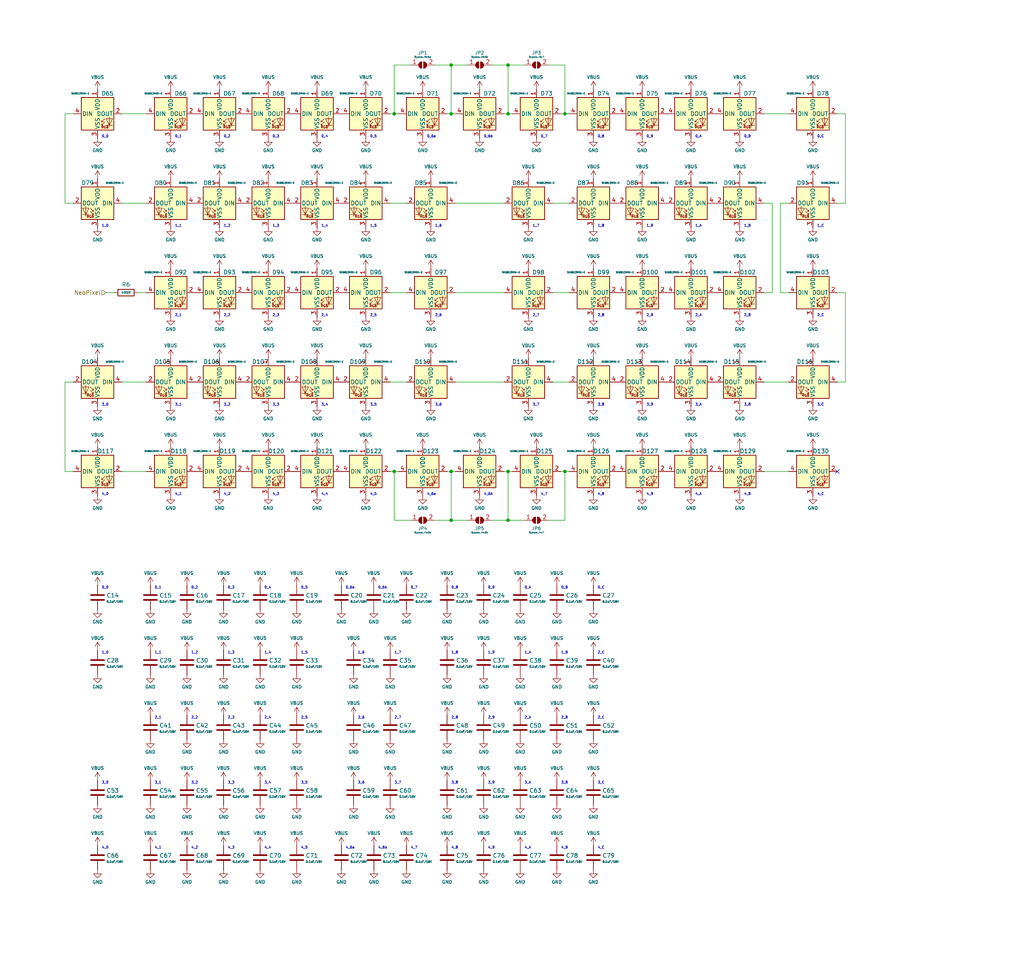
<source format=kicad_sch>
(kicad_sch (version 20211123) (generator eeschema)
  (paper "User" 319.989 299.999)
  (title_block (title "Topo Neopixles") (date "2023-02-12") (rev "0.1") (comment 1 "Owner: Matias Zanches"))
  (junction (at 140.97 162.56))
  (junction (at 158.75 20.32))
  (junction (at 140.97 20.32))
  (junction (at 176.53 147.32))
  (junction (at 158.75 147.32))
  (junction (at 123.19 35.56))
  (junction (at 176.53 35.56))
  (junction (at 140.97 35.56))
  (junction (at 140.97 147.32))
  (junction (at 158.75 35.56))
  (junction (at 123.19 147.32))
  (junction (at 158.75 162.56))
  (no_connect (at 261.62 147.32))
  (wire (pts (xy 176.53 20.32) (xy 176.53 35.56)))
  (wire (pts (xy 123.19 162.56) (xy 123.19 147.32)))
  (wire (pts (xy 121.92 35.56) (xy 123.19 35.56)))
  (wire (pts (xy 163.83 162.56) (xy 158.75 162.56)))
  (wire (pts (xy 157.48 35.56) (xy 158.75 35.56)))
  (wire (pts (xy 177.8 91.44) (xy 172.72 91.44)))
  (wire (pts (xy 22.86 119.38) (xy 20.32 119.38)))
  (wire (pts (xy 124.46 147.32) (xy 123.19 147.32)))
  (wire (pts (xy 241.3 63.5) (xy 238.76 63.5)))
  (wire (pts (xy 176.53 35.56) (xy 177.8 35.56)))
  (wire (pts (xy 153.67 20.32) (xy 158.75 20.32)))
  (wire (pts (xy 135.89 162.56) (xy 140.97 162.56)))
  (wire (pts (xy 171.45 162.56) (xy 176.53 162.56)))
  (wire (pts (xy 238.76 35.56) (xy 246.38 35.56)))
  (wire (pts (xy 127 63.5) (xy 121.92 63.5)))
  (wire (pts (xy 140.97 35.56) (xy 140.97 20.32)))
  (wire (pts (xy 20.32 35.56) (xy 22.86 35.56)))
  (wire (pts (xy 128.27 20.32) (xy 123.19 20.32)))
  (wire (pts (xy 264.16 119.38) (xy 261.62 119.38)))
  (wire (pts (xy 246.38 63.5) (xy 243.84 63.5)))
  (wire (pts (xy 38.1 147.32) (xy 45.72 147.32)))
  (wire (pts (xy 128.27 162.56) (xy 123.19 162.56)))
  (wire (pts (xy 160.02 147.32) (xy 158.75 147.32)))
  (wire (pts (xy 146.05 162.56) (xy 140.97 162.56)))
  (wire (pts (xy 160.02 35.56) (xy 158.75 35.56)))
  (wire (pts (xy 123.19 20.32) (xy 123.19 35.56)))
  (wire (pts (xy 142.24 63.5) (xy 157.48 63.5)))
  (wire (pts (xy 123.19 35.56) (xy 124.46 35.56)))
  (wire (pts (xy 243.84 63.5) (xy 243.84 91.44)))
  (wire (pts (xy 238.76 91.44) (xy 241.3 91.44)))
  (wire (pts (xy 123.19 147.32) (xy 121.92 147.32)))
  (wire (pts (xy 22.86 63.5) (xy 20.32 63.5)))
  (wire (pts (xy 243.84 91.44) (xy 246.38 91.44)))
  (wire (pts (xy 142.24 147.32) (xy 140.97 147.32)))
  (wire (pts (xy 127 91.44) (xy 121.92 91.44)))
  (wire (pts (xy 140.97 147.32) (xy 139.7 147.32)))
  (wire (pts (xy 264.16 91.44) (xy 264.16 119.38)))
  (wire (pts (xy 158.75 35.56) (xy 158.75 20.32)))
  (wire (pts (xy 140.97 20.32) (xy 146.05 20.32)))
  (wire (pts (xy 35.56 91.44) (xy 33.02 91.44)))
  (wire (pts (xy 135.89 20.32) (xy 140.97 20.32)))
  (wire (pts (xy 158.75 147.32) (xy 157.48 147.32)))
  (wire (pts (xy 246.38 119.38) (xy 238.76 119.38)))
  (wire (pts (xy 142.24 35.56) (xy 140.97 35.56)))
  (wire (pts (xy 172.72 119.38) (xy 177.8 119.38)))
  (wire (pts (xy 261.62 91.44) (xy 264.16 91.44)))
  (wire (pts (xy 176.53 162.56) (xy 176.53 147.32)))
  (wire (pts (xy 43.18 91.44) (xy 45.72 91.44)))
  (wire (pts (xy 172.72 63.5) (xy 177.8 63.5)))
  (wire (pts (xy 238.76 147.32) (xy 246.38 147.32)))
  (wire (pts (xy 264.16 63.5) (xy 261.62 63.5)))
  (wire (pts (xy 175.26 147.32) (xy 176.53 147.32)))
  (wire (pts (xy 264.16 35.56) (xy 264.16 63.5)))
  (wire (pts (xy 153.67 162.56) (xy 158.75 162.56)))
  (wire (pts (xy 157.48 91.44) (xy 142.24 91.44)))
  (wire (pts (xy 176.53 35.56) (xy 175.26 35.56)))
  (wire (pts (xy 20.32 35.56) (xy 20.32 63.5)))
  (wire (pts (xy 171.45 20.32) (xy 176.53 20.32)))
  (wire (pts (xy 176.53 147.32) (xy 177.8 147.32)))
  (wire (pts (xy 241.3 91.44) (xy 241.3 63.5)))
  (wire (pts (xy 38.1 119.38) (xy 45.72 119.38)))
  (wire (pts (xy 20.32 119.38) (xy 20.32 147.32)))
  (wire (pts (xy 121.92 119.38) (xy 127 119.38)))
  (wire (pts (xy 158.75 20.32) (xy 163.83 20.32)))
  (wire (pts (xy 45.72 35.56) (xy 38.1 35.56)))
  (wire (pts (xy 20.32 147.32) (xy 22.86 147.32)))
  (wire (pts (xy 261.62 35.56) (xy 264.16 35.56)))
  (wire (pts (xy 142.24 119.38) (xy 157.48 119.38)))
  (wire (pts (xy 139.7 35.56) (xy 140.97 35.56)))
  (wire (pts (xy 158.75 162.56) (xy 158.75 147.32)))
  (wire (pts (xy 140.97 162.56) (xy 140.97 147.32)))
  (wire (pts (xy 38.1 63.5) (xy 45.72 63.5)))
  (text "1_C" (at 255.27 71.12 0) (effects (font (size 0.762 0.762)) (justify left bottom)))
  (text "2_C" (at 186.69 204.47 0) (effects (font (size 0.762 0.762)) (justify left bottom)))
  (text "4_6b" (at 118.11 265.43 0) (effects (font (size 0.762 0.762)) (justify left bottom)))
  (text "4_2" (at 69.85 154.94 0) (effects (font (size 0.762 0.762)) (justify left bottom)))
  (text "2_3" (at 71.12 224.79 0) (effects (font (size 0.762 0.762)) (justify left bottom)))
  (text "2_A" (at 217.17 99.06 0) (effects (font (size 0.762 0.762)) (justify left bottom)))
  (text "2_9" (at 152.4 224.79 0) (effects (font (size 0.762 0.762)) (justify left bottom)))
  (text "4_9" (at 201.93 154.94 0) (effects (font (size 0.762 0.762)) (justify left bottom)))
  (text "3_8" (at 140.97 245.11 0) (effects (font (size 0.762 0.762)) (justify left bottom)))
  (text "0_0" (at 31.75 184.15 0) (effects (font (size 0.762 0.762)) (justify left bottom)))
  (text "3_B" (at 175.26 245.11 0) (effects (font (size 0.762 0.762)) (justify left bottom)))
  (text "2_3" (at 85.09 99.06 0) (effects (font (size 0.762 0.762)) (justify left bottom)))
  (text "0_B" (at 175.26 184.15 0) (effects (font (size 0.762 0.762)) (justify left bottom)))
  (text "2_2" (at 69.85 99.06 0) (effects (font (size 0.762 0.762)) (justify left bottom)))
  (text "1_1" (at 48.26 204.47 0) (effects (font (size 0.762 0.762)) (justify left bottom)))
  (text "0_6b" (at 118.0546 184.15 0) (effects (font (size 0.762 0.762)) (justify left bottom)))
  (text "1_4" (at 82.55 204.47 0) (effects (font (size 0.762 0.762)) (justify left bottom)))
  (text "1_3" (at 85.09 71.12 0) (effects (font (size 0.762 0.762)) (justify left bottom)))
  (text "0_6b" (at 151.13 43.18 0) (effects (font (size 0.762 0.762)) (justify left bottom)))
  (text "3_1" (at 54.61 127 0) (effects (font (size 0.762 0.762)) (justify left bottom)))
  (text "1_5" (at 115.57 71.12 0) (effects (font (size 0.762 0.762)) (justify left bottom)))
  (text "0_2" (at 59.69 184.15 0) (effects (font (size 0.762 0.762)) (justify left bottom)))
  (text "0_A" (at 163.83 184.15 0) (effects (font (size 0.762 0.762)) (justify left bottom)))
  (text "0_1" (at 48.26 184.15 0) (effects (font (size 0.762 0.762)) (justify left bottom)))
  (text "1_2" (at 69.85 71.12 0) (effects (font (size 0.762 0.762)) (justify left bottom)))
  (text "0_6a" (at 133.35 43.18 0) (effects (font (size 0.762 0.762)) (justify left bottom)))
  (text "2_6" (at 111.76 224.79 0) (effects (font (size 0.762 0.762)) (justify left bottom)))
  (text "2_4" (at 82.55 224.79 0) (effects (font (size 0.762 0.762)) (justify left bottom)))
  (text "2_A" (at 163.83 224.79 0) (effects (font (size 0.762 0.762)) (justify left bottom)))
  (text "4_4" (at 100.33 154.94 0) (effects (font (size 0.762 0.762)) (justify left bottom)))
  (text "3_2" (at 69.85 127 0) (effects (font (size 0.762 0.762)) (justify left bottom)))
  (text "0_9" (at 152.4 184.15 0) (effects (font (size 0.762 0.762)) (justify left bottom)))
  (text "4_0" (at 31.75 154.94 0) (effects (font (size 0.762 0.762)) (justify left bottom)))
  (text "1_9" (at 201.93 71.12 0) (effects (font (size 0.762 0.762)) (justify left bottom)))
  (text "2_7" (at 166.37 99.06 0) (effects (font (size 0.762 0.762)) (justify left bottom)))
  (text "4_8" (at 140.97 265.43 0) (effects (font (size 0.762 0.762)) (justify left bottom)))
  (text "4_C" (at 255.27 154.94 0) (effects (font (size 0.762 0.762)) (justify left bottom)))
  (text "1_0" (at 31.75 71.12 0) (effects (font (size 0.762 0.762)) (justify left bottom)))
  (text "0_C" (at 255.27 43.18 0) (effects (font (size 0.762 0.762)) (justify left bottom)))
  (text "4_7" (at 128.27 265.43 0) (effects (font (size 0.762 0.762)) (justify left bottom)))
  (text "4_3" (at 85.09 154.94 0) (effects (font (size 0.762 0.762)) (justify left bottom)))
  (text "4_7" (at 168.91 154.94 0) (effects (font (size 0.762 0.762)) (justify left bottom)))
  (text "1_1" (at 54.61 71.12 0) (effects (font (size 0.762 0.762)) (justify left bottom)))
  (text "1_8" (at 186.69 71.12 0) (effects (font (size 0.762 0.762)) (justify left bottom)))
  (text "0_0" (at 31.75 43.18 0) (effects (font (size 0.762 0.762)) (justify left bottom)))
  (text "0_2" (at 69.85 43.18 0) (effects (font (size 0.762 0.762)) (justify left bottom)))
  (text "3_5" (at 115.57 127 0) (effects (font (size 0.762 0.762)) (justify left bottom)))
  (text "0_3" (at 71.12 184.15 0) (effects (font (size 0.762 0.762)) (justify left bottom)))
  (text "4_3" (at 71.12 265.43 0) (effects (font (size 0.762 0.762)) (justify left bottom)))
  (text "4_2" (at 59.69 265.43 0) (effects (font (size 0.762 0.762)) (justify left bottom)))
  (text "3_A" (at 163.83 245.11 0) (effects (font (size 0.762 0.762)) (justify left bottom)))
  (text "0_C" (at 186.69 184.15 0) (effects (font (size 0.762 0.762)) (justify left bottom)))
  (text "2_2" (at 59.69 224.79 0) (effects (font (size 0.762 0.762)) (justify left bottom)))
  (text "2_C" (at 255.27 99.06 0) (effects (font (size 0.762 0.762)) (justify left bottom)))
  (text "2_1" (at 54.61 99.06 0) (effects (font (size 0.762 0.762)) (justify left bottom)))
  (text "1_0" (at 31.75 204.47 0) (effects (font (size 0.762 0.762)) (justify left bottom)))
  (text "4_A" (at 217.17 154.94 0) (effects (font (size 0.762 0.762)) (justify left bottom)))
  (text "4_C" (at 186.69 265.43 0) (effects (font (size 0.762 0.762)) (justify left bottom)))
  (text "1_7" (at 166.37 71.12 0) (effects (font (size 0.762 0.762)) (justify left bottom)))
  (text "0_5" (at 115.57 43.18 0) (effects (font (size 0.762 0.762)) (justify left bottom)))
  (text "1_A" (at 217.17 71.12 0) (effects (font (size 0.762 0.762)) (justify left bottom)))
  (text "2_1" (at 48.26 224.79 0) (effects (font (size 0.762 0.762)) (justify left bottom)))
  (text "4_6a" (at 107.95 265.43 0) (effects (font (size 0.762 0.762)) (justify left bottom)))
  (text "3_A" (at 217.17 127 0) (effects (font (size 0.762 0.762)) (justify left bottom)))
  (text "0_5" (at 93.98 184.15 0) (effects (font (size 0.762 0.762)) (justify left bottom)))
  (text "4_B" (at 232.41 154.94 0) (effects (font (size 0.762 0.762)) (justify left bottom)))
  (text "2_4" (at 100.33 99.06 0) (effects (font (size 0.762 0.762)) (justify left bottom)))
  (text "2_C" (at 186.69 224.79 0) (effects (font (size 0.762 0.762)) (justify left bottom)))
  (text "3_4" (at 100.33 127 0) (effects (font (size 0.762 0.762)) (justify left bottom)))
  (text "0_8" (at 186.69 43.18 0) (effects (font (size 0.762 0.762)) (justify left bottom)))
  (text "2_7" (at 123.19 224.79 0) (effects (font (size 0.762 0.762)) (justify left bottom)))
  (text "1_3" (at 71.12 204.47 0) (effects (font (size 0.762 0.762)) (justify left bottom)))
  (text "1_7" (at 123.19 204.47 0) (effects (font (size 0.762 0.762)) (justify left bottom)))
  (text "4_5" (at 115.57 154.94 0) (effects (font (size 0.762 0.762)) (justify left bottom)))
  (text "4_6b" (at 151.13 154.94 0) (effects (font (size 0.762 0.762)) (justify left bottom)))
  (text "2_B" (at 175.26 224.79 0) (effects (font (size 0.762 0.762)) (justify left bottom)))
  (text "3_7" (at 166.37 127 0) (effects (font (size 0.762 0.762)) (justify left bottom)))
  (text "0_3" (at 85.09 43.18 0) (effects (font (size 0.762 0.762)) (justify left bottom)))
  (text "4_B" (at 175.26 265.43 0) (effects (font (size 0.762 0.762)) (justify left bottom)))
  (text "3_6" (at 111.76 245.11 0) (effects (font (size 0.762 0.762)) (justify left bottom)))
  (text "4_1" (at 48.26 265.43 0) (effects (font (size 0.762 0.762)) (justify left bottom)))
  (text "0_1" (at 54.61 43.18 0) (effects (font (size 0.762 0.762)) (justify left bottom)))
  (text "0_7" (at 168.91 43.18 0) (effects (font (size 0.762 0.762)) (justify left bottom)))
  (text "3_9" (at 201.93 127 0) (effects (font (size 0.762 0.762)) (justify left bottom)))
  (text "0_7" (at 128.27 184.15 0) (effects (font (size 0.762 0.762)) (justify left bottom)))
  (text "2_B" (at 232.41 99.06 0) (effects (font (size 0.762 0.762)) (justify left bottom)))
  (text "3_7" (at 123.19 245.11 0) (effects (font (size 0.762 0.762)) (justify left bottom)))
  (text "3_0" (at 31.75 245.11 0) (effects (font (size 0.762 0.762)) (justify left bottom)))
  (text "1_B" (at 232.41 71.12 0) (effects (font (size 0.762 0.762)) (justify left bottom)))
  (text "1_6" (at 111.76 204.47 0) (effects (font (size 0.762 0.762)) (justify left bottom)))
  (text "3_3" (at 71.12 245.11 0) (effects (font (size 0.762 0.762)) (justify left bottom)))
  (text "3_3" (at 85.09 127 0) (effects (font (size 0.762 0.762)) (justify left bottom)))
  (text "1_5" (at 93.98 204.47 0) (effects (font (size 0.762 0.762)) (justify left bottom)))
  (text "1_A" (at 163.83 204.47 0) (effects (font (size 0.762 0.762)) (justify left bottom)))
  (text "1_4" (at 100.33 71.12 0) (effects (font (size 0.762 0.762)) (justify left bottom)))
  (text "1_2" (at 59.69 204.47 0) (effects (font (size 0.762 0.762)) (justify left bottom)))
  (text "0_4" (at 82.55 184.15 0) (effects (font (size 0.762 0.762)) (justify left bottom)))
  (text "4_1" (at 54.61 154.94 0) (effects (font (size 0.762 0.762)) (justify left bottom)))
  (text "2_8" (at 186.69 99.06 0) (effects (font (size 0.762 0.762)) (justify left bottom)))
  (text "3_4" (at 82.55 245.11 0) (effects (font (size 0.762 0.762)) (justify left bottom)))
  (text "3_2" (at 59.69 245.11 0) (effects (font (size 0.762 0.762)) (justify left bottom)))
  (text "1_8" (at 140.97 204.47 0) (effects (font (size 0.762 0.762)) (justify left bottom)))
  (text "1_B" (at 175.26 204.47 0) (effects (font (size 0.762 0.762)) (justify left bottom)))
  (text "1_6" (at 135.89 71.12 0) (effects (font (size 0.762 0.762)) (justify left bottom)))
  (text "0_A" (at 217.17 43.18 0) (effects (font (size 0.762 0.762)) (justify left bottom)))
  (text "3_6" (at 135.89 127 0) (effects (font (size 0.762 0.762)) (justify left bottom)))
  (text "4_0" (at 31.75 265.43 0) (effects (font (size 0.762 0.762)) (justify left bottom)))
  (text "4_A" (at 163.83 265.43 0) (effects (font (size 0.762 0.762)) (justify left bottom)))
  (text "4_5" (at 93.98 265.43 0) (effects (font (size 0.762 0.762)) (justify left bottom)))
  (text "4_6a" (at 133.35 154.94 0) (effects (font (size 0.762 0.762)) (justify left bottom)))
  (text "3_1" (at 48.26 245.11 0) (effects (font (size 0.762 0.762)) (justify left bottom)))
  (text "3_0" (at 31.75 127 0) (effects (font (size 0.762 0.762)) (justify left bottom)))
  (text "2_5" (at 115.57 99.06 0) (effects (font (size 0.762 0.762)) (justify left bottom)))
  (text "3_8" (at 186.69 127 0) (effects (font (size 0.762 0.762)) (justify left bottom)))
  (text "4_4" (at 82.55 265.43 0) (effects (font (size 0.762 0.762)) (justify left bottom)))
  (text "2_8" (at 140.97 224.79 0) (effects (font (size 0.762 0.762)) (justify left bottom)))
  (text "1_9" (at 152.4 204.47 0) (effects (font (size 0.762 0.762)) (justify left bottom)))
  (text "3_C" (at 255.27 127 0) (effects (font (size 0.762 0.762)) (justify left bottom)))
  (text "0_6a" (at 107.95 184.15 0) (effects (font (size 0.762 0.762)) (justify left bottom)))
  (text "0_9" (at 201.93 43.18 0) (effects (font (size 0.762 0.762)) (justify left bottom)))
  (text "3_C" (at 186.69 245.11 0) (effects (font (size 0.762 0.762)) (justify left bottom)))
  (text "4_8" (at 186.69 154.94 0) (effects (font (size 0.762 0.762)) (justify left bottom)))
  (text "0_8" (at 140.97 184.15 0) (effects (font (size 0.762 0.762)) (justify left bottom)))
  (text "0_4" (at 100.33 43.18 0) (effects (font (size 0.762 0.762)) (justify left bottom)))
  (text "2_5" (at 93.98 224.79 0) (effects (font (size 0.762 0.762)) (justify left bottom)))
  (text "2_9" (at 201.93 99.06 0) (effects (font (size 0.762 0.762)) (justify left bottom)))
  (text "3_9" (at 152.4 245.11 0) (effects (font (size 0.762 0.762)) (justify left bottom)))
  (text "3_5" (at 93.98 245.11 0) (effects (font (size 0.762 0.762)) (justify left bottom)))
  (text "2_6" (at 135.89 99.06 0) (effects (font (size 0.762 0.762)) (justify left bottom)))
  (text "0_B" (at 232.41 43.18 0) (effects (font (size 0.762 0.762)) (justify left bottom)))
  (text "4_9" (at 152.4 265.43 0) (effects (font (size 0.762 0.762)) (justify left bottom)))
  (text "3_B" (at 232.41 127 0) (effects (font (size 0.762 0.762)) (justify left bottom)))
  (hierarchical_label "NeoPixel" (shape input) (at 33.02 91.44 180))
  (symbol (lib_id "power:GND") (at 83.82 43.18 0) (unit 1)
    (property "Reference" "#PWR018" (effects hide))
    (property "Value" "GND" (at 83.82 46.99 0) (effects (font (size 1.016 1.016))))
  )
  (symbol (lib_id "power:VBUS") (at 185.42 243.84 0) (unit 1)
    (property "Reference" "#PWR0223" (effects hide))
    (property "Value" "VBUS" (at 185.42 240.03 0) (effects (font (size 1.016 1.016))))
  )
  (symbol (lib_id "power:GND") (at 139.7 210.82 0) (unit 1)
    (property "Reference" "#PWR0182" (effects hide))
    (property "Value" "GND" (at 139.7 214.63 0) (effects (font (size 1.016 1.016))))
  )
  (symbol (lib_id "power:VBUS") (at 30.48 182.88 0) (unit 1)
    (property "Reference" "#PWR0133" (effects hide))
    (property "Value" "VBUS" (at 30.48 179.07 0) (effects (font (size 1.016 1.016))))
  )
  (symbol (lib_id "power:GND") (at 134.62 127 0) (mirror y) (unit 1)
    (property "Reference" "#PWR098" (effects hide))
    (property "Value" "GND" (at 134.62 130.81 0) (effects (font (size 1.016 1.016))))
  )
  (symbol (lib_id "power:GND") (at 53.34 71.12 0) (mirror y) (unit 1)
    (property "Reference" "#PWR043" (effects hide))
    (property "Value" "GND" (at 53.34 74.93 0) (effects (font (size 1.016 1.016))))
  )
  (symbol (lib_id "power:GND") (at 185.42 210.82 0) (unit 1)
    (property "Reference" "#PWR0186" (effects hide))
    (property "Value" "GND" (at 185.42 214.63 0) (effects (font (size 1.016 1.016))))
  )
  (symbol (lib_id "power:GND") (at 200.66 71.12 0) (mirror y) (unit 1)
    (property "Reference" "#PWR051" (effects hide))
    (property "Value" "GND" (at 200.66 74.93 0) (effects (font (size 1.016 1.016))))
  )
  (symbol (lib_id "power:GND") (at 215.9 43.18 0) (unit 1)
    (property "Reference" "#PWR026" (effects hide))
    (property "Value" "GND" (at 215.9 46.99 0) (effects (font (size 1.016 1.016))))
  )
  (symbol (lib_id "Device:C") (at 58.42 247.65 0) (unit 1)
    (property "Reference" "C55" (at 61.214 247.0149 0) (effects (justify left)))
    (property "Value" "0.1uF/16V" (at 61.214 248.92 0) (effects (font (size 0.635 0.635)) (justify left)))
    (property "Footprint" "Capacitor_SMD:C_0402_1005Metric" (effects hide))
    (property "Datasheet" "https://media.digikey.com/pdf/Data%20Sheets/Samsung%20PDFs/CL05B104KO5NNNC.pdf" (effects hide))
    (property "Manufacturer" "Samsung Electro-Mechanics" (effects hide))
    (property "Part Number" "CL05B104KO5NNNC" (effects hide))
    (property "Digi-Key" "1276-1001-1-ND" (effects hide))
    (property "Mouser" "187-CL05B104KO5NNNC" (effects hide))
    (property "LCSC" "C1525" (effects hide))
    (property "Package_LCSC" "0402" (effects hide))
  )
  (symbol (lib_id "power:GND") (at 121.92 210.82 0) (unit 1)
    (property "Reference" "#PWR0181" (effects hide))
    (property "Value" "GND" (at 121.92 214.63 0) (effects (font (size 1.016 1.016))))
  )
  (symbol (lib_id "power:VBUS") (at 149.86 139.7 0) (unit 1)
    (property "Reference" "#PWR0112" (effects hide))
    (property "Value" "VBUS" (at 149.86 135.89 0) (effects (font (size 1.016 1.016))))
  )
  (symbol (lib_id "power:GND") (at 200.66 154.94 0) (unit 1)
    (property "Reference" "#PWR0129" (effects hide))
    (property "Value" "GND" (at 200.66 158.75 0) (effects (font (size 1.016 1.016))))
  )
  (symbol (lib_id "_LED:SK6812MINI-E") (at 231.14 63.5 0) (mirror y) (unit 1)
    (property "Reference" "D90" (at 226.06 57.15 0) (effects (justify right)))
    (property "Value" "SK6812MINI-E" (at 233.68 57.15 0) (effects (font (size 0.508 0.508)) (justify right)))
    (property "Footprint" "_local:LED_OPSCO-Optoelectronics_SK6812MINI-E" (effects hide))
    (property "Datasheet" "https://cdn-shop.adafruit.com/product-files/4960/4960_SK6812MINI-E_REV02_EN.pdf" (effects hide))
    (property "Digi-Key" "1528-4960-ND" (effects hide))
    (property "LCSC" "C5149201" (effects hide))
    (property "Manufacturer" "Adafruit Industries LLC" (effects hide))
    (property "Mouser" "485-4960" (effects hide))
    (property "Part Number" "4960" (effects hide))
    (property "Package_LCSC" "SMD" (effects hide))
  )
  (symbol (lib_id "Device:C") (at 81.28 267.97 0) (unit 1)
    (property "Reference" "C70" (at 84.074 267.3349 0) (effects (justify left)))
    (property "Value" "0.1uF/16V" (at 84.074 269.24 0) (effects (font (size 0.635 0.635)) (justify left)))
    (property "Footprint" "Capacitor_SMD:C_0402_1005Metric" (effects hide))
    (property "Datasheet" "https://media.digikey.com/pdf/Data%20Sheets/Samsung%20PDFs/CL05B104KO5NNNC.pdf" (effects hide))
    (property "Manufacturer" "Samsung Electro-Mechanics" (effects hide))
    (property "Part Number" "CL05B104KO5NNNC" (effects hide))
    (property "Digi-Key" "1276-1001-1-ND" (effects hide))
    (property "Mouser" "187-CL05B104KO5NNNC" (effects hide))
    (property "LCSC" "C1525" (effects hide))
    (property "Package_LCSC" "0402" (effects hide))
  )
  (symbol (lib_id "power:VBUS") (at 165.1 83.82 0) (unit 1)
    (property "Reference" "#PWR061" (effects hide))
    (property "Value" "VBUS" (at 165.1 80.01 0) (effects (font (size 1.016 1.016))))
  )
  (symbol (lib_id "power:GND") (at 173.99 231.14 0) (unit 1)
    (property "Reference" "#PWR0209" (effects hide))
    (property "Value" "GND" (at 173.99 234.95 0) (effects (font (size 1.016 1.016))))
  )
  (symbol (lib_id "power:GND") (at 116.7846 190.5 0) (unit 1)
    (property "Reference" "#PWR0154" (effects hide))
    (property "Value" "GND" (at 116.7846 194.31 0) (effects (font (size 1.016 1.016))))
  )
  (symbol (lib_id "power:GND") (at 185.42 190.5 0) (unit 1)
    (property "Reference" "#PWR0160" (effects hide))
    (property "Value" "GND" (at 185.42 194.31 0) (effects (font (size 1.016 1.016))))
  )
  (symbol (lib_id "power:GND") (at 83.82 99.06 0) (unit 1)
    (property "Reference" "#PWR069" (effects hide))
    (property "Value" "GND" (at 83.82 102.87 0) (effects (font (size 1.016 1.016))))
  )
  (symbol (lib_id "power:VBUS") (at 215.9 139.7 0) (unit 1)
    (property "Reference" "#PWR0116" (effects hide))
    (property "Value" "VBUS" (at 215.9 135.89 0) (effects (font (size 1.016 1.016))))
  )
  (symbol (lib_id "power:GND") (at 151.13 251.46 0) (unit 1)
    (property "Reference" "#PWR0233" (effects hide))
    (property "Value" "GND" (at 151.13 255.27 0) (effects (font (size 1.016 1.016))))
  )
  (symbol (lib_id "_LED:SK6812MINI-E") (at 254 63.5 0) (mirror y) (unit 1)
    (property "Reference" "D91" (at 248.92 57.15 0) (effects (justify right)))
    (property "Value" "SK6812MINI-E" (at 256.54 57.15 0) (effects (font (size 0.508 0.508)) (justify right)))
    (property "Footprint" "_local:LED_OPSCO-Optoelectronics_SK6812MINI-E" (effects hide))
    (property "Datasheet" "https://cdn-shop.adafruit.com/product-files/4960/4960_SK6812MINI-E_REV02_EN.pdf" (effects hide))
    (property "Digi-Key" "1528-4960-ND" (effects hide))
    (property "LCSC" "C5149201" (effects hide))
    (property "Manufacturer" "Adafruit Industries LLC" (effects hide))
    (property "Mouser" "485-4960" (effects hide))
    (property "Part Number" "4960" (effects hide))
    (property "Package_LCSC" "SMD" (effects hide))
  )
  (symbol (lib_id "_LED:SK6812MINI-E") (at 99.06 119.38 0) (mirror y) (unit 1)
    (property "Reference" "D108" (at 93.98 113.03 0) (effects (justify right)))
    (property "Value" "SK6812MINI-E" (at 101.6 113.03 0) (effects (font (size 0.508 0.508)) (justify right)))
    (property "Footprint" "_local:LED_OPSCO-Optoelectronics_SK6812MINI-E" (effects hide))
    (property "Datasheet" "https://cdn-shop.adafruit.com/product-files/4960/4960_SK6812MINI-E_REV02_EN.pdf" (effects hide))
    (property "Digi-Key" "1528-4960-ND" (effects hide))
    (property "LCSC" "C5149201" (effects hide))
    (property "Manufacturer" "Adafruit Industries LLC" (effects hide))
    (property "Mouser" "485-4960" (effects hide))
    (property "Part Number" "4960" (effects hide))
    (property "Package_LCSC" "SMD" (effects hide))
  )
  (symbol (lib_id "power:VBUS") (at 173.99 264.16 0) (unit 1)
    (property "Reference" "#PWR0249" (effects hide))
    (property "Value" "VBUS" (at 173.99 260.35 0) (effects (font (size 1.016 1.016))))
  )
  (symbol (lib_id "Device:C") (at 69.85 227.33 0) (unit 1)
    (property "Reference" "C43" (at 72.644 226.6949 0) (effects (justify left)))
    (property "Value" "0.1uF/16V" (at 72.644 228.6 0) (effects (font (size 0.635 0.635)) (justify left)))
    (property "Footprint" "Capacitor_SMD:C_0402_1005Metric" (effects hide))
    (property "Datasheet" "https://media.digikey.com/pdf/Data%20Sheets/Samsung%20PDFs/CL05B104KO5NNNC.pdf" (effects hide))
    (property "Manufacturer" "Samsung Electro-Mechanics" (effects hide))
    (property "Part Number" "CL05B104KO5NNNC" (effects hide))
    (property "Digi-Key" "1276-1001-1-ND" (effects hide))
    (property "Mouser" "187-CL05B104KO5NNNC" (effects hide))
    (property "LCSC" "C1525" (effects hide))
    (property "Package_LCSC" "0402" (effects hide))
  )
  (symbol (lib_id "power:VBUS") (at 215.9 83.82 0) (unit 1)
    (property "Reference" "#PWR064" (effects hide))
    (property "Value" "VBUS" (at 215.9 80.01 0) (effects (font (size 1.016 1.016))))
  )
  (symbol (lib_id "power:VBUS") (at 139.7 203.2 0) (unit 1)
    (property "Reference" "#PWR0169" (effects hide))
    (property "Value" "VBUS" (at 139.7 199.39 0) (effects (font (size 1.016 1.016))))
  )
  (symbol (lib_id "_LED:SK6812MINI-E") (at 200.66 35.56 0) (unit 1)
    (property "Reference" "D75" (at 205.74 29.21 0) (effects (justify right)))
    (property "Value" "SK6812MINI-E" (at 198.12 29.21 0) (effects (font (size 0.508 0.508)) (justify right)))
    (property "Footprint" "_local:LED_OPSCO-Optoelectronics_SK6812MINI-E" (effects hide))
    (property "Datasheet" "https://cdn-shop.adafruit.com/product-files/4960/4960_SK6812MINI-E_REV02_EN.pdf" (effects hide))
    (property "Digi-Key" "1528-4960-ND" (effects hide))
    (property "LCSC" "C5149201" (effects hide))
    (property "Manufacturer" "Adafruit Industries LLC" (effects hide))
    (property "Mouser" "485-4960" (effects hide))
    (property "Part Number" "4960" (effects hide))
    (property "Package_LCSC" "SMD" (effects hide))
  )
  (symbol (lib_id "power:VBUS") (at 114.3 27.94 0) (unit 1)
    (property "Reference" "#PWR06" (effects hide))
    (property "Value" "VBUS" (at 114.3 24.13 0) (effects (font (size 1.016 1.016))))
  )
  (symbol (lib_id "_LED:SK6812MINI-E") (at 215.9 147.32 0) (unit 1)
    (property "Reference" "D128" (at 220.98 140.97 0) (effects (justify right)))
    (property "Value" "SK6812MINI-E" (at 213.36 140.97 0) (effects (font (size 0.508 0.508)) (justify right)))
    (property "Footprint" "_local:LED_OPSCO-Optoelectronics_SK6812MINI-E" (effects hide))
    (property "Datasheet" "https://cdn-shop.adafruit.com/product-files/4960/4960_SK6812MINI-E_REV02_EN.pdf" (effects hide))
    (property "Digi-Key" "1528-4960-ND" (effects hide))
    (property "LCSC" "C5149201" (effects hide))
    (property "Manufacturer" "Adafruit Industries LLC" (effects hide))
    (property "Mouser" "485-4960" (effects hide))
    (property "Part Number" "4960" (effects hide))
    (property "Package_LCSC" "SMD" (effects hide))
  )
  (symbol (lib_id "power:GND") (at 114.3 43.18 0) (unit 1)
    (property "Reference" "#PWR020" (effects hide))
    (property "Value" "GND" (at 114.3 46.99 0) (effects (font (size 1.016 1.016))))
  )
  (symbol (lib_id "_LED:SK6812MINI-E") (at 68.58 119.38 0) (mirror y) (unit 1)
    (property "Reference" "D106" (at 63.5 113.03 0) (effects (justify right)))
    (property "Value" "SK6812MINI-E" (at 71.12 113.03 0) (effects (font (size 0.508 0.508)) (justify right)))
    (property "Footprint" "_local:LED_OPSCO-Optoelectronics_SK6812MINI-E" (effects hide))
    (property "Datasheet" "https://cdn-shop.adafruit.com/product-files/4960/4960_SK6812MINI-E_REV02_EN.pdf" (effects hide))
    (property "Digi-Key" "1528-4960-ND" (effects hide))
    (property "LCSC" "C5149201" (effects hide))
    (property "Manufacturer" "Adafruit Industries LLC" (effects hide))
    (property "Mouser" "485-4960" (effects hide))
    (property "Part Number" "4960" (effects hide))
    (property "Package_LCSC" "SMD" (effects hide))
  )
  (symbol (lib_id "power:VBUS") (at 254 111.76 0) (unit 1)
    (property "Reference" "#PWR091" (effects hide))
    (property "Value" "VBUS" (at 254 107.95 0) (effects (font (size 1.016 1.016))))
  )
  (symbol (lib_id "power:VBUS") (at 92.71 243.84 0) (unit 1)
    (property "Reference" "#PWR0216" (effects hide))
    (property "Value" "VBUS" (at 92.71 240.03 0) (effects (font (size 1.016 1.016))))
  )
  (symbol (lib_id "power:VBUS") (at 151.13 203.2 0) (unit 1)
    (property "Reference" "#PWR0170" (effects hide))
    (property "Value" "VBUS" (at 151.13 199.39 0) (effects (font (size 1.016 1.016))))
  )
  (symbol (lib_id "_LED:SK6812MINI-E") (at 30.48 63.5 0) (mirror y) (unit 1)
    (property "Reference" "D79" (at 25.4 57.15 0) (effects (justify right)))
    (property "Value" "SK6812MINI-E" (at 33.02 57.15 0) (effects (font (size 0.508 0.508)) (justify right)))
    (property "Footprint" "_local:LED_OPSCO-Optoelectronics_SK6812MINI-E" (effects hide))
    (property "Datasheet" "https://cdn-shop.adafruit.com/product-files/4960/4960_SK6812MINI-E_REV02_EN.pdf" (effects hide))
    (property "Digi-Key" "1528-4960-ND" (effects hide))
    (property "LCSC" "C5149201" (effects hide))
    (property "Manufacturer" "Adafruit Industries LLC" (effects hide))
    (property "Mouser" "485-4960" (effects hide))
    (property "Part Number" "4960" (effects hide))
    (property "Package_LCSC" "SMD" (effects hide))
  )
  (symbol (lib_id "power:VBUS") (at 132.08 139.7 0) (unit 1)
    (property "Reference" "#PWR0111" (effects hide))
    (property "Value" "VBUS" (at 132.08 135.89 0) (effects (font (size 1.016 1.016))))
  )
  (symbol (lib_id "power:VBUS") (at 58.42 264.16 0) (unit 1)
    (property "Reference" "#PWR0239" (effects hide))
    (property "Value" "VBUS" (at 58.42 260.35 0) (effects (font (size 1.016 1.016))))
  )
  (symbol (lib_id "power:GND") (at 114.3 71.12 0) (mirror y) (unit 1)
    (property "Reference" "#PWR047" (effects hide))
    (property "Value" "GND" (at 114.3 74.93 0) (effects (font (size 1.016 1.016))))
  )
  (symbol (lib_id "Device:C") (at 30.48 186.69 0) (unit 1)
    (property "Reference" "C14" (at 33.274 186.0549 0) (effects (justify left)))
    (property "Value" "0.1uF/16V" (at 33.274 187.96 0) (effects (font (size 0.635 0.635)) (justify left)))
    (property "Footprint" "Capacitor_SMD:C_0402_1005Metric" (effects hide))
    (property "Datasheet" "https://media.digikey.com/pdf/Data%20Sheets/Samsung%20PDFs/CL05B104KO5NNNC.pdf" (effects hide))
    (property "Manufacturer" "Samsung Electro-Mechanics" (effects hide))
    (property "Part Number" "CL05B104KO5NNNC" (effects hide))
    (property "Digi-Key" "1276-1001-1-ND" (effects hide))
    (property "Mouser" "187-CL05B104KO5NNNC" (effects hide))
    (property "LCSC" "C1525" (effects hide))
    (property "Package_LCSC" "0402" (effects hide))
  )
  (symbol (lib_id "Device:C") (at 58.42 186.69 0) (unit 1)
    (property "Reference" "C16" (at 61.214 186.0549 0) (effects (justify left)))
    (property "Value" "0.1uF/16V" (at 61.214 187.96 0) (effects (font (size 0.635 0.635)) (justify left)))
    (property "Footprint" "Capacitor_SMD:C_0402_1005Metric" (effects hide))
    (property "Datasheet" "https://media.digikey.com/pdf/Data%20Sheets/Samsung%20PDFs/CL05B104KO5NNNC.pdf" (effects hide))
    (property "Manufacturer" "Samsung Electro-Mechanics" (effects hide))
    (property "Part Number" "CL05B104KO5NNNC" (effects hide))
    (property "Digi-Key" "1276-1001-1-ND" (effects hide))
    (property "Mouser" "187-CL05B104KO5NNNC" (effects hide))
    (property "LCSC" "C1525" (effects hide))
    (property "Package_LCSC" "0402" (effects hide))
  )
  (symbol (lib_id "power:GND") (at 92.71 251.46 0) (unit 1)
    (property "Reference" "#PWR0229" (effects hide))
    (property "Value" "GND" (at 92.71 255.27 0) (effects (font (size 1.016 1.016))))
  )
  (symbol (lib_id "power:VBUS") (at 58.42 203.2 0) (unit 1)
    (property "Reference" "#PWR0163" (effects hide))
    (property "Value" "VBUS" (at 58.42 199.39 0) (effects (font (size 1.016 1.016))))
  )
  (symbol (lib_id "power:VBUS") (at 173.99 243.84 0) (unit 1)
    (property "Reference" "#PWR0222" (effects hide))
    (property "Value" "VBUS" (at 173.99 240.03 0) (effects (font (size 1.016 1.016))))
  )
  (symbol (lib_id "_LED:SK6812MINI-E") (at 132.08 35.56 0) (unit 1)
    (property "Reference" "D71" (at 137.16 29.21 0) (effects (justify right)))
    (property "Value" "SK6812MINI-E" (at 129.54 29.21 0) (effects (font (size 0.508 0.508)) (justify right)))
    (property "Footprint" "_local:LED_OPSCO-Optoelectronics_SK6812MINI-E" (effects hide))
    (property "Datasheet" "https://cdn-shop.adafruit.com/product-files/4960/4960_SK6812MINI-E_REV02_EN.pdf" (effects hide))
    (property "Digi-Key" "1528-4960-ND" (effects hide))
    (property "LCSC" "C5149201" (effects hide))
    (property "Manufacturer" "Adafruit Industries LLC" (effects hide))
    (property "Mouser" "485-4960" (effects hide))
    (property "Part Number" "4960" (effects hide))
    (property "Package_LCSC" "SMD" (effects hide))
  )
  (symbol (lib_id "power:GND") (at 81.28 210.82 0) (unit 1)
    (property "Reference" "#PWR0178" (effects hide))
    (property "Value" "GND" (at 81.28 214.63 0) (effects (font (size 1.016 1.016))))
  )
  (symbol (lib_id "power:GND") (at 30.48 71.12 0) (unit 1)
    (property "Reference" "#PWR042" (effects hide))
    (property "Value" "GND" (at 30.48 74.93 0) (effects (font (size 1.016 1.016))))
  )
  (symbol (lib_id "_LED:SK6812MINI-E") (at 30.48 147.32 0) (unit 1)
    (property "Reference" "D117" (at 35.56 140.97 0) (effects (justify right)))
    (property "Value" "SK6812MINI-E" (at 27.94 140.97 0) (effects (font (size 0.508 0.508)) (justify right)))
    (property "Footprint" "_local:LED_OPSCO-Optoelectronics_SK6812MINI-E" (effects hide))
    (property "Datasheet" "https://cdn-shop.adafruit.com/product-files/4960/4960_SK6812MINI-E_REV02_EN.pdf" (effects hide))
    (property "Digi-Key" "1528-4960-ND" (effects hide))
    (property "LCSC" "C5149201" (effects hide))
    (property "Manufacturer" "Adafruit Industries LLC" (effects hide))
    (property "Mouser" "485-4960" (effects hide))
    (property "Part Number" "4960" (effects hide))
    (property "Package_LCSC" "SMD" (effects hide))
  )
  (symbol (lib_id "Device:C") (at 30.48 267.97 0) (unit 1)
    (property "Reference" "C66" (at 33.274 267.3349 0) (effects (justify left)))
    (property "Value" "0.1uF/16V" (at 33.274 269.24 0) (effects (font (size 0.635 0.635)) (justify left)))
    (property "Footprint" "Capacitor_SMD:C_0402_1005Metric" (effects hide))
    (property "Datasheet" "https://media.digikey.com/pdf/Data%20Sheets/Samsung%20PDFs/CL05B104KO5NNNC.pdf" (effects hide))
    (property "Manufacturer" "Samsung Electro-Mechanics" (effects hide))
    (property "Part Number" "CL05B104KO5NNNC" (effects hide))
    (property "Digi-Key" "1276-1001-1-ND" (effects hide))
    (property "Mouser" "187-CL05B104KO5NNNC" (effects hide))
    (property "LCSC" "C1525" (effects hide))
    (property "Package_LCSC" "0402" (effects hide))
  )
  (symbol (lib_id "Device:C") (at 139.7 247.65 0) (unit 1)
    (property "Reference" "C61" (at 142.494 247.0149 0) (effects (justify left)))
    (property "Value" "0.1uF/16V" (at 142.494 248.92 0) (effects (font (size 0.635 0.635)) (justify left)))
    (property "Footprint" "Capacitor_SMD:C_0402_1005Metric" (effects hide))
    (property "Datasheet" "https://media.digikey.com/pdf/Data%20Sheets/Samsung%20PDFs/CL05B104KO5NNNC.pdf" (effects hide))
    (property "Manufacturer" "Samsung Electro-Mechanics" (effects hide))
    (property "Part Number" "CL05B104KO5NNNC" (effects hide))
    (property "Digi-Key" "1276-1001-1-ND" (effects hide))
    (property "Mouser" "187-CL05B104KO5NNNC" (effects hide))
    (property "LCSC" "C1525" (effects hide))
    (property "Package_LCSC" "0402" (effects hide))
  )
  (symbol (lib_id "power:VBUS") (at 30.48 27.94 0) (unit 1)
    (property "Reference" "#PWR01" (effects hide))
    (property "Value" "VBUS" (at 30.48 24.13 0) (effects (font (size 1.016 1.016))))
  )
  (symbol (lib_id "Device:C") (at 151.13 207.01 0) (unit 1)
    (property "Reference" "C37" (at 153.924 206.3749 0) (effects (justify left)))
    (property "Value" "0.1uF/16V" (at 153.924 208.28 0) (effects (font (size 0.635 0.635)) (justify left)))
    (property "Footprint" "Capacitor_SMD:C_0402_1005Metric" (effects hide))
    (property "Datasheet" "https://media.digikey.com/pdf/Data%20Sheets/Samsung%20PDFs/CL05B104KO5NNNC.pdf" (effects hide))
    (property "Manufacturer" "Samsung Electro-Mechanics" (effects hide))
    (property "Part Number" "CL05B104KO5NNNC" (effects hide))
    (property "Digi-Key" "1276-1001-1-ND" (effects hide))
    (property "Mouser" "187-CL05B104KO5NNNC" (effects hide))
    (property "LCSC" "C1525" (effects hide))
    (property "Package_LCSC" "0402" (effects hide))
  )
  (symbol (lib_id "_LED:SK6812MINI-E") (at 83.82 119.38 0) (mirror y) (unit 1)
    (property "Reference" "D107" (at 78.74 113.03 0) (effects (justify right)))
    (property "Value" "SK6812MINI-E" (at 86.36 113.03 0) (effects (font (size 0.508 0.508)) (justify right)))
    (property "Footprint" "_local:LED_OPSCO-Optoelectronics_SK6812MINI-E" (effects hide))
    (property "Datasheet" "https://cdn-shop.adafruit.com/product-files/4960/4960_SK6812MINI-E_REV02_EN.pdf" (effects hide))
    (property "Digi-Key" "1528-4960-ND" (effects hide))
    (property "LCSC" "C5149201" (effects hide))
    (property "Manufacturer" "Adafruit Industries LLC" (effects hide))
    (property "Mouser" "485-4960" (effects hide))
    (property "Part Number" "4960" (effects hide))
    (property "Package_LCSC" "SMD" (effects hide))
  )
  (symbol (lib_id "power:VBUS") (at 68.58 111.76 0) (mirror y) (unit 1)
    (property "Reference" "#PWR081" (effects hide))
    (property "Value" "VBUS" (at 68.58 107.95 0) (effects (font (size 1.016 1.016))))
  )
  (symbol (lib_id "_LED:SK6812MINI-E") (at 134.62 63.5 0) (mirror y) (unit 1)
    (property "Reference" "D85" (at 129.54 57.15 0) (effects (justify right)))
    (property "Value" "SK6812MINI-E" (at 137.16 57.15 0) (effects (font (size 0.508 0.508)) (justify right)))
    (property "Footprint" "_local:LED_OPSCO-Optoelectronics_SK6812MINI-E" (effects hide))
    (property "Datasheet" "https://cdn-shop.adafruit.com/product-files/4960/4960_SK6812MINI-E_REV02_EN.pdf" (effects hide))
    (property "Digi-Key" "1528-4960-ND" (effects hide))
    (property "LCSC" "C5149201" (effects hide))
    (property "Manufacturer" "Adafruit Industries LLC" (effects hide))
    (property "Mouser" "485-4960" (effects hide))
    (property "Part Number" "4960" (effects hide))
    (property "Package_LCSC" "SMD" (effects hide))
  )
  (symbol (lib_id "Device:C") (at 110.49 207.01 0) (unit 1)
    (property "Reference" "C34" (at 113.284 206.3749 0) (effects (justify left)))
    (property "Value" "0.1uF/16V" (at 113.284 208.28 0) (effects (font (size 0.635 0.635)) (justify left)))
    (property "Footprint" "Capacitor_SMD:C_0402_1005Metric" (effects hide))
    (property "Datasheet" "https://media.digikey.com/pdf/Data%20Sheets/Samsung%20PDFs/CL05B104KO5NNNC.pdf" (effects hide))
    (property "Manufacturer" "Samsung Electro-Mechanics" (effects hide))
    (property "Part Number" "CL05B104KO5NNNC" (effects hide))
    (property "Digi-Key" "1276-1001-1-ND" (effects hide))
    (property "Mouser" "187-CL05B104KO5NNNC" (effects hide))
    (property "LCSC" "C1525" (effects hide))
    (property "Package_LCSC" "0402" (effects hide))
  )
  (symbol (lib_id "power:VBUS") (at 53.34 27.94 0) (unit 1)
    (property "Reference" "#PWR02" (effects hide))
    (property "Value" "VBUS" (at 53.34 24.13 0) (effects (font (size 1.016 1.016))))
  )
  (symbol (lib_id "Jumper:SolderJumper_2_Open") (at 167.64 20.32 0) (unit 1) (in_bom no)
    (property "Reference" "JP3" (at 167.64 16.51 0) (effects (font (size 1.016 1.016))))
    (property "Value" "Bypass_r0c7" (at 167.64 17.78 0) (effects (font (size 0.508 0.508))))
    (property "Footprint" "_local:uSolderJumper-2P_nRF_NO" (effects hide))
    (property "Datasheet" "- - -" (effects hide))
    (property "Digi-Key" "- - -" (effects hide))
    (property "LCSC" "- - -" (effects hide))
    (property "Manufacturer" "- - -" (effects hide))
    (property "Mouser" "- - -" (effects hide))
    (property "Part Number" "- - -" (effects hide))
    (property "Package_LCSC" "- - -" (effects hide))
  )
  (symbol (lib_id "_LED:SK6812MINI-E") (at 53.34 91.44 0) (unit 1)
    (property "Reference" "D92" (at 58.42 85.09 0) (effects (justify right)))
    (property "Value" "SK6812MINI-E" (at 50.8 85.09 0) (effects (font (size 0.508 0.508)) (justify right)))
    (property "Footprint" "_local:LED_OPSCO-Optoelectronics_SK6812MINI-E" (effects hide))
    (property "Datasheet" "https://cdn-shop.adafruit.com/product-files/4960/4960_SK6812MINI-E_REV02_EN.pdf" (effects hide))
    (property "Digi-Key" "1528-4960-ND" (effects hide))
    (property "LCSC" "C5149201" (effects hide))
    (property "Manufacturer" "Adafruit Industries LLC" (effects hide))
    (property "Mouser" "485-4960" (effects hide))
    (property "Part Number" "4960" (effects hide))
    (property "Package_LCSC" "SMD" (effects hide))
  )
  (symbol (lib_id "power:GND") (at 215.9 99.06 0) (unit 1)
    (property "Reference" "#PWR076" (effects hide))
    (property "Value" "GND" (at 215.9 102.87 0) (effects (font (size 1.016 1.016))))
  )
  (symbol (lib_id "power:VBUS") (at 121.92 223.52 0) (unit 1)
    (property "Reference" "#PWR0193" (effects hide))
    (property "Value" "VBUS" (at 121.92 219.71 0) (effects (font (size 1.016 1.016))))
  )
  (symbol (lib_id "Device:C") (at 46.99 207.01 0) (unit 1)
    (property "Reference" "C29" (at 49.784 206.3749 0) (effects (justify left)))
    (property "Value" "0.1uF/16V" (at 49.784 208.28 0) (effects (font (size 0.635 0.635)) (justify left)))
    (property "Footprint" "Capacitor_SMD:C_0402_1005Metric" (effects hide))
    (property "Datasheet" "https://media.digikey.com/pdf/Data%20Sheets/Samsung%20PDFs/CL05B104KO5NNNC.pdf" (effects hide))
    (property "Manufacturer" "Samsung Electro-Mechanics" (effects hide))
    (property "Part Number" "CL05B104KO5NNNC" (effects hide))
    (property "Digi-Key" "1276-1001-1-ND" (effects hide))
    (property "Mouser" "187-CL05B104KO5NNNC" (effects hide))
    (property "LCSC" "C1525" (effects hide))
    (property "Package_LCSC" "0402" (effects hide))
  )
  (symbol (lib_id "_LED:SK6812MINI-E") (at 132.08 147.32 0) (unit 1)
    (property "Reference" "D123" (at 137.16 140.97 0) (effects (justify right)))
    (property "Value" "SK6812MINI-E" (at 129.54 140.97 0) (effects (font (size 0.508 0.508)) (justify right)))
    (property "Footprint" "_local:LED_OPSCO-Optoelectronics_SK6812MINI-E" (effects hide))
    (property "Datasheet" "https://cdn-shop.adafruit.com/product-files/4960/4960_SK6812MINI-E_REV02_EN.pdf" (effects hide))
    (property "Digi-Key" "1528-4960-ND" (effects hide))
    (property "LCSC" "C5149201" (effects hide))
    (property "Manufacturer" "Adafruit Industries LLC" (effects hide))
    (property "Mouser" "485-4960" (effects hide))
    (property "Part Number" "4960" (effects hide))
    (property "Package_LCSC" "SMD" (effects hide))
  )
  (symbol (lib_id "Device:C") (at 92.71 267.97 0) (unit 1)
    (property "Reference" "C71" (at 95.504 267.3349 0) (effects (justify left)))
    (property "Value" "0.1uF/16V" (at 95.504 269.24 0) (effects (font (size 0.635 0.635)) (justify left)))
    (property "Footprint" "Capacitor_SMD:C_0402_1005Metric" (effects hide))
    (property "Datasheet" "https://media.digikey.com/pdf/Data%20Sheets/Samsung%20PDFs/CL05B104KO5NNNC.pdf" (effects hide))
    (property "Manufacturer" "Samsung Electro-Mechanics" (effects hide))
    (property "Part Number" "CL05B104KO5NNNC" (effects hide))
    (property "Digi-Key" "1276-1001-1-ND" (effects hide))
    (property "Mouser" "187-CL05B104KO5NNNC" (effects hide))
    (property "LCSC" "C1525" (effects hide))
    (property "Package_LCSC" "0402" (effects hide))
  )
  (symbol (lib_id "power:GND") (at 110.49 210.82 0) (unit 1)
    (property "Reference" "#PWR0180" (effects hide))
    (property "Value" "GND" (at 110.49 214.63 0) (effects (font (size 1.016 1.016))))
  )
  (symbol (lib_id "power:VBUS") (at 162.56 203.2 0) (unit 1)
    (property "Reference" "#PWR0171" (effects hide))
    (property "Value" "VBUS" (at 162.56 199.39 0) (effects (font (size 1.016 1.016))))
  )
  (symbol (lib_id "power:VBUS") (at 231.14 111.76 0) (unit 1)
    (property "Reference" "#PWR090" (effects hide))
    (property "Value" "VBUS" (at 231.14 107.95 0) (effects (font (size 1.016 1.016))))
  )
  (symbol (lib_id "power:VBUS") (at 215.9 111.76 0) (mirror y) (unit 1)
    (property "Reference" "#PWR089" (effects hide))
    (property "Value" "VBUS" (at 215.9 107.95 0) (effects (font (size 1.016 1.016))))
  )
  (symbol (lib_id "Device:C") (at 185.42 267.97 0) (unit 1)
    (property "Reference" "C79" (at 188.214 267.3349 0) (effects (justify left)))
    (property "Value" "0.1uF/16V" (at 188.214 269.24 0) (effects (font (size 0.635 0.635)) (justify left)))
    (property "Footprint" "Capacitor_SMD:C_0402_1005Metric" (effects hide))
    (property "Datasheet" "https://media.digikey.com/pdf/Data%20Sheets/Samsung%20PDFs/CL05B104KO5NNNC.pdf" (effects hide))
    (property "Manufacturer" "Samsung Electro-Mechanics" (effects hide))
    (property "Part Number" "CL05B104KO5NNNC" (effects hide))
    (property "Digi-Key" "1276-1001-1-ND" (effects hide))
    (property "Mouser" "187-CL05B104KO5NNNC" (effects hide))
    (property "LCSC" "C1525" (effects hide))
    (property "Package_LCSC" "0402" (effects hide))
  )
  (symbol (lib_id "power:GND") (at 68.58 43.18 0) (unit 1)
    (property "Reference" "#PWR017" (effects hide))
    (property "Value" "GND" (at 68.58 46.99 0) (effects (font (size 1.016 1.016))))
  )
  (symbol (lib_id "power:VBUS") (at 134.62 83.82 0) (unit 1)
    (property "Reference" "#PWR060" (effects hide))
    (property "Value" "VBUS" (at 134.62 80.01 0) (effects (font (size 1.016 1.016))))
  )
  (symbol (lib_id "power:VBUS") (at 162.56 182.88 0) (unit 1)
    (property "Reference" "#PWR0144" (effects hide))
    (property "Value" "VBUS" (at 162.56 179.07 0) (effects (font (size 1.016 1.016))))
  )
  (symbol (lib_id "power:VBUS") (at 173.99 223.52 0) (unit 1)
    (property "Reference" "#PWR0197" (effects hide))
    (property "Value" "VBUS" (at 173.99 219.71 0) (effects (font (size 1.016 1.016))))
  )
  (symbol (lib_id "_LED:SK6812MINI-E") (at 185.42 147.32 0) (unit 1)
    (property "Reference" "D126" (at 190.5 140.97 0) (effects (justify right)))
    (property "Value" "SK6812MINI-E" (at 182.88 140.97 0) (effects (font (size 0.508 0.508)) (justify right)))
    (property "Footprint" "_local:LED_OPSCO-Optoelectronics_SK6812MINI-E" (effects hide))
    (property "Datasheet" "https://cdn-shop.adafruit.com/product-files/4960/4960_SK6812MINI-E_REV02_EN.pdf" (effects hide))
    (property "Digi-Key" "1528-4960-ND" (effects hide))
    (property "LCSC" "C5149201" (effects hide))
    (property "Manufacturer" "Adafruit Industries LLC" (effects hide))
    (property "Mouser" "485-4960" (effects hide))
    (property "Part Number" "4960" (effects hide))
    (property "Package_LCSC" "SMD" (effects hide))
  )
  (symbol (lib_id "power:VBUS") (at 83.82 139.7 0) (unit 1)
    (property "Reference" "#PWR0108" (effects hide))
    (property "Value" "VBUS" (at 83.82 135.89 0) (effects (font (size 1.016 1.016))))
  )
  (symbol (lib_id "Device:C") (at 121.92 207.01 0) (unit 1)
    (property "Reference" "C35" (at 124.714 206.3749 0) (effects (justify left)))
    (property "Value" "0.1uF/16V" (at 124.714 208.28 0) (effects (font (size 0.635 0.635)) (justify left)))
    (property "Footprint" "Capacitor_SMD:C_0402_1005Metric" (effects hide))
    (property "Datasheet" "https://media.digikey.com/pdf/Data%20Sheets/Samsung%20PDFs/CL05B104KO5NNNC.pdf" (effects hide))
    (property "Manufacturer" "Samsung Electro-Mechanics" (effects hide))
    (property "Part Number" "CL05B104KO5NNNC" (effects hide))
    (property "Digi-Key" "1276-1001-1-ND" (effects hide))
    (property "Mouser" "187-CL05B104KO5NNNC" (effects hide))
    (property "LCSC" "C1525" (effects hide))
    (property "Package_LCSC" "0402" (effects hide))
  )
  (symbol (lib_id "power:GND") (at 185.42 127 0) (mirror y) (unit 1)
    (property "Reference" "#PWR0100" (effects hide))
    (property "Value" "GND" (at 185.42 130.81 0) (effects (font (size 1.016 1.016))))
  )
  (symbol (lib_id "Device:C") (at 92.71 227.33 0) (unit 1)
    (property "Reference" "C45" (at 95.504 226.6949 0) (effects (justify left)))
    (property "Value" "0.1uF/16V" (at 95.504 228.6 0) (effects (font (size 0.635 0.635)) (justify left)))
    (property "Footprint" "Capacitor_SMD:C_0402_1005Metric" (effects hide))
    (property "Datasheet" "https://media.digikey.com/pdf/Data%20Sheets/Samsung%20PDFs/CL05B104KO5NNNC.pdf" (effects hide))
    (property "Manufacturer" "Samsung Electro-Mechanics" (effects hide))
    (property "Part Number" "CL05B104KO5NNNC" (effects hide))
    (property "Digi-Key" "1276-1001-1-ND" (effects hide))
    (property "Mouser" "187-CL05B104KO5NNNC" (effects hide))
    (property "LCSC" "C1525" (effects hide))
    (property "Package_LCSC" "0402" (effects hide))
  )
  (symbol (lib_id "power:GND") (at 81.28 271.78 0) (unit 1)
    (property "Reference" "#PWR0255" (effects hide))
    (property "Value" "GND" (at 81.28 275.59 0) (effects (font (size 1.016 1.016))))
  )
  (symbol (lib_id "_LED:SK6812MINI-E") (at 53.34 63.5 0) (mirror y) (unit 1)
    (property "Reference" "D80" (at 48.26 57.15 0) (effects (justify right)))
    (property "Value" "SK6812MINI-E" (at 55.88 57.15 0) (effects (font (size 0.508 0.508)) (justify right)))
    (property "Footprint" "_local:LED_OPSCO-Optoelectronics_SK6812MINI-E" (effects hide))
    (property "Datasheet" "https://cdn-shop.adafruit.com/product-files/4960/4960_SK6812MINI-E_REV02_EN.pdf" (effects hide))
    (property "Digi-Key" "1528-4960-ND" (effects hide))
    (property "LCSC" "C5149201" (effects hide))
    (property "Manufacturer" "Adafruit Industries LLC" (effects hide))
    (property "Mouser" "485-4960" (effects hide))
    (property "Part Number" "4960" (effects hide))
    (property "Package_LCSC" "SMD" (effects hide))
  )
  (symbol (lib_id "Device:C") (at 110.49 247.65 0) (unit 1)
    (property "Reference" "C59" (at 113.284 247.0149 0) (effects (justify left)))
    (property "Value" "0.1uF/16V" (at 113.284 248.92 0) (effects (font (size 0.635 0.635)) (justify left)))
    (property "Footprint" "Capacitor_SMD:C_0402_1005Metric" (effects hide))
    (property "Datasheet" "https://media.digikey.com/pdf/Data%20Sheets/Samsung%20PDFs/CL05B104KO5NNNC.pdf" (effects hide))
    (property "Manufacturer" "Samsung Electro-Mechanics" (effects hide))
    (property "Part Number" "CL05B104KO5NNNC" (effects hide))
    (property "Digi-Key" "1276-1001-1-ND" (effects hide))
    (property "Mouser" "187-CL05B104KO5NNNC" (effects hide))
    (property "LCSC" "C1525" (effects hide))
    (property "Package_LCSC" "0402" (effects hide))
  )
  (symbol (lib_id "Device:C") (at 139.7 186.69 0) (unit 1)
    (property "Reference" "C23" (at 142.494 186.0549 0) (effects (justify left)))
    (property "Value" "0.1uF/16V" (at 142.494 187.96 0) (effects (font (size 0.635 0.635)) (justify left)))
    (property "Footprint" "Capacitor_SMD:C_0402_1005Metric" (effects hide))
    (property "Datasheet" "https://media.digikey.com/pdf/Data%20Sheets/Samsung%20PDFs/CL05B104KO5NNNC.pdf" (effects hide))
    (property "Manufacturer" "Samsung Electro-Mechanics" (effects hide))
    (property "Part Number" "CL05B104KO5NNNC" (effects hide))
    (property "Digi-Key" "1276-1001-1-ND" (effects hide))
    (property "Mouser" "187-CL05B104KO5NNNC" (effects hide))
    (property "LCSC" "C1525" (effects hide))
    (property "Package_LCSC" "0402" (effects hide))
  )
  (symbol (lib_id "power:GND") (at 99.06 43.18 0) (unit 1)
    (property "Reference" "#PWR019" (effects hide))
    (property "Value" "GND" (at 99.06 46.99 0) (effects (font (size 1.016 1.016))))
  )
  (symbol (lib_id "power:GND") (at 139.7 190.5 0) (unit 1)
    (property "Reference" "#PWR0156" (effects hide))
    (property "Value" "GND" (at 139.7 194.31 0) (effects (font (size 1.016 1.016))))
  )
  (symbol (lib_id "_LED:SK6812MINI-E") (at 53.34 119.38 0) (mirror y) (unit 1)
    (property "Reference" "D105" (at 48.26 113.03 0) (effects (justify right)))
    (property "Value" "SK6812MINI-E" (at 55.88 113.03 0) (effects (font (size 0.508 0.508)) (justify right)))
    (property "Footprint" "_local:LED_OPSCO-Optoelectronics_SK6812MINI-E" (effects hide))
    (property "Datasheet" "https://cdn-shop.adafruit.com/product-files/4960/4960_SK6812MINI-E_REV02_EN.pdf" (effects hide))
    (property "Digi-Key" "1528-4960-ND" (effects hide))
    (property "LCSC" "C5149201" (effects hide))
    (property "Manufacturer" "Adafruit Industries LLC" (effects hide))
    (property "Mouser" "485-4960" (effects hide))
    (property "Part Number" "4960" (effects hide))
    (property "Package_LCSC" "SMD" (effects hide))
  )
  (symbol (lib_id "power:VBUS") (at 92.71 264.16 0) (unit 1)
    (property "Reference" "#PWR0242" (effects hide))
    (property "Value" "VBUS" (at 92.71 260.35 0) (effects (font (size 1.016 1.016))))
  )
  (symbol (lib_id "Device:C") (at 81.28 186.69 0) (unit 1)
    (property "Reference" "C18" (at 84.074 186.0549 0) (effects (justify left)))
    (property "Value" "0.1uF/16V" (at 84.074 187.96 0) (effects (font (size 0.635 0.635)) (justify left)))
    (property "Footprint" "Capacitor_SMD:C_0402_1005Metric" (effects hide))
    (property "Datasheet" "https://media.digikey.com/pdf/Data%20Sheets/Samsung%20PDFs/CL05B104KO5NNNC.pdf" (effects hide))
    (property "Manufacturer" "Samsung Electro-Mechanics" (effects hide))
    (property "Part Number" "CL05B104KO5NNNC" (effects hide))
    (property "Digi-Key" "1276-1001-1-ND" (effects hide))
    (property "Mouser" "187-CL05B104KO5NNNC" (effects hide))
    (property "LCSC" "C1525" (effects hide))
    (property "Package_LCSC" "0402" (effects hide))
  )
  (symbol (lib_id "Jumper:SolderJumper_2_Open") (at 132.08 20.32 0) (unit 1) (in_bom no)
    (property "Reference" "JP1" (at 132.08 16.51 0) (effects (font (size 1.016 1.016))))
    (property "Value" "Bypass_r0c6a" (at 132.08 17.78 0) (effects (font (size 0.508 0.508))))
    (property "Footprint" "_local:uSolderJumper-2P_nRF_NO" (effects hide))
    (property "Datasheet" "- - -" (effects hide))
    (property "Digi-Key" "- - -" (effects hide))
    (property "LCSC" "- - -" (effects hide))
    (property "Manufacturer" "- - -" (effects hide))
    (property "Mouser" "- - -" (effects hide))
    (property "Part Number" "- - -" (effects hide))
    (property "Package_LCSC" "- - -" (effects hide))
  )
  (symbol (lib_id "Device:C") (at 30.48 247.65 0) (unit 1)
    (property "Reference" "C53" (at 33.274 247.0149 0) (effects (justify left)))
    (property "Value" "0.1uF/16V" (at 33.274 248.92 0) (effects (font (size 0.635 0.635)) (justify left)))
    (property "Footprint" "Capacitor_SMD:C_0402_1005Metric" (effects hide))
    (property "Datasheet" "https://media.digikey.com/pdf/Data%20Sheets/Samsung%20PDFs/CL05B104KO5NNNC.pdf" (effects hide))
    (property "Manufacturer" "Samsung Electro-Mechanics" (effects hide))
    (property "Part Number" "CL05B104KO5NNNC" (effects hide))
    (property "Digi-Key" "1276-1001-1-ND" (effects hide))
    (property "Mouser" "187-CL05B104KO5NNNC" (effects hide))
    (property "LCSC" "C1525" (effects hide))
    (property "Package_LCSC" "0402" (effects hide))
  )
  (symbol (lib_id "power:GND") (at 68.58 99.06 0) (unit 1)
    (property "Reference" "#PWR068" (effects hide))
    (property "Value" "GND" (at 68.58 102.87 0) (effects (font (size 1.016 1.016))))
  )
  (symbol (lib_id "power:GND") (at 81.28 231.14 0) (unit 1)
    (property "Reference" "#PWR0202" (effects hide))
    (property "Value" "GND" (at 81.28 234.95 0) (effects (font (size 1.016 1.016))))
  )
  (symbol (lib_id "power:GND") (at 231.14 154.94 0) (unit 1)
    (property "Reference" "#PWR0131" (effects hide))
    (property "Value" "GND" (at 231.14 158.75 0) (effects (font (size 1.016 1.016))))
  )
  (symbol (lib_id "power:GND") (at 30.48 251.46 0) (unit 1)
    (property "Reference" "#PWR0224" (effects hide))
    (property "Value" "GND" (at 30.48 255.27 0) (effects (font (size 1.016 1.016))))
  )
  (symbol (lib_id "power:GND") (at 110.49 231.14 0) (unit 1)
    (property "Reference" "#PWR0204" (effects hide))
    (property "Value" "GND" (at 110.49 234.95 0) (effects (font (size 1.016 1.016))))
  )
  (symbol (lib_id "Device:C") (at 127 186.69 0) (unit 1)
    (property "Reference" "C22" (at 129.794 186.0549 0) (effects (justify left)))
    (property "Value" "0.1uF/16V" (at 129.794 187.96 0) (effects (font (size 0.635 0.635)) (justify left)))
    (property "Footprint" "Capacitor_SMD:C_0402_1005Metric" (effects hide))
    (property "Datasheet" "https://media.digikey.com/pdf/Data%20Sheets/Samsung%20PDFs/CL05B104KO5NNNC.pdf" (effects hide))
    (property "Manufacturer" "Samsung Electro-Mechanics" (effects hide))
    (property "Part Number" "CL05B104KO5NNNC" (effects hide))
    (property "Digi-Key" "1276-1001-1-ND" (effects hide))
    (property "Mouser" "187-CL05B104KO5NNNC" (effects hide))
    (property "LCSC" "C1525" (effects hide))
    (property "Package_LCSC" "0402" (effects hide))
  )
  (symbol (lib_id "_LED:SK6812MINI-E") (at 165.1 119.38 0) (mirror y) (unit 1)
    (property "Reference" "D111" (at 160.02 113.03 0) (effects (justify right)))
    (property "Value" "SK6812MINI-E" (at 167.64 113.03 0) (effects (font (size 0.508 0.508)) (justify right)))
    (property "Footprint" "_local:LED_OPSCO-Optoelectronics_SK6812MINI-E" (effects hide))
    (property "Datasheet" "https://cdn-shop.adafruit.com/product-files/4960/4960_SK6812MINI-E_REV02_EN.pdf" (effects hide))
    (property "Digi-Key" "1528-4960-ND" (effects hide))
    (property "LCSC" "C5149201" (effects hide))
    (property "Manufacturer" "Adafruit Industries LLC" (effects hide))
    (property "Mouser" "485-4960" (effects hide))
    (property "Part Number" "4960" (effects hide))
    (property "Package_LCSC" "SMD" (effects hide))
  )
  (symbol (lib_id "power:GND") (at 215.9 71.12 0) (mirror y) (unit 1)
    (property "Reference" "#PWR052" (effects hide))
    (property "Value" "GND" (at 215.9 74.93 0) (effects (font (size 1.016 1.016))))
  )
  (symbol (lib_id "power:GND") (at 58.42 251.46 0) (unit 1)
    (property "Reference" "#PWR0226" (effects hide))
    (property "Value" "GND" (at 58.42 255.27 0) (effects (font (size 1.016 1.016))))
  )
  (symbol (lib_id "_LED:SK6812MINI-E") (at 30.48 35.56 0) (unit 1)
    (property "Reference" "D65" (at 35.56 29.21 0) (effects (justify right)))
    (property "Value" "SK6812MINI-E" (at 27.94 29.21 0) (effects (font (size 0.508 0.508)) (justify right)))
    (property "Footprint" "_local:LED_OPSCO-Optoelectronics_SK6812MINI-E" (effects hide))
    (property "Datasheet" "https://cdn-shop.adafruit.com/product-files/4960/4960_SK6812MINI-E_REV02_EN.pdf" (effects hide))
    (property "Digi-Key" "1528-4960-ND" (effects hide))
    (property "LCSC" "C5149201" (effects hide))
    (property "Manufacturer" "Adafruit Industries LLC" (effects hide))
    (property "Mouser" "485-4960" (effects hide))
    (property "Part Number" "4960" (effects hide))
    (property "Package_LCSC" "SMD" (effects hide))
  )
  (symbol (lib_id "power:GND") (at 173.99 210.82 0) (unit 1)
    (property "Reference" "#PWR0185" (effects hide))
    (property "Value" "GND" (at 173.99 214.63 0) (effects (font (size 1.016 1.016))))
  )
  (symbol (lib_id "power:VBUS") (at 151.13 182.88 0) (unit 1)
    (property "Reference" "#PWR0143" (effects hide))
    (property "Value" "VBUS" (at 151.13 179.07 0) (effects (font (size 1.016 1.016))))
  )
  (symbol (lib_id "_LED:SK6812MINI-E") (at 231.14 91.44 0) (unit 1)
    (property "Reference" "D102" (at 236.22 85.09 0) (effects (justify right)))
    (property "Value" "SK6812MINI-E" (at 228.6 85.09 0) (effects (font (size 0.508 0.508)) (justify right)))
    (property "Footprint" "_local:LED_OPSCO-Optoelectronics_SK6812MINI-E" (effects hide))
    (property "Datasheet" "https://cdn-shop.adafruit.com/product-files/4960/4960_SK6812MINI-E_REV02_EN.pdf" (effects hide))
    (property "Digi-Key" "1528-4960-ND" (effects hide))
    (property "LCSC" "C5149201" (effects hide))
    (property "Manufacturer" "Adafruit Industries LLC" (effects hide))
    (property "Mouser" "485-4960" (effects hide))
    (property "Part Number" "4960" (effects hide))
    (property "Package_LCSC" "SMD" (effects hide))
  )
  (symbol (lib_id "_LED:SK6812MINI-E") (at 114.3 91.44 0) (unit 1)
    (property "Reference" "D96" (at 119.38 85.09 0) (effects (justify right)))
    (property "Value" "SK6812MINI-E" (at 111.76 85.09 0) (effects (font (size 0.508 0.508)) (justify right)))
    (property "Footprint" "_local:LED_OPSCO-Optoelectronics_SK6812MINI-E" (effects hide))
    (property "Datasheet" "https://cdn-shop.adafruit.com/product-files/4960/4960_SK6812MINI-E_REV02_EN.pdf" (effects hide))
    (property "Digi-Key" "1528-4960-ND" (effects hide))
    (property "LCSC" "C5149201" (effects hide))
    (property "Manufacturer" "Adafruit Industries LLC" (effects hide))
    (property "Mouser" "485-4960" (effects hide))
    (property "Part Number" "4960" (effects hide))
    (property "Package_LCSC" "SMD" (effects hide))
  )
  (symbol (lib_id "power:VBUS") (at 30.48 139.7 0) (mirror y) (unit 1)
    (property "Reference" "#PWR0105" (effects hide))
    (property "Value" "VBUS" (at 30.48 135.89 0) (effects (font (size 1.016 1.016))))
  )
  (symbol (lib_id "power:VBUS") (at 165.1 55.88 0) (mirror y) (unit 1)
    (property "Reference" "#PWR036" (effects hide))
    (property "Value" "VBUS" (at 165.1 52.07 0) (effects (font (size 1.016 1.016))))
  )
  (symbol (lib_id "power:GND") (at 69.85 231.14 0) (unit 1)
    (property "Reference" "#PWR0201" (effects hide))
    (property "Value" "GND" (at 69.85 234.95 0) (effects (font (size 1.016 1.016))))
  )
  (symbol (lib_id "power:VBUS") (at 185.42 83.82 0) (unit 1)
    (property "Reference" "#PWR062" (effects hide))
    (property "Value" "VBUS" (at 185.42 80.01 0) (effects (font (size 1.016 1.016))))
  )
  (symbol (lib_id "power:GND") (at 114.3 99.06 0) (unit 1)
    (property "Reference" "#PWR071" (effects hide))
    (property "Value" "GND" (at 114.3 102.87 0) (effects (font (size 1.016 1.016))))
  )
  (symbol (lib_id "power:GND") (at 127 271.78 0) (unit 1)
    (property "Reference" "#PWR0259" (effects hide))
    (property "Value" "GND" (at 127 275.59 0) (effects (font (size 1.016 1.016))))
  )
  (symbol (lib_id "power:GND") (at 200.66 127 0) (mirror y) (unit 1)
    (property "Reference" "#PWR0101" (effects hide))
    (property "Value" "GND" (at 200.66 130.81 0) (effects (font (size 1.016 1.016))))
  )
  (symbol (lib_id "power:GND") (at 46.99 231.14 0) (unit 1)
    (property "Reference" "#PWR0199" (effects hide))
    (property "Value" "GND" (at 46.99 234.95 0) (effects (font (size 1.016 1.016))))
  )
  (symbol (lib_id "Device:C") (at 69.85 207.01 0) (unit 1)
    (property "Reference" "C31" (at 72.644 206.3749 0) (effects (justify left)))
    (property "Value" "0.1uF/16V" (at 72.644 208.28 0) (effects (font (size 0.635 0.635)) (justify left)))
    (property "Footprint" "Capacitor_SMD:C_0402_1005Metric" (effects hide))
    (property "Datasheet" "https://media.digikey.com/pdf/Data%20Sheets/Samsung%20PDFs/CL05B104KO5NNNC.pdf" (effects hide))
    (property "Manufacturer" "Samsung Electro-Mechanics" (effects hide))
    (property "Part Number" "CL05B104KO5NNNC" (effects hide))
    (property "Digi-Key" "1276-1001-1-ND" (effects hide))
    (property "Mouser" "187-CL05B104KO5NNNC" (effects hide))
    (property "LCSC" "C1525" (effects hide))
    (property "Package_LCSC" "0402" (effects hide))
  )
  (symbol (lib_id "power:GND") (at 254 154.94 0) (unit 1)
    (property "Reference" "#PWR0132" (effects hide))
    (property "Value" "GND" (at 254 158.75 0) (effects (font (size 1.016 1.016))))
  )
  (symbol (lib_id "power:GND") (at 185.42 154.94 0) (unit 1)
    (property "Reference" "#PWR0128" (effects hide))
    (property "Value" "GND" (at 185.42 158.75 0) (effects (font (size 1.016 1.016))))
  )
  (symbol (lib_id "power:GND") (at 231.14 71.12 0) (mirror y) (unit 1)
    (property "Reference" "#PWR053" (effects hide))
    (property "Value" "GND" (at 231.14 74.93 0) (effects (font (size 1.016 1.016))))
  )
  (symbol (lib_id "power:GND") (at 68.58 127 0) (mirror y) (unit 1)
    (property "Reference" "#PWR094" (effects hide))
    (property "Value" "GND" (at 68.58 130.81 0) (effects (font (size 1.016 1.016))))
  )
  (symbol (lib_id "power:VBUS") (at 83.82 55.88 0) (mirror y) (unit 1)
    (property "Reference" "#PWR032" (effects hide))
    (property "Value" "VBUS" (at 83.82 52.07 0) (effects (font (size 1.016 1.016))))
  )
  (symbol (lib_id "power:VBUS") (at 53.34 139.7 0) (mirror y) (unit 1)
    (property "Reference" "#PWR0106" (effects hide))
    (property "Value" "VBUS" (at 53.34 135.89 0) (effects (font (size 1.016 1.016))))
  )
  (symbol (lib_id "Device:C") (at 106.68 267.97 0) (unit 1)
    (property "Reference" "C72" (at 109.474 267.3349 0) (effects (justify left)))
    (property "Value" "0.1uF/16V" (at 109.474 269.24 0) (effects (font (size 0.635 0.635)) (justify left)))
    (property "Footprint" "Capacitor_SMD:C_0402_1005Metric" (effects hide))
    (property "Datasheet" "https://media.digikey.com/pdf/Data%20Sheets/Samsung%20PDFs/CL05B104KO5NNNC.pdf" (effects hide))
    (property "Manufacturer" "Samsung Electro-Mechanics" (effects hide))
    (property "Part Number" "CL05B104KO5NNNC" (effects hide))
    (property "Digi-Key" "1276-1001-1-ND" (effects hide))
    (property "Mouser" "187-CL05B104KO5NNNC" (effects hide))
    (property "LCSC" "C1525" (effects hide))
    (property "Package_LCSC" "0402" (effects hide))
  )
  (symbol (lib_id "power:VBUS") (at 121.92 243.84 0) (unit 1)
    (property "Reference" "#PWR0218" (effects hide))
    (property "Value" "VBUS" (at 121.92 240.03 0) (effects (font (size 1.016 1.016))))
  )
  (symbol (lib_id "_LED:SK6812MINI-E") (at 215.9 35.56 0) (unit 1)
    (property "Reference" "D76" (at 220.98 29.21 0) (effects (justify right)))
    (property "Value" "SK6812MINI-E" (at 213.36 29.21 0) (effects (font (size 0.508 0.508)) (justify right)))
    (property "Footprint" "_local:LED_OPSCO-Optoelectronics_SK6812MINI-E" (effects hide))
    (property "Datasheet" "https://cdn-shop.adafruit.com/product-files/4960/4960_SK6812MINI-E_REV02_EN.pdf" (effects hide))
    (property "Digi-Key" "1528-4960-ND" (effects hide))
    (property "LCSC" "C5149201" (effects hide))
    (property "Manufacturer" "Adafruit Industries LLC" (effects hide))
    (property "Mouser" "485-4960" (effects hide))
    (property "Part Number" "4960" (effects hide))
    (property "Package_LCSC" "SMD" (effects hide))
  )
  (symbol (lib_id "power:VBUS") (at 114.3 111.76 0) (mirror y) (unit 1)
    (property "Reference" "#PWR084" (effects hide))
    (property "Value" "VBUS" (at 114.3 107.95 0) (effects (font (size 1.016 1.016))))
  )
  (symbol (lib_id "power:VBUS") (at 110.49 203.2 0) (unit 1)
    (property "Reference" "#PWR0167" (effects hide))
    (property "Value" "VBUS" (at 110.49 199.39 0) (effects (font (size 1.016 1.016))))
  )
  (symbol (lib_id "power:GND") (at 53.34 43.18 0) (unit 1)
    (property "Reference" "#PWR016" (effects hide))
    (property "Value" "GND" (at 53.34 46.99 0) (effects (font (size 1.016 1.016))))
  )
  (symbol (lib_id "Device:C") (at 110.49 227.33 0) (unit 1)
    (property "Reference" "C46" (at 113.284 226.6949 0) (effects (justify left)))
    (property "Value" "0.1uF/16V" (at 113.284 228.6 0) (effects (font (size 0.635 0.635)) (justify left)))
    (property "Footprint" "Capacitor_SMD:C_0402_1005Metric" (effects hide))
    (property "Datasheet" "https://media.digikey.com/pdf/Data%20Sheets/Samsung%20PDFs/CL05B104KO5NNNC.pdf" (effects hide))
    (property "Manufacturer" "Samsung Electro-Mechanics" (effects hide))
    (property "Part Number" "CL05B104KO5NNNC" (effects hide))
    (property "Digi-Key" "1276-1001-1-ND" (effects hide))
    (property "Mouser" "187-CL05B104KO5NNNC" (effects hide))
    (property "LCSC" "C1525" (effects hide))
    (property "Package_LCSC" "0402" (effects hide))
  )
  (symbol (lib_id "power:GND") (at 69.85 271.78 0) (unit 1)
    (property "Reference" "#PWR0254" (effects hide))
    (property "Value" "GND" (at 69.85 275.59 0) (effects (font (size 1.016 1.016))))
  )
  (symbol (lib_id "_LED:SK6812MINI-E") (at 114.3 35.56 0) (unit 1)
    (property "Reference" "D70" (at 119.38 29.21 0) (effects (justify right)))
    (property "Value" "SK6812MINI-E" (at 111.76 29.21 0) (effects (font (size 0.508 0.508)) (justify right)))
    (property "Footprint" "_local:LED_OPSCO-Optoelectronics_SK6812MINI-E" (effects hide))
    (property "Datasheet" "https://cdn-shop.adafruit.com/product-files/4960/4960_SK6812MINI-E_REV02_EN.pdf" (effects hide))
    (property "Digi-Key" "1528-4960-ND" (effects hide))
    (property "LCSC" "C5149201" (effects hide))
    (property "Manufacturer" "Adafruit Industries LLC" (effects hide))
    (property "Mouser" "485-4960" (effects hide))
    (property "Part Number" "4960" (effects hide))
    (property "Package_LCSC" "SMD" (effects hide))
  )
  (symbol (lib_id "Device:C") (at 185.42 207.01 0) (unit 1)
    (property "Reference" "C40" (at 188.214 206.3749 0) (effects (justify left)))
    (property "Value" "0.1uF/16V" (at 188.214 208.28 0) (effects (font (size 0.635 0.635)) (justify left)))
    (property "Footprint" "Capacitor_SMD:C_0402_1005Metric" (effects hide))
    (property "Datasheet" "https://media.digikey.com/pdf/Data%20Sheets/Samsung%20PDFs/CL05B104KO5NNNC.pdf" (effects hide))
    (property "Manufacturer" "Samsung Electro-Mechanics" (effects hide))
    (property "Part Number" "CL05B104KO5NNNC" (effects hide))
    (property "Digi-Key" "1276-1001-1-ND" (effects hide))
    (property "Mouser" "187-CL05B104KO5NNNC" (effects hide))
    (property "LCSC" "C1525" (effects hide))
    (property "Package_LCSC" "0402" (effects hide))
  )
  (symbol (lib_id "Device:C") (at 46.99 267.97 0) (unit 1)
    (property "Reference" "C67" (at 49.784 267.3349 0) (effects (justify left)))
    (property "Value" "0.1uF/16V" (at 49.784 269.24 0) (effects (font (size 0.635 0.635)) (justify left)))
    (property "Footprint" "Capacitor_SMD:C_0402_1005Metric" (effects hide))
    (property "Datasheet" "https://media.digikey.com/pdf/Data%20Sheets/Samsung%20PDFs/CL05B104KO5NNNC.pdf" (effects hide))
    (property "Manufacturer" "Samsung Electro-Mechanics" (effects hide))
    (property "Part Number" "CL05B104KO5NNNC" (effects hide))
    (property "Digi-Key" "1276-1001-1-ND" (effects hide))
    (property "Mouser" "187-CL05B104KO5NNNC" (effects hide))
    (property "LCSC" "C1525" (effects hide))
    (property "Package_LCSC" "0402" (effects hide))
  )
  (symbol (lib_id "power:GND") (at 68.58 71.12 0) (mirror y) (unit 1)
    (property "Reference" "#PWR044" (effects hide))
    (property "Value" "GND" (at 68.58 74.93 0) (effects (font (size 1.016 1.016))))
  )
  (symbol (lib_id "_LED:SK6812MINI-E") (at 254 91.44 0) (unit 1)
    (property "Reference" "D103" (at 259.08 85.09 0) (effects (justify right)))
    (property "Value" "SK6812MINI-E" (at 251.46 85.09 0) (effects (font (size 0.508 0.508)) (justify right)))
    (property "Footprint" "_local:LED_OPSCO-Optoelectronics_SK6812MINI-E" (effects hide))
    (property "Datasheet" "https://cdn-shop.adafruit.com/product-files/4960/4960_SK6812MINI-E_REV02_EN.pdf" (effects hide))
    (property "Digi-Key" "1528-4960-ND" (effects hide))
    (property "LCSC" "C5149201" (effects hide))
    (property "Manufacturer" "Adafruit Industries LLC" (effects hide))
    (property "Mouser" "485-4960" (effects hide))
    (property "Part Number" "4960" (effects hide))
    (property "Package_LCSC" "SMD" (effects hide))
  )
  (symbol (lib_id "power:VBUS") (at 81.28 223.52 0) (unit 1)
    (property "Reference" "#PWR0190" (effects hide))
    (property "Value" "VBUS" (at 81.28 219.71 0) (effects (font (size 1.016 1.016))))
  )
  (symbol (lib_id "power:GND") (at 92.71 190.5 0) (unit 1)
    (property "Reference" "#PWR0152" (effects hide))
    (property "Value" "GND" (at 92.71 194.31 0) (effects (font (size 1.016 1.016))))
  )
  (symbol (lib_id "power:GND") (at 231.14 43.18 0) (unit 1)
    (property "Reference" "#PWR027" (effects hide))
    (property "Value" "GND" (at 231.14 46.99 0) (effects (font (size 1.016 1.016))))
  )
  (symbol (lib_id "Device:C") (at 106.68 186.69 0) (unit 1)
    (property "Reference" "C20" (at 109.474 186.0549 0) (effects (justify left)))
    (property "Value" "0.1uF/16V" (at 109.474 187.96 0) (effects (font (size 0.635 0.635)) (justify left)))
    (property "Footprint" "Capacitor_SMD:C_0402_1005Metric" (effects hide))
    (property "Datasheet" "https://media.digikey.com/pdf/Data%20Sheets/Samsung%20PDFs/CL05B104KO5NNNC.pdf" (effects hide))
    (property "Manufacturer" "Samsung Electro-Mechanics" (effects hide))
    (property "Part Number" "CL05B104KO5NNNC" (effects hide))
    (property "Digi-Key" "1276-1001-1-ND" (effects hide))
    (property "Mouser" "187-CL05B104KO5NNNC" (effects hide))
    (property "LCSC" "C1525" (effects hide))
    (property "Package_LCSC" "0402" (effects hide))
  )
  (symbol (lib_id "power:VBUS") (at 69.85 182.88 0) (unit 1)
    (property "Reference" "#PWR0136" (effects hide))
    (property "Value" "VBUS" (at 69.85 179.07 0) (effects (font (size 1.016 1.016))))
  )
  (symbol (lib_id "_LED:SK6812MINI-E") (at 200.66 147.32 0) (unit 1)
    (property "Reference" "D127" (at 205.74 140.97 0) (effects (justify right)))
    (property "Value" "SK6812MINI-E" (at 198.12 140.97 0) (effects (font (size 0.508 0.508)) (justify right)))
    (property "Footprint" "_local:LED_OPSCO-Optoelectronics_SK6812MINI-E" (effects hide))
    (property "Datasheet" "https://cdn-shop.adafruit.com/product-files/4960/4960_SK6812MINI-E_REV02_EN.pdf" (effects hide))
    (property "Digi-Key" "1528-4960-ND" (effects hide))
    (property "LCSC" "C5149201" (effects hide))
    (property "Manufacturer" "Adafruit Industries LLC" (effects hide))
    (property "Mouser" "485-4960" (effects hide))
    (property "Part Number" "4960" (effects hide))
    (property "Package_LCSC" "SMD" (effects hide))
  )
  (symbol (lib_id "_LED:SK6812MINI-E") (at 68.58 147.32 0) (unit 1)
    (property "Reference" "D119" (at 73.66 140.97 0) (effects (justify right)))
    (property "Value" "SK6812MINI-E" (at 66.04 140.97 0) (effects (font (size 0.508 0.508)) (justify right)))
    (property "Footprint" "_local:LED_OPSCO-Optoelectronics_SK6812MINI-E" (effects hide))
    (property "Datasheet" "https://cdn-shop.adafruit.com/product-files/4960/4960_SK6812MINI-E_REV02_EN.pdf" (effects hide))
    (property "Digi-Key" "1528-4960-ND" (effects hide))
    (property "LCSC" "C5149201" (effects hide))
    (property "Manufacturer" "Adafruit Industries LLC" (effects hide))
    (property "Mouser" "485-4960" (effects hide))
    (property "Part Number" "4960" (effects hide))
    (property "Package_LCSC" "SMD" (effects hide))
  )
  (symbol (lib_id "Device:C") (at 58.42 227.33 0) (unit 1)
    (property "Reference" "C42" (at 61.214 226.6949 0) (effects (justify left)))
    (property "Value" "0.1uF/16V" (at 61.214 228.6 0) (effects (font (size 0.635 0.635)) (justify left)))
    (property "Footprint" "Capacitor_SMD:C_0402_1005Metric" (effects hide))
    (property "Datasheet" "https://media.digikey.com/pdf/Data%20Sheets/Samsung%20PDFs/CL05B104KO5NNNC.pdf" (effects hide))
    (property "Manufacturer" "Samsung Electro-Mechanics" (effects hide))
    (property "Part Number" "CL05B104KO5NNNC" (effects hide))
    (property "Digi-Key" "1276-1001-1-ND" (effects hide))
    (property "Mouser" "187-CL05B104KO5NNNC" (effects hide))
    (property "LCSC" "C1525" (effects hide))
    (property "Package_LCSC" "0402" (effects hide))
  )
  (symbol (lib_id "_LED:SK6812MINI-E") (at 185.42 91.44 0) (unit 1)
    (property "Reference" "D99" (at 190.5 85.09 0) (effects (justify right)))
    (property "Value" "SK6812MINI-E" (at 182.88 85.09 0) (effects (font (size 0.508 0.508)) (justify right)))
    (property "Footprint" "_local:LED_OPSCO-Optoelectronics_SK6812MINI-E" (effects hide))
    (property "Datasheet" "https://cdn-shop.adafruit.com/product-files/4960/4960_SK6812MINI-E_REV02_EN.pdf" (effects hide))
    (property "Digi-Key" "1528-4960-ND" (effects hide))
    (property "LCSC" "C5149201" (effects hide))
    (property "Manufacturer" "Adafruit Industries LLC" (effects hide))
    (property "Mouser" "485-4960" (effects hide))
    (property "Part Number" "4960" (effects hide))
    (property "Package_LCSC" "SMD" (effects hide))
  )
  (symbol (lib_id "power:VBUS") (at 58.42 182.88 0) (unit 1)
    (property "Reference" "#PWR0135" (effects hide))
    (property "Value" "VBUS" (at 58.42 179.07 0) (effects (font (size 1.016 1.016))))
  )
  (symbol (lib_id "Device:C") (at 121.92 227.33 0) (unit 1)
    (property "Reference" "C47" (at 124.714 226.6949 0) (effects (justify left)))
    (property "Value" "0.1uF/16V" (at 124.714 228.6 0) (effects (font (size 0.635 0.635)) (justify left)))
    (property "Footprint" "Capacitor_SMD:C_0402_1005Metric" (effects hide))
    (property "Datasheet" "https://media.digikey.com/pdf/Data%20Sheets/Samsung%20PDFs/CL05B104KO5NNNC.pdf" (effects hide))
    (property "Manufacturer" "Samsung Electro-Mechanics" (effects hide))
    (property "Part Number" "CL05B104KO5NNNC" (effects hide))
    (property "Digi-Key" "1276-1001-1-ND" (effects hide))
    (property "Mouser" "187-CL05B104KO5NNNC" (effects hide))
    (property "LCSC" "C1525" (effects hide))
    (property "Package_LCSC" "0402" (effects hide))
  )
  (symbol (lib_id "_LED:SK6812MINI-E") (at 149.86 35.56 0) (unit 1)
    (property "Reference" "D72" (at 154.94 29.21 0) (effects (justify right)))
    (property "Value" "SK6812MINI-E" (at 147.32 29.21 0) (effects (font (size 0.508 0.508)) (justify right)))
    (property "Footprint" "_local:LED_OPSCO-Optoelectronics_SK6812MINI-E" (effects hide))
    (property "Datasheet" "https://cdn-shop.adafruit.com/product-files/4960/4960_SK6812MINI-E_REV02_EN.pdf" (effects hide))
    (property "Digi-Key" "1528-4960-ND" (effects hide))
    (property "LCSC" "C5149201" (effects hide))
    (property "Manufacturer" "Adafruit Industries LLC" (effects hide))
    (property "Mouser" "485-4960" (effects hide))
    (property "Part Number" "4960" (effects hide))
    (property "Package_LCSC" "SMD" (effects hide))
  )
  (symbol (lib_id "_LED:SK6812MINI-E") (at 254 119.38 0) (mirror y) (unit 1)
    (property "Reference" "D116" (at 248.92 113.03 0) (effects (justify right)))
    (property "Value" "SK6812MINI-E" (at 256.54 113.03 0) (effects (font (size 0.508 0.508)) (justify right)))
    (property "Footprint" "_local:LED_OPSCO-Optoelectronics_SK6812MINI-E" (effects hide))
    (property "Datasheet" "https://cdn-shop.adafruit.com/product-files/4960/4960_SK6812MINI-E_REV02_EN.pdf" (effects hide))
    (property "Digi-Key" "1528-4960-ND" (effects hide))
    (property "LCSC" "C5149201" (effects hide))
    (property "Manufacturer" "Adafruit Industries LLC" (effects hide))
    (property "Mouser" "485-4960" (effects hide))
    (property "Part Number" "4960" (effects hide))
    (property "Package_LCSC" "SMD" (effects hide))
  )
  (symbol (lib_id "power:GND") (at 134.62 71.12 0) (mirror y) (unit 1)
    (property "Reference" "#PWR048" (effects hide))
    (property "Value" "GND" (at 134.62 74.93 0) (effects (font (size 1.016 1.016))))
  )
  (symbol (lib_id "power:GND") (at 46.99 251.46 0) (unit 1)
    (property "Reference" "#PWR0225" (effects hide))
    (property "Value" "GND" (at 46.99 255.27 0) (effects (font (size 1.016 1.016))))
  )
  (symbol (lib_id "power:VBUS") (at 69.85 264.16 0) (unit 1)
    (property "Reference" "#PWR0240" (effects hide))
    (property "Value" "VBUS" (at 69.85 260.35 0) (effects (font (size 1.016 1.016))))
  )
  (symbol (lib_id "_LED:SK6812MINI-E") (at 114.3 119.38 0) (mirror y) (unit 1)
    (property "Reference" "D109" (at 109.22 113.03 0) (effects (justify right)))
    (property "Value" "SK6812MINI-E" (at 116.84 113.03 0) (effects (font (size 0.508 0.508)) (justify right)))
    (property "Footprint" "_local:LED_OPSCO-Optoelectronics_SK6812MINI-E" (effects hide))
    (property "Datasheet" "https://cdn-shop.adafruit.com/product-files/4960/4960_SK6812MINI-E_REV02_EN.pdf" (effects hide))
    (property "Digi-Key" "1528-4960-ND" (effects hide))
    (property "LCSC" "C5149201" (effects hide))
    (property "Manufacturer" "Adafruit Industries LLC" (effects hide))
    (property "Mouser" "485-4960" (effects hide))
    (property "Part Number" "4960" (effects hide))
    (property "Package_LCSC" "SMD" (effects hide))
  )
  (symbol (lib_id "_LED:SK6812MINI-E") (at 83.82 147.32 0) (unit 1)
    (property "Reference" "D120" (at 88.9 140.97 0) (effects (justify right)))
    (property "Value" "SK6812MINI-E" (at 81.28 140.97 0) (effects (font (size 0.508 0.508)) (justify right)))
    (property "Footprint" "_local:LED_OPSCO-Optoelectronics_SK6812MINI-E" (effects hide))
    (property "Datasheet" "https://cdn-shop.adafruit.com/product-files/4960/4960_SK6812MINI-E_REV02_EN.pdf" (effects hide))
    (property "Digi-Key" "1528-4960-ND" (effects hide))
    (property "LCSC" "C5149201" (effects hide))
    (property "Manufacturer" "Adafruit Industries LLC" (effects hide))
    (property "Mouser" "485-4960" (effects hide))
    (property "Part Number" "4960" (effects hide))
    (property "Package_LCSC" "SMD" (effects hide))
  )
  (symbol (lib_id "power:VBUS") (at 151.13 243.84 0) (unit 1)
    (property "Reference" "#PWR0220" (effects hide))
    (property "Value" "VBUS" (at 151.13 240.03 0) (effects (font (size 1.016 1.016))))
  )
  (symbol (lib_id "power:GND") (at 173.99 190.5 0) (unit 1)
    (property "Reference" "#PWR0159" (effects hide))
    (property "Value" "GND" (at 173.99 194.31 0) (effects (font (size 1.016 1.016))))
  )
  (symbol (lib_id "power:VBUS") (at 69.85 203.2 0) (unit 1)
    (property "Reference" "#PWR0164" (effects hide))
    (property "Value" "VBUS" (at 69.85 199.39 0) (effects (font (size 1.016 1.016))))
  )
  (symbol (lib_id "power:VBUS") (at 99.06 55.88 0) (mirror y) (unit 1)
    (property "Reference" "#PWR033" (effects hide))
    (property "Value" "VBUS" (at 99.06 52.07 0) (effects (font (size 1.016 1.016))))
  )
  (symbol (lib_id "_LED:SK6812MINI-E") (at 254 35.56 0) (unit 1)
    (property "Reference" "D78" (at 259.08 29.21 0) (effects (justify right)))
    (property "Value" "SK6812MINI-E" (at 251.46 29.21 0) (effects (font (size 0.508 0.508)) (justify right)))
    (property "Footprint" "_local:LED_OPSCO-Optoelectronics_SK6812MINI-E" (effects hide))
    (property "Datasheet" "https://cdn-shop.adafruit.com/product-files/4960/4960_SK6812MINI-E_REV02_EN.pdf" (effects hide))
    (property "Digi-Key" "1528-4960-ND" (effects hide))
    (property "LCSC" "C5149201" (effects hide))
    (property "Manufacturer" "Adafruit Industries LLC" (effects hide))
    (property "Mouser" "485-4960" (effects hide))
    (property "Part Number" "4960" (effects hide))
    (property "Package_LCSC" "SMD" (effects hide))
  )
  (symbol (lib_id "power:VBUS") (at 151.13 223.52 0) (unit 1)
    (property "Reference" "#PWR0195" (effects hide))
    (property "Value" "VBUS" (at 151.13 219.71 0) (effects (font (size 1.016 1.016))))
  )
  (symbol (lib_id "power:GND") (at 58.42 190.5 0) (unit 1)
    (property "Reference" "#PWR0149" (effects hide))
    (property "Value" "GND" (at 58.42 194.31 0) (effects (font (size 1.016 1.016))))
  )
  (symbol (lib_id "power:GND") (at 83.82 127 0) (mirror y) (unit 1)
    (property "Reference" "#PWR095" (effects hide))
    (property "Value" "GND" (at 83.82 130.81 0) (effects (font (size 1.016 1.016))))
  )
  (symbol (lib_id "Device:C") (at 121.92 247.65 0) (unit 1)
    (property "Reference" "C60" (at 124.714 247.0149 0) (effects (justify left)))
    (property "Value" "0.1uF/16V" (at 124.714 248.92 0) (effects (font (size 0.635 0.635)) (justify left)))
    (property "Footprint" "Capacitor_SMD:C_0402_1005Metric" (effects hide))
    (property "Datasheet" "https://media.digikey.com/pdf/Data%20Sheets/Samsung%20PDFs/CL05B104KO5NNNC.pdf" (effects hide))
    (property "Manufacturer" "Samsung Electro-Mechanics" (effects hide))
    (property "Part Number" "CL05B104KO5NNNC" (effects hide))
    (property "Digi-Key" "1276-1001-1-ND" (effects hide))
    (property "Mouser" "187-CL05B104KO5NNNC" (effects hide))
    (property "LCSC" "C1525" (effects hide))
    (property "Package_LCSC" "0402" (effects hide))
  )
  (symbol (lib_id "_LED:SK6812MINI-E") (at 68.58 35.56 0) (unit 1)
    (property "Reference" "D67" (at 73.66 29.21 0) (effects (justify right)))
    (property "Value" "SK6812MINI-E" (at 66.04 29.21 0) (effects (font (size 0.508 0.508)) (justify right)))
    (property "Footprint" "_local:LED_OPSCO-Optoelectronics_SK6812MINI-E" (effects hide))
    (property "Datasheet" "https://cdn-shop.adafruit.com/product-files/4960/4960_SK6812MINI-E_REV02_EN.pdf" (effects hide))
    (property "Digi-Key" "1528-4960-ND" (effects hide))
    (property "LCSC" "C5149201" (effects hide))
    (property "Manufacturer" "Adafruit Industries LLC" (effects hide))
    (property "Mouser" "485-4960" (effects hide))
    (property "Part Number" "4960" (effects hide))
    (property "Package_LCSC" "SMD" (effects hide))
  )
  (symbol (lib_id "power:GND") (at 99.06 71.12 0) (mirror y) (unit 1)
    (property "Reference" "#PWR046" (effects hide))
    (property "Value" "GND" (at 99.06 74.93 0) (effects (font (size 1.016 1.016))))
  )
  (symbol (lib_id "Device:C") (at 162.56 207.01 0) (unit 1)
    (property "Reference" "C38" (at 165.354 206.3749 0) (effects (justify left)))
    (property "Value" "0.1uF/16V" (at 165.354 208.28 0) (effects (font (size 0.635 0.635)) (justify left)))
    (property "Footprint" "Capacitor_SMD:C_0402_1005Metric" (effects hide))
    (property "Datasheet" "https://media.digikey.com/pdf/Data%20Sheets/Samsung%20PDFs/CL05B104KO5NNNC.pdf" (effects hide))
    (property "Manufacturer" "Samsung Electro-Mechanics" (effects hide))
    (property "Part Number" "CL05B104KO5NNNC" (effects hide))
    (property "Digi-Key" "1276-1001-1-ND" (effects hide))
    (property "Mouser" "187-CL05B104KO5NNNC" (effects hide))
    (property "LCSC" "C1525" (effects hide))
    (property "Package_LCSC" "0402" (effects hide))
  )
  (symbol (lib_id "power:GND") (at 30.48 127 0) (mirror y) (unit 1)
    (property "Reference" "#PWR092" (effects hide))
    (property "Value" "GND" (at 30.48 130.81 0) (effects (font (size 1.016 1.016))))
  )
  (symbol (lib_id "Device:C") (at 151.13 227.33 0) (unit 1)
    (property "Reference" "C49" (at 153.924 226.6949 0) (effects (justify left)))
    (property "Value" "0.1uF/16V" (at 153.924 228.6 0) (effects (font (size 0.635 0.635)) (justify left)))
    (property "Footprint" "Capacitor_SMD:C_0402_1005Metric" (effects hide))
    (property "Datasheet" "https://media.digikey.com/pdf/Data%20Sheets/Samsung%20PDFs/CL05B104KO5NNNC.pdf" (effects hide))
    (property "Manufacturer" "Samsung Electro-Mechanics" (effects hide))
    (property "Part Number" "CL05B104KO5NNNC" (effects hide))
    (property "Digi-Key" "1276-1001-1-ND" (effects hide))
    (property "Mouser" "187-CL05B104KO5NNNC" (effects hide))
    (property "LCSC" "C1525" (effects hide))
    (property "Package_LCSC" "0402" (effects hide))
  )
  (symbol (lib_id "Jumper:SolderJumper_2_Open") (at 167.64 162.56 0) (unit 1) (in_bom no)
    (property "Reference" "JP6" (at 167.64 165.1 0) (effects (font (size 1.016 1.016))))
    (property "Value" "Bypass_r4c7" (at 167.64 166.37 0) (effects (font (size 0.508 0.508))))
    (property "Footprint" "_local:uSolderJumper-2P_nRF_NO" (effects hide))
    (property "Datasheet" "- - -" (effects hide))
    (property "Digi-Key" "- - -" (effects hide))
    (property "LCSC" "- - -" (effects hide))
    (property "Manufacturer" "- - -" (effects hide))
    (property "Mouser" "- - -" (effects hide))
    (property "Part Number" "- - -" (effects hide))
    (property "Package_LCSC" "- - -" (effects hide))
  )
  (symbol (lib_id "power:VBUS") (at 92.71 223.52 0) (unit 1)
    (property "Reference" "#PWR0191" (effects hide))
    (property "Value" "VBUS" (at 92.71 219.71 0) (effects (font (size 1.016 1.016))))
  )
  (symbol (lib_id "power:GND") (at 254 99.06 0) (unit 1)
    (property "Reference" "#PWR078" (effects hide))
    (property "Value" "GND" (at 254 102.87 0) (effects (font (size 1.016 1.016))))
  )
  (symbol (lib_id "power:GND") (at 83.82 154.94 0) (unit 1)
    (property "Reference" "#PWR0122" (effects hide))
    (property "Value" "GND" (at 83.82 158.75 0) (effects (font (size 1.016 1.016))))
  )
  (symbol (lib_id "Device:C") (at 151.13 267.97 0) (unit 1)
    (property "Reference" "C76" (at 153.924 267.3349 0) (effects (justify left)))
    (property "Value" "0.1uF/16V" (at 153.924 269.24 0) (effects (font (size 0.635 0.635)) (justify left)))
    (property "Footprint" "Capacitor_SMD:C_0402_1005Metric" (effects hide))
    (property "Datasheet" "https://media.digikey.com/pdf/Data%20Sheets/Samsung%20PDFs/CL05B104KO5NNNC.pdf" (effects hide))
    (property "Manufacturer" "Samsung Electro-Mechanics" (effects hide))
    (property "Part Number" "CL05B104KO5NNNC" (effects hide))
    (property "Digi-Key" "1276-1001-1-ND" (effects hide))
    (property "Mouser" "187-CL05B104KO5NNNC" (effects hide))
    (property "LCSC" "C1525" (effects hide))
    (property "Package_LCSC" "0402" (effects hide))
  )
  (symbol (lib_id "power:VBUS") (at 83.82 111.76 0) (mirror y) (unit 1)
    (property "Reference" "#PWR082" (effects hide))
    (property "Value" "VBUS" (at 83.82 107.95 0) (effects (font (size 1.016 1.016))))
  )
  (symbol (lib_id "_LED:SK6812MINI-E") (at 167.64 147.32 0) (unit 1)
    (property "Reference" "D125" (at 172.72 140.97 0) (effects (justify right)))
    (property "Value" "SK6812MINI-E" (at 165.1 140.97 0) (effects (font (size 0.508 0.508)) (justify right)))
    (property "Footprint" "_local:LED_OPSCO-Optoelectronics_SK6812MINI-E" (effects hide))
    (property "Datasheet" "https://cdn-shop.adafruit.com/product-files/4960/4960_SK6812MINI-E_REV02_EN.pdf" (effects hide))
    (property "Digi-Key" "1528-4960-ND" (effects hide))
    (property "LCSC" "C5149201" (effects hide))
    (property "Manufacturer" "Adafruit Industries LLC" (effects hide))
    (property "Mouser" "485-4960" (effects hide))
    (property "Part Number" "4960" (effects hide))
    (property "Package_LCSC" "SMD" (effects hide))
  )
  (symbol (lib_id "power:GND") (at 162.56 271.78 0) (unit 1)
    (property "Reference" "#PWR0262" (effects hide))
    (property "Value" "GND" (at 162.56 275.59 0) (effects (font (size 1.016 1.016))))
  )
  (symbol (lib_id "power:VBUS") (at 139.7 243.84 0) (unit 1)
    (property "Reference" "#PWR0219" (effects hide))
    (property "Value" "VBUS" (at 139.7 240.03 0) (effects (font (size 1.016 1.016))))
  )
  (symbol (lib_id "power:GND") (at 58.42 210.82 0) (unit 1)
    (property "Reference" "#PWR0176" (effects hide))
    (property "Value" "GND" (at 58.42 214.63 0) (effects (font (size 1.016 1.016))))
  )
  (symbol (lib_id "power:GND") (at 139.7 251.46 0) (unit 1)
    (property "Reference" "#PWR0232" (effects hide))
    (property "Value" "GND" (at 139.7 255.27 0) (effects (font (size 1.016 1.016))))
  )
  (symbol (lib_id "power:VBUS") (at 99.06 27.94 0) (unit 1)
    (property "Reference" "#PWR05" (effects hide))
    (property "Value" "VBUS" (at 99.06 24.13 0) (effects (font (size 1.016 1.016))))
  )
  (symbol (lib_id "power:VBUS") (at 114.3 55.88 0) (mirror y) (unit 1)
    (property "Reference" "#PWR034" (effects hide))
    (property "Value" "VBUS" (at 114.3 52.07 0) (effects (font (size 1.016 1.016))))
  )
  (symbol (lib_id "power:VBUS") (at 200.66 55.88 0) (mirror y) (unit 1)
    (property "Reference" "#PWR038" (effects hide))
    (property "Value" "VBUS" (at 200.66 52.07 0) (effects (font (size 1.016 1.016))))
  )
  (symbol (lib_id "Jumper:SolderJumper_2_Open") (at 132.08 162.56 0) (unit 1) (in_bom no)
    (property "Reference" "JP4" (at 132.08 165.1 0) (effects (font (size 1.016 1.016))))
    (property "Value" "Bypass_r4c6a" (at 132.08 166.37 0) (effects (font (size 0.508 0.508))))
    (property "Footprint" "_local:uSolderJumper-2P_nRF_NO" (effects hide))
    (property "Datasheet" "- - -" (effects hide))
    (property "Digi-Key" "- - -" (effects hide))
    (property "LCSC" "- - -" (effects hide))
    (property "Manufacturer" "- - -" (effects hide))
    (property "Mouser" "- - -" (effects hide))
    (property "Part Number" "- - -" (effects hide))
    (property "Package_LCSC" "- - -" (effects hide))
  )
  (symbol (lib_id "power:VBUS") (at 121.92 203.2 0) (unit 1)
    (property "Reference" "#PWR0168" (effects hide))
    (property "Value" "VBUS" (at 121.92 199.39 0) (effects (font (size 1.016 1.016))))
  )
  (symbol (lib_id "power:GND") (at 99.06 154.94 0) (unit 1)
    (property "Reference" "#PWR0123" (effects hide))
    (property "Value" "GND" (at 99.06 158.75 0) (effects (font (size 1.016 1.016))))
  )
  (symbol (lib_id "power:VBUS") (at 185.42 27.94 0) (unit 1)
    (property "Reference" "#PWR010" (effects hide))
    (property "Value" "VBUS" (at 185.42 24.13 0) (effects (font (size 1.016 1.016))))
  )
  (symbol (lib_id "power:VBUS") (at 106.68 182.88 0) (unit 1)
    (property "Reference" "#PWR0139" (effects hide))
    (property "Value" "VBUS" (at 106.68 179.07 0) (effects (font (size 1.016 1.016))))
  )
  (symbol (lib_id "power:VBUS") (at 200.66 83.82 0) (unit 1)
    (property "Reference" "#PWR063" (effects hide))
    (property "Value" "VBUS" (at 200.66 80.01 0) (effects (font (size 1.016 1.016))))
  )
  (symbol (lib_id "power:GND") (at 185.42 251.46 0) (unit 1)
    (property "Reference" "#PWR0236" (effects hide))
    (property "Value" "GND" (at 185.42 255.27 0) (effects (font (size 1.016 1.016))))
  )
  (symbol (lib_id "Device:C") (at 173.99 247.65 0) (unit 1)
    (property "Reference" "C64" (at 176.784 247.0149 0) (effects (justify left)))
    (property "Value" "0.1uF/16V" (at 176.784 248.92 0) (effects (font (size 0.635 0.635)) (justify left)))
    (property "Footprint" "Capacitor_SMD:C_0402_1005Metric" (effects hide))
    (property "Datasheet" "https://media.digikey.com/pdf/Data%20Sheets/Samsung%20PDFs/CL05B104KO5NNNC.pdf" (effects hide))
    (property "Manufacturer" "Samsung Electro-Mechanics" (effects hide))
    (property "Part Number" "CL05B104KO5NNNC" (effects hide))
    (property "Digi-Key" "1276-1001-1-ND" (effects hide))
    (property "Mouser" "187-CL05B104KO5NNNC" (effects hide))
    (property "LCSC" "C1525" (effects hide))
    (property "Package_LCSC" "0402" (effects hide))
  )
  (symbol (lib_id "power:VBUS") (at 46.99 264.16 0) (unit 1)
    (property "Reference" "#PWR0238" (effects hide))
    (property "Value" "VBUS" (at 46.99 260.35 0) (effects (font (size 1.016 1.016))))
  )
  (symbol (lib_id "power:VBUS") (at 68.58 27.94 0) (unit 1)
    (property "Reference" "#PWR03" (effects hide))
    (property "Value" "VBUS" (at 68.58 24.13 0) (effects (font (size 1.016 1.016))))
  )
  (symbol (lib_id "power:GND") (at 167.64 154.94 0) (unit 1)
    (property "Reference" "#PWR0127" (effects hide))
    (property "Value" "GND" (at 167.64 158.75 0) (effects (font (size 1.016 1.016))))
  )
  (symbol (lib_id "power:GND") (at 173.99 251.46 0) (unit 1)
    (property "Reference" "#PWR0235" (effects hide))
    (property "Value" "GND" (at 173.99 255.27 0) (effects (font (size 1.016 1.016))))
  )
  (symbol (lib_id "Device:C") (at 116.7846 186.69 0) (unit 1)
    (property "Reference" "C21" (at 119.5786 186.0549 0) (effects (justify left)))
    (property "Value" "0.1uF/16V" (at 119.5786 187.96 0) (effects (font (size 0.635 0.635)) (justify left)))
    (property "Footprint" "Capacitor_SMD:C_0402_1005Metric" (effects hide))
    (property "Datasheet" "https://media.digikey.com/pdf/Data%20Sheets/Samsung%20PDFs/CL05B104KO5NNNC.pdf" (effects hide))
    (property "Manufacturer" "Samsung Electro-Mechanics" (effects hide))
    (property "Part Number" "CL05B104KO5NNNC" (effects hide))
    (property "Digi-Key" "1276-1001-1-ND" (effects hide))
    (property "Mouser" "187-CL05B104KO5NNNC" (effects hide))
    (property "LCSC" "C1525" (effects hide))
    (property "Package_LCSC" "0402" (effects hide))
  )
  (symbol (lib_id "power:VBUS") (at 114.3 83.82 0) (unit 1)
    (property "Reference" "#PWR059" (effects hide))
    (property "Value" "VBUS" (at 114.3 80.01 0) (effects (font (size 1.016 1.016))))
  )
  (symbol (lib_id "Device:C") (at 173.99 227.33 0) (unit 1)
    (property "Reference" "C51" (at 176.784 226.6949 0) (effects (justify left)))
    (property "Value" "0.1uF/16V" (at 176.784 228.6 0) (effects (font (size 0.635 0.635)) (justify left)))
    (property "Footprint" "Capacitor_SMD:C_0402_1005Metric" (effects hide))
    (property "Datasheet" "https://media.digikey.com/pdf/Data%20Sheets/Samsung%20PDFs/CL05B104KO5NNNC.pdf" (effects hide))
    (property "Manufacturer" "Samsung Electro-Mechanics" (effects hide))
    (property "Part Number" "CL05B104KO5NNNC" (effects hide))
    (property "Digi-Key" "1276-1001-1-ND" (effects hide))
    (property "Mouser" "187-CL05B104KO5NNNC" (effects hide))
    (property "LCSC" "C1525" (effects hide))
    (property "Package_LCSC" "0402" (effects hide))
  )
  (symbol (lib_id "power:GND") (at 30.48 43.18 0) (unit 1)
    (property "Reference" "#PWR015" (effects hide))
    (property "Value" "GND" (at 30.48 46.99 0) (effects (font (size 1.016 1.016))))
  )
  (symbol (lib_id "power:VBUS") (at 200.66 27.94 0) (unit 1)
    (property "Reference" "#PWR011" (effects hide))
    (property "Value" "VBUS" (at 200.66 24.13 0) (effects (font (size 1.016 1.016))))
  )
  (symbol (lib_id "Device:C") (at 151.13 186.69 0) (unit 1)
    (property "Reference" "C24" (at 153.924 186.0549 0) (effects (justify left)))
    (property "Value" "0.1uF/16V" (at 153.924 187.96 0) (effects (font (size 0.635 0.635)) (justify left)))
    (property "Footprint" "Capacitor_SMD:C_0402_1005Metric" (effects hide))
    (property "Datasheet" "https://media.digikey.com/pdf/Data%20Sheets/Samsung%20PDFs/CL05B104KO5NNNC.pdf" (effects hide))
    (property "Manufacturer" "Samsung Electro-Mechanics" (effects hide))
    (property "Part Number" "CL05B104KO5NNNC" (effects hide))
    (property "Digi-Key" "1276-1001-1-ND" (effects hide))
    (property "Mouser" "187-CL05B104KO5NNNC" (effects hide))
    (property "LCSC" "C1525" (effects hide))
    (property "Package_LCSC" "0402" (effects hide))
  )
  (symbol (lib_id "power:VBUS") (at 99.06 83.82 0) (unit 1)
    (property "Reference" "#PWR058" (effects hide))
    (property "Value" "VBUS" (at 99.06 80.01 0) (effects (font (size 1.016 1.016))))
  )
  (symbol (lib_id "power:VBUS") (at 173.99 203.2 0) (unit 1)
    (property "Reference" "#PWR0172" (effects hide))
    (property "Value" "VBUS" (at 173.99 199.39 0) (effects (font (size 1.016 1.016))))
  )
  (symbol (lib_id "_LED:SK6812MINI-E") (at 134.62 119.38 0) (mirror y) (unit 1)
    (property "Reference" "D110" (at 129.54 113.03 0) (effects (justify right)))
    (property "Value" "SK6812MINI-E" (at 137.16 113.03 0) (effects (font (size 0.508 0.508)) (justify right)))
    (property "Footprint" "_local:LED_OPSCO-Optoelectronics_SK6812MINI-E" (effects hide))
    (property "Datasheet" "https://cdn-shop.adafruit.com/product-files/4960/4960_SK6812MINI-E_REV02_EN.pdf" (effects hide))
    (property "Digi-Key" "1528-4960-ND" (effects hide))
    (property "LCSC" "C5149201" (effects hide))
    (property "Manufacturer" "Adafruit Industries LLC" (effects hide))
    (property "Mouser" "485-4960" (effects hide))
    (property "Part Number" "4960" (effects hide))
    (property "Package_LCSC" "SMD" (effects hide))
  )
  (symbol (lib_id "_LED:SK6812MINI-E") (at 231.14 35.56 0) (unit 1)
    (property "Reference" "D77" (at 236.22 29.21 0) (effects (justify right)))
    (property "Value" "SK6812MINI-E" (at 228.6 29.21 0) (effects (font (size 0.508 0.508)) (justify right)))
    (property "Footprint" "_local:LED_OPSCO-Optoelectronics_SK6812MINI-E" (effects hide))
    (property "Datasheet" "https://cdn-shop.adafruit.com/product-files/4960/4960_SK6812MINI-E_REV02_EN.pdf" (effects hide))
    (property "Digi-Key" "1528-4960-ND" (effects hide))
    (property "LCSC" "C5149201" (effects hide))
    (property "Manufacturer" "Adafruit Industries LLC" (effects hide))
    (property "Mouser" "485-4960" (effects hide))
    (property "Part Number" "4960" (effects hide))
    (property "Package_LCSC" "SMD" (effects hide))
  )
  (symbol (lib_id "power:GND") (at 83.82 71.12 0) (mirror y) (unit 1)
    (property "Reference" "#PWR045" (effects hide))
    (property "Value" "GND" (at 83.82 74.93 0) (effects (font (size 1.016 1.016))))
  )
  (symbol (lib_id "power:GND") (at 58.42 271.78 0) (unit 1)
    (property "Reference" "#PWR0253" (effects hide))
    (property "Value" "GND" (at 58.42 275.59 0) (effects (font (size 1.016 1.016))))
  )
  (symbol (lib_id "power:GND") (at 92.71 231.14 0) (unit 1)
    (property "Reference" "#PWR0203" (effects hide))
    (property "Value" "GND" (at 92.71 234.95 0) (effects (font (size 1.016 1.016))))
  )
  (symbol (lib_id "power:VBUS") (at 167.64 27.94 0) (unit 1)
    (property "Reference" "#PWR09" (effects hide))
    (property "Value" "VBUS" (at 167.64 24.13 0) (effects (font (size 1.016 1.016))))
  )
  (symbol (lib_id "power:VBUS") (at 68.58 55.88 0) (mirror y) (unit 1)
    (property "Reference" "#PWR031" (effects hide))
    (property "Value" "VBUS" (at 68.58 52.07 0) (effects (font (size 1.016 1.016))))
  )
  (symbol (lib_id "power:GND") (at 114.3 127 0) (mirror y) (unit 1)
    (property "Reference" "#PWR097" (effects hide))
    (property "Value" "GND" (at 114.3 130.81 0) (effects (font (size 1.016 1.016))))
  )
  (symbol (lib_id "Device:C") (at 81.28 247.65 0) (unit 1)
    (property "Reference" "C57" (at 84.074 247.0149 0) (effects (justify left)))
    (property "Value" "0.1uF/16V" (at 84.074 248.92 0) (effects (font (size 0.635 0.635)) (justify left)))
    (property "Footprint" "Capacitor_SMD:C_0402_1005Metric" (effects hide))
    (property "Datasheet" "https://media.digikey.com/pdf/Data%20Sheets/Samsung%20PDFs/CL05B104KO5NNNC.pdf" (effects hide))
    (property "Manufacturer" "Samsung Electro-Mechanics" (effects hide))
    (property "Part Number" "CL05B104KO5NNNC" (effects hide))
    (property "Digi-Key" "1276-1001-1-ND" (effects hide))
    (property "Mouser" "187-CL05B104KO5NNNC" (effects hide))
    (property "LCSC" "C1525" (effects hide))
    (property "Package_LCSC" "0402" (effects hide))
  )
  (symbol (lib_id "power:VBUS") (at 46.99 223.52 0) (unit 1)
    (property "Reference" "#PWR0187" (effects hide))
    (property "Value" "VBUS" (at 46.99 219.71 0) (effects (font (size 1.016 1.016))))
  )
  (symbol (lib_id "power:VBUS") (at 30.48 203.2 0) (unit 1)
    (property "Reference" "#PWR0161" (effects hide))
    (property "Value" "VBUS" (at 30.48 199.39 0) (effects (font (size 1.016 1.016))))
  )
  (symbol (lib_id "power:GND") (at 167.64 43.18 0) (unit 1)
    (property "Reference" "#PWR023" (effects hide))
    (property "Value" "GND" (at 167.64 46.99 0) (effects (font (size 1.016 1.016))))
  )
  (symbol (lib_id "Device:C") (at 58.42 267.97 0) (unit 1)
    (property "Reference" "C68" (at 61.214 267.3349 0) (effects (justify left)))
    (property "Value" "0.1uF/16V" (at 61.214 269.24 0) (effects (font (size 0.635 0.635)) (justify left)))
    (property "Footprint" "Capacitor_SMD:C_0402_1005Metric" (effects hide))
    (property "Datasheet" "https://media.digikey.com/pdf/Data%20Sheets/Samsung%20PDFs/CL05B104KO5NNNC.pdf" (effects hide))
    (property "Manufacturer" "Samsung Electro-Mechanics" (effects hide))
    (property "Part Number" "CL05B104KO5NNNC" (effects hide))
    (property "Digi-Key" "1276-1001-1-ND" (effects hide))
    (property "Mouser" "187-CL05B104KO5NNNC" (effects hide))
    (property "LCSC" "C1525" (effects hide))
    (property "Package_LCSC" "0402" (effects hide))
  )
  (symbol (lib_id "power:GND") (at 92.71 271.78 0) (unit 1)
    (property "Reference" "#PWR0256" (effects hide))
    (property "Value" "GND" (at 92.71 275.59 0) (effects (font (size 1.016 1.016))))
  )
  (symbol (lib_id "power:GND") (at 139.7 271.78 0) (unit 1)
    (property "Reference" "#PWR0260" (effects hide))
    (property "Value" "GND" (at 139.7 275.59 0) (effects (font (size 1.016 1.016))))
  )
  (symbol (lib_id "power:GND") (at 46.99 190.5 0) (unit 1)
    (property "Reference" "#PWR0148" (effects hide))
    (property "Value" "GND" (at 46.99 194.31 0) (effects (font (size 1.016 1.016))))
  )
  (symbol (lib_id "power:GND") (at 106.68 271.78 0) (unit 1)
    (property "Reference" "#PWR0257" (effects hide))
    (property "Value" "GND" (at 106.68 275.59 0) (effects (font (size 1.016 1.016))))
  )
  (symbol (lib_id "_LED:SK6812MINI-E") (at 99.06 147.32 0) (unit 1)
    (property "Reference" "D121" (at 104.14 140.97 0) (effects (justify right)))
    (property "Value" "SK6812MINI-E" (at 96.52 140.97 0) (effects (font (size 0.508 0.508)) (justify right)))
    (property "Footprint" "_local:LED_OPSCO-Optoelectronics_SK6812MINI-E" (effects hide))
    (property "Datasheet" "https://cdn-shop.adafruit.com/product-files/4960/4960_SK6812MINI-E_REV02_EN.pdf" (effects hide))
    (property "Digi-Key" "1528-4960-ND" (effects hide))
    (property "LCSC" "C5149201" (effects hide))
    (property "Manufacturer" "Adafruit Industries LLC" (effects hide))
    (property "Mouser" "485-4960" (effects hide))
    (property "Part Number" "4960" (effects hide))
    (property "Package_LCSC" "SMD" (effects hide))
  )
  (symbol (lib_id "power:GND") (at 53.34 154.94 0) (unit 1)
    (property "Reference" "#PWR0120" (effects hide))
    (property "Value" "GND" (at 53.34 158.75 0) (effects (font (size 1.016 1.016))))
  )
  (symbol (lib_id "power:VBUS") (at 114.3 139.7 0) (unit 1)
    (property "Reference" "#PWR0110" (effects hide))
    (property "Value" "VBUS" (at 114.3 135.89 0) (effects (font (size 1.016 1.016))))
  )
  (symbol (lib_id "Device:R") (at 39.37 91.44 90) (mirror x) (unit 1)
    (property "Reference" "R6" (at 39.37 88.9 90))
    (property "Value" "499R" (at 39.37 91.44 90) (effects (font (size 0.762 0.762))))
    (property "Footprint" "Resistor_SMD:R_0402_1005Metric" (effects hide))
    (property "Datasheet" "https://www.yageo.com/upload/media/product/productsearch/datasheet/rchip/PYu-RC_Group_51_RoHS_L_11.pdf" (effects hide))
    (property "Digi-Key" "311-499LRCT-ND" (effects hide))
    (property "LCSC" "C137970" (effects hide))
    (property "Manufacturer" "YAGEO" (effects hide))
    (property "Mouser" "603-RC0402FR-07499RL" (effects hide))
    (property "Part Number" "RC0402FR-07499RL" (effects hide))
    (property "Package_LCSC" "0402" (effects hide))
  )
  (symbol (lib_id "_LED:SK6812MINI-E") (at 215.9 119.38 0) (mirror y) (unit 1)
    (property "Reference" "D114" (at 210.82 113.03 0) (effects (justify right)))
    (property "Value" "SK6812MINI-E" (at 218.44 113.03 0) (effects (font (size 0.508 0.508)) (justify right)))
    (property "Footprint" "_local:LED_OPSCO-Optoelectronics_SK6812MINI-E" (effects hide))
    (property "Datasheet" "https://cdn-shop.adafruit.com/product-files/4960/4960_SK6812MINI-E_REV02_EN.pdf" (effects hide))
    (property "Digi-Key" "1528-4960-ND" (effects hide))
    (property "LCSC" "C5149201" (effects hide))
    (property "Manufacturer" "Adafruit Industries LLC" (effects hide))
    (property "Mouser" "485-4960" (effects hide))
    (property "Part Number" "4960" (effects hide))
    (property "Package_LCSC" "SMD" (effects hide))
  )
  (symbol (lib_id "power:VBUS") (at 99.06 111.76 0) (mirror y) (unit 1)
    (property "Reference" "#PWR083" (effects hide))
    (property "Value" "VBUS" (at 99.06 107.95 0) (effects (font (size 1.016 1.016))))
  )
  (symbol (lib_id "_LED:SK6812MINI-E") (at 165.1 91.44 0) (unit 1)
    (property "Reference" "D98" (at 170.18 85.09 0) (effects (justify right)))
    (property "Value" "SK6812MINI-E" (at 162.56 85.09 0) (effects (font (size 0.508 0.508)) (justify right)))
    (property "Footprint" "_local:LED_OPSCO-Optoelectronics_SK6812MINI-E" (effects hide))
    (property "Datasheet" "https://cdn-shop.adafruit.com/product-files/4960/4960_SK6812MINI-E_REV02_EN.pdf" (effects hide))
    (property "Digi-Key" "1528-4960-ND" (effects hide))
    (property "LCSC" "C5149201" (effects hide))
    (property "Manufacturer" "Adafruit Industries LLC" (effects hide))
    (property "Mouser" "485-4960" (effects hide))
    (property "Part Number" "4960" (effects hide))
    (property "Package_LCSC" "SMD" (effects hide))
  )
  (symbol (lib_id "power:GND") (at 151.13 231.14 0) (unit 1)
    (property "Reference" "#PWR0207" (effects hide))
    (property "Value" "GND" (at 151.13 234.95 0) (effects (font (size 1.016 1.016))))
  )
  (symbol (lib_id "_LED:SK6812MINI-E") (at 99.06 63.5 0) (mirror y) (unit 1)
    (property "Reference" "D83" (at 93.98 57.15 0) (effects (justify right)))
    (property "Value" "SK6812MINI-E" (at 101.6 57.15 0) (effects (font (size 0.508 0.508)) (justify right)))
    (property "Footprint" "_local:LED_OPSCO-Optoelectronics_SK6812MINI-E" (effects hide))
    (property "Datasheet" "https://cdn-shop.adafruit.com/product-files/4960/4960_SK6812MINI-E_REV02_EN.pdf" (effects hide))
    (property "Digi-Key" "1528-4960-ND" (effects hide))
    (property "LCSC" "C5149201" (effects hide))
    (property "Manufacturer" "Adafruit Industries LLC" (effects hide))
    (property "Mouser" "485-4960" (effects hide))
    (property "Part Number" "4960" (effects hide))
    (property "Package_LCSC" "SMD" (effects hide))
  )
  (symbol (lib_id "power:GND") (at 81.28 251.46 0) (unit 1)
    (property "Reference" "#PWR0228" (effects hide))
    (property "Value" "GND" (at 81.28 255.27 0) (effects (font (size 1.016 1.016))))
  )
  (symbol (lib_id "power:VBUS") (at 30.48 264.16 0) (unit 1)
    (property "Reference" "#PWR0237" (effects hide))
    (property "Value" "VBUS" (at 30.48 260.35 0) (effects (font (size 1.016 1.016))))
  )
  (symbol (lib_id "Device:C") (at 139.7 267.97 0) (unit 1)
    (property "Reference" "C75" (at 142.494 267.3349 0) (effects (justify left)))
    (property "Value" "0.1uF/16V" (at 142.494 269.24 0) (effects (font (size 0.635 0.635)) (justify left)))
    (property "Footprint" "Capacitor_SMD:C_0402_1005Metric" (effects hide))
    (property "Datasheet" "https://media.digikey.com/pdf/Data%20Sheets/Samsung%20PDFs/CL05B104KO5NNNC.pdf" (effects hide))
    (property "Manufacturer" "Samsung Electro-Mechanics" (effects hide))
    (property "Part Number" "CL05B104KO5NNNC" (effects hide))
    (property "Digi-Key" "1276-1001-1-ND" (effects hide))
    (property "Mouser" "187-CL05B104KO5NNNC" (effects hide))
    (property "LCSC" "C1525" (effects hide))
    (property "Package_LCSC" "0402" (effects hide))
  )
  (symbol (lib_id "power:VBUS") (at 110.49 243.84 0) (unit 1)
    (property "Reference" "#PWR0217" (effects hide))
    (property "Value" "VBUS" (at 110.49 240.03 0) (effects (font (size 1.016 1.016))))
  )
  (symbol (lib_id "power:GND") (at 30.48 154.94 0) (unit 1)
    (property "Reference" "#PWR0119" (effects hide))
    (property "Value" "GND" (at 30.48 158.75 0) (effects (font (size 1.016 1.016))))
  )
  (symbol (lib_id "Device:C") (at 185.42 186.69 0) (unit 1)
    (property "Reference" "C27" (at 188.214 186.0549 0) (effects (justify left)))
    (property "Value" "0.1uF/16V" (at 188.214 187.96 0) (effects (font (size 0.635 0.635)) (justify left)))
    (property "Footprint" "Capacitor_SMD:C_0402_1005Metric" (effects hide))
    (property "Datasheet" "https://media.digikey.com/pdf/Data%20Sheets/Samsung%20PDFs/CL05B104KO5NNNC.pdf" (effects hide))
    (property "Manufacturer" "Samsung Electro-Mechanics" (effects hide))
    (property "Part Number" "CL05B104KO5NNNC" (effects hide))
    (property "Digi-Key" "1276-1001-1-ND" (effects hide))
    (property "Mouser" "187-CL05B104KO5NNNC" (effects hide))
    (property "LCSC" "C1525" (effects hide))
    (property "Package_LCSC" "0402" (effects hide))
  )
  (symbol (lib_id "power:VBUS") (at 81.28 243.84 0) (unit 1)
    (property "Reference" "#PWR0215" (effects hide))
    (property "Value" "VBUS" (at 81.28 240.03 0) (effects (font (size 1.016 1.016))))
  )
  (symbol (lib_id "power:GND") (at 99.06 99.06 0) (unit 1)
    (property "Reference" "#PWR070" (effects hide))
    (property "Value" "GND" (at 99.06 102.87 0) (effects (font (size 1.016 1.016))))
  )
  (symbol (lib_id "power:VBUS") (at 185.42 111.76 0) (mirror y) (unit 1)
    (property "Reference" "#PWR087" (effects hide))
    (property "Value" "VBUS" (at 185.42 107.95 0) (effects (font (size 1.016 1.016))))
  )
  (symbol (lib_id "_LED:SK6812MINI-E") (at 231.14 119.38 0) (mirror y) (unit 1)
    (property "Reference" "D115" (at 226.06 113.03 0) (effects (justify right)))
    (property "Value" "SK6812MINI-E" (at 233.68 113.03 0) (effects (font (size 0.508 0.508)) (justify right)))
    (property "Footprint" "_local:LED_OPSCO-Optoelectronics_SK6812MINI-E" (effects hide))
    (property "Datasheet" "https://cdn-shop.adafruit.com/product-files/4960/4960_SK6812MINI-E_REV02_EN.pdf" (effects hide))
    (property "Digi-Key" "1528-4960-ND" (effects hide))
    (property "LCSC" "C5149201" (effects hide))
    (property "Manufacturer" "Adafruit Industries LLC" (effects hide))
    (property "Mouser" "485-4960" (effects hide))
    (property "Part Number" "4960" (effects hide))
    (property "Package_LCSC" "SMD" (effects hide))
  )
  (symbol (lib_id "power:GND") (at 185.42 271.78 0) (unit 1)
    (property "Reference" "#PWR0264" (effects hide))
    (property "Value" "GND" (at 185.42 275.59 0) (effects (font (size 1.016 1.016))))
  )
  (symbol (lib_id "_LED:SK6812MINI-E") (at 200.66 63.5 0) (mirror y) (unit 1)
    (property "Reference" "D88" (at 195.58 57.15 0) (effects (justify right)))
    (property "Value" "SK6812MINI-E" (at 203.2 57.15 0) (effects (font (size 0.508 0.508)) (justify right)))
    (property "Footprint" "_local:LED_OPSCO-Optoelectronics_SK6812MINI-E" (effects hide))
    (property "Datasheet" "https://cdn-shop.adafruit.com/product-files/4960/4960_SK6812MINI-E_REV02_EN.pdf" (effects hide))
    (property "Digi-Key" "1528-4960-ND" (effects hide))
    (property "LCSC" "C5149201" (effects hide))
    (property "Manufacturer" "Adafruit Industries LLC" (effects hide))
    (property "Mouser" "485-4960" (effects hide))
    (property "Part Number" "4960" (effects hide))
    (property "Package_LCSC" "SMD" (effects hide))
  )
  (symbol (lib_id "Device:C") (at 81.28 227.33 0) (unit 1)
    (property "Reference" "C44" (at 84.074 226.6949 0) (effects (justify left)))
    (property "Value" "0.1uF/16V" (at 84.074 228.6 0) (effects (font (size 0.635 0.635)) (justify left)))
    (property "Footprint" "Capacitor_SMD:C_0402_1005Metric" (effects hide))
    (property "Datasheet" "https://media.digikey.com/pdf/Data%20Sheets/Samsung%20PDFs/CL05B104KO5NNNC.pdf" (effects hide))
    (property "Manufacturer" "Samsung Electro-Mechanics" (effects hide))
    (property "Part Number" "CL05B104KO5NNNC" (effects hide))
    (property "Digi-Key" "1276-1001-1-ND" (effects hide))
    (property "Mouser" "187-CL05B104KO5NNNC" (effects hide))
    (property "LCSC" "C1525" (effects hide))
    (property "Package_LCSC" "0402" (effects hide))
  )
  (symbol (lib_id "power:VBUS") (at 46.99 203.2 0) (unit 1)
    (property "Reference" "#PWR0162" (effects hide))
    (property "Value" "VBUS" (at 46.99 199.39 0) (effects (font (size 1.016 1.016))))
  )
  (symbol (lib_id "power:VBUS") (at 185.42 55.88 0) (mirror y) (unit 1)
    (property "Reference" "#PWR037" (effects hide))
    (property "Value" "VBUS" (at 185.42 52.07 0) (effects (font (size 1.016 1.016))))
  )
  (symbol (lib_id "power:VBUS") (at 81.28 182.88 0) (unit 1)
    (property "Reference" "#PWR0137" (effects hide))
    (property "Value" "VBUS" (at 81.28 179.07 0) (effects (font (size 1.016 1.016))))
  )
  (symbol (lib_id "power:GND") (at 121.92 251.46 0) (unit 1)
    (property "Reference" "#PWR0231" (effects hide))
    (property "Value" "GND" (at 121.92 255.27 0) (effects (font (size 1.016 1.016))))
  )
  (symbol (lib_id "power:VBUS") (at 81.28 203.2 0) (unit 1)
    (property "Reference" "#PWR0165" (effects hide))
    (property "Value" "VBUS" (at 81.28 199.39 0) (effects (font (size 1.016 1.016))))
  )
  (symbol (lib_id "_LED:SK6812MINI-E") (at 215.9 63.5 0) (mirror y) (unit 1)
    (property "Reference" "D89" (at 210.82 57.15 0) (effects (justify right)))
    (property "Value" "SK6812MINI-E" (at 218.44 57.15 0) (effects (font (size 0.508 0.508)) (justify right)))
    (property "Footprint" "_local:LED_OPSCO-Optoelectronics_SK6812MINI-E" (effects hide))
    (property "Datasheet" "https://cdn-shop.adafruit.com/product-files/4960/4960_SK6812MINI-E_REV02_EN.pdf" (effects hide))
    (property "Digi-Key" "1528-4960-ND" (effects hide))
    (property "LCSC" "C5149201" (effects hide))
    (property "Manufacturer" "Adafruit Industries LLC" (effects hide))
    (property "Mouser" "485-4960" (effects hide))
    (property "Part Number" "4960" (effects hide))
    (property "Package_LCSC" "SMD" (effects hide))
  )
  (symbol (lib_id "power:VBUS") (at 215.9 27.94 0) (unit 1)
    (property "Reference" "#PWR012" (effects hide))
    (property "Value" "VBUS" (at 215.9 24.13 0) (effects (font (size 1.016 1.016))))
  )
  (symbol (lib_id "power:VBUS") (at 69.85 243.84 0) (unit 1)
    (property "Reference" "#PWR0214" (effects hide))
    (property "Value" "VBUS" (at 69.85 240.03 0) (effects (font (size 1.016 1.016))))
  )
  (symbol (lib_id "Device:C") (at 92.71 207.01 0) (unit 1)
    (property "Reference" "C33" (at 95.504 206.3749 0) (effects (justify left)))
    (property "Value" "0.1uF/16V" (at 95.504 208.28 0) (effects (font (size 0.635 0.635)) (justify left)))
    (property "Footprint" "Capacitor_SMD:C_0402_1005Metric" (effects hide))
    (property "Datasheet" "https://media.digikey.com/pdf/Data%20Sheets/Samsung%20PDFs/CL05B104KO5NNNC.pdf" (effects hide))
    (property "Manufacturer" "Samsung Electro-Mechanics" (effects hide))
    (property "Part Number" "CL05B104KO5NNNC" (effects hide))
    (property "Digi-Key" "1276-1001-1-ND" (effects hide))
    (property "Mouser" "187-CL05B104KO5NNNC" (effects hide))
    (property "LCSC" "C1525" (effects hide))
    (property "Package_LCSC" "0402" (effects hide))
  )
  (symbol (lib_id "power:GND") (at 53.34 127 0) (mirror y) (unit 1)
    (property "Reference" "#PWR093" (effects hide))
    (property "Value" "GND" (at 53.34 130.81 0) (effects (font (size 1.016 1.016))))
  )
  (symbol (lib_id "power:GND") (at 185.42 71.12 0) (mirror y) (unit 1)
    (property "Reference" "#PWR050" (effects hide))
    (property "Value" "GND" (at 185.42 74.93 0) (effects (font (size 1.016 1.016))))
  )
  (symbol (lib_id "_LED:SK6812MINI-E") (at 231.14 147.32 0) (unit 1)
    (property "Reference" "D129" (at 236.22 140.97 0) (effects (justify right)))
    (property "Value" "SK6812MINI-E" (at 228.6 140.97 0) (effects (font (size 0.508 0.508)) (justify right)))
    (property "Footprint" "_local:LED_OPSCO-Optoelectronics_SK6812MINI-E" (effects hide))
    (property "Datasheet" "https://cdn-shop.adafruit.com/product-files/4960/4960_SK6812MINI-E_REV02_EN.pdf" (effects hide))
    (property "Digi-Key" "1528-4960-ND" (effects hide))
    (property "LCSC" "C5149201" (effects hide))
    (property "Manufacturer" "Adafruit Industries LLC" (effects hide))
    (property "Mouser" "485-4960" (effects hide))
    (property "Part Number" "4960" (effects hide))
    (property "Package_LCSC" "SMD" (effects hide))
  )
  (symbol (lib_id "power:GND") (at 92.71 210.82 0) (unit 1)
    (property "Reference" "#PWR0179" (effects hide))
    (property "Value" "GND" (at 92.71 214.63 0) (effects (font (size 1.016 1.016))))
  )
  (symbol (lib_id "_LED:SK6812MINI-E") (at 99.06 35.56 0) (unit 1)
    (property "Reference" "D69" (at 104.14 29.21 0) (effects (justify right)))
    (property "Value" "SK6812MINI-E" (at 96.52 29.21 0) (effects (font (size 0.508 0.508)) (justify right)))
    (property "Footprint" "_local:LED_OPSCO-Optoelectronics_SK6812MINI-E" (effects hide))
    (property "Datasheet" "https://cdn-shop.adafruit.com/product-files/4960/4960_SK6812MINI-E_REV02_EN.pdf" (effects hide))
    (property "Digi-Key" "1528-4960-ND" (effects hide))
    (property "LCSC" "C5149201" (effects hide))
    (property "Manufacturer" "Adafruit Industries LLC" (effects hide))
    (property "Mouser" "485-4960" (effects hide))
    (property "Part Number" "4960" (effects hide))
    (property "Package_LCSC" "SMD" (effects hide))
  )
  (symbol (lib_id "power:VBUS") (at 185.42 203.2 0) (unit 1)
    (property "Reference" "#PWR0173" (effects hide))
    (property "Value" "VBUS" (at 185.42 199.39 0) (effects (font (size 1.016 1.016))))
  )
  (symbol (lib_id "power:VBUS") (at 53.34 111.76 0) (mirror y) (unit 1)
    (property "Reference" "#PWR080" (effects hide))
    (property "Value" "VBUS" (at 53.34 107.95 0) (effects (font (size 1.016 1.016))))
  )
  (symbol (lib_id "power:GND") (at 46.99 271.78 0) (unit 1)
    (property "Reference" "#PWR0252" (effects hide))
    (property "Value" "GND" (at 46.99 275.59 0) (effects (font (size 1.016 1.016))))
  )
  (symbol (lib_id "power:VBUS") (at 185.42 264.16 0) (unit 1)
    (property "Reference" "#PWR0250" (effects hide))
    (property "Value" "VBUS" (at 185.42 260.35 0) (effects (font (size 1.016 1.016))))
  )
  (symbol (lib_id "_LED:SK6812MINI-E") (at 149.86 147.32 0) (unit 1)
    (property "Reference" "D124" (at 154.94 140.97 0) (effects (justify right)))
    (property "Value" "SK6812MINI-E" (at 147.32 140.97 0) (effects (font (size 0.508 0.508)) (justify right)))
    (property "Footprint" "_local:LED_OPSCO-Optoelectronics_SK6812MINI-E" (effects hide))
    (property "Datasheet" "https://cdn-shop.adafruit.com/product-files/4960/4960_SK6812MINI-E_REV02_EN.pdf" (effects hide))
    (property "Digi-Key" "1528-4960-ND" (effects hide))
    (property "LCSC" "C5149201" (effects hide))
    (property "Manufacturer" "Adafruit Industries LLC" (effects hide))
    (property "Mouser" "485-4960" (effects hide))
    (property "Part Number" "4960" (effects hide))
    (property "Package_LCSC" "SMD" (effects hide))
  )
  (symbol (lib_id "power:GND") (at 69.85 210.82 0) (unit 1)
    (property "Reference" "#PWR0177" (effects hide))
    (property "Value" "GND" (at 69.85 214.63 0) (effects (font (size 1.016 1.016))))
  )
  (symbol (lib_id "power:GND") (at 121.92 231.14 0) (unit 1)
    (property "Reference" "#PWR0205" (effects hide))
    (property "Value" "GND" (at 121.92 234.95 0) (effects (font (size 1.016 1.016))))
  )
  (symbol (lib_id "power:VBUS") (at 167.64 139.7 0) (unit 1)
    (property "Reference" "#PWR0113" (effects hide))
    (property "Value" "VBUS" (at 167.64 135.89 0) (effects (font (size 1.016 1.016))))
  )
  (symbol (lib_id "Device:C") (at 46.99 186.69 0) (unit 1)
    (property "Reference" "C15" (at 49.784 186.0549 0) (effects (justify left)))
    (property "Value" "0.1uF/16V" (at 49.784 187.96 0) (effects (font (size 0.635 0.635)) (justify left)))
    (property "Footprint" "Capacitor_SMD:C_0402_1005Metric" (effects hide))
    (property "Datasheet" "https://media.digikey.com/pdf/Data%20Sheets/Samsung%20PDFs/CL05B104KO5NNNC.pdf" (effects hide))
    (property "Manufacturer" "Samsung Electro-Mechanics" (effects hide))
    (property "Part Number" "CL05B104KO5NNNC" (effects hide))
    (property "Digi-Key" "1276-1001-1-ND" (effects hide))
    (property "Mouser" "187-CL05B104KO5NNNC" (effects hide))
    (property "LCSC" "C1525" (effects hide))
    (property "Package_LCSC" "0402" (effects hide))
  )
  (symbol (lib_id "power:VBUS") (at 30.48 243.84 0) (unit 1)
    (property "Reference" "#PWR0211" (effects hide))
    (property "Value" "VBUS" (at 30.48 240.03 0) (effects (font (size 1.016 1.016))))
  )
  (symbol (lib_id "power:GND") (at 149.86 154.94 0) (unit 1)
    (property "Reference" "#PWR0126" (effects hide))
    (property "Value" "GND" (at 149.86 158.75 0) (effects (font (size 1.016 1.016))))
  )
  (symbol (lib_id "Device:C") (at 46.99 247.65 0) (unit 1)
    (property "Reference" "C54" (at 49.784 247.0149 0) (effects (justify left)))
    (property "Value" "0.1uF/16V" (at 49.784 248.92 0) (effects (font (size 0.635 0.635)) (justify left)))
    (property "Footprint" "Capacitor_SMD:C_0402_1005Metric" (effects hide))
    (property "Datasheet" "https://media.digikey.com/pdf/Data%20Sheets/Samsung%20PDFs/CL05B104KO5NNNC.pdf" (effects hide))
    (property "Manufacturer" "Samsung Electro-Mechanics" (effects hide))
    (property "Part Number" "CL05B104KO5NNNC" (effects hide))
    (property "Digi-Key" "1276-1001-1-ND" (effects hide))
    (property "Mouser" "187-CL05B104KO5NNNC" (effects hide))
    (property "LCSC" "C1525" (effects hide))
    (property "Package_LCSC" "0402" (effects hide))
  )
  (symbol (lib_id "power:GND") (at 151.13 210.82 0) (unit 1)
    (property "Reference" "#PWR0183" (effects hide))
    (property "Value" "GND" (at 151.13 214.63 0) (effects (font (size 1.016 1.016))))
  )
  (symbol (lib_id "Device:C") (at 185.42 247.65 0) (unit 1)
    (property "Reference" "C65" (at 188.214 247.0149 0) (effects (justify left)))
    (property "Value" "0.1uF/16V" (at 188.214 248.92 0) (effects (font (size 0.635 0.635)) (justify left)))
    (property "Footprint" "Capacitor_SMD:C_0402_1005Metric" (effects hide))
    (property "Datasheet" "https://media.digikey.com/pdf/Data%20Sheets/Samsung%20PDFs/CL05B104KO5NNNC.pdf" (effects hide))
    (property "Manufacturer" "Samsung Electro-Mechanics" (effects hide))
    (property "Part Number" "CL05B104KO5NNNC" (effects hide))
    (property "Digi-Key" "1276-1001-1-ND" (effects hide))
    (property "Mouser" "187-CL05B104KO5NNNC" (effects hide))
    (property "LCSC" "C1525" (effects hide))
    (property "Package_LCSC" "0402" (effects hide))
  )
  (symbol (lib_id "power:GND") (at 215.9 127 0) (mirror y) (unit 1)
    (property "Reference" "#PWR0102" (effects hide))
    (property "Value" "GND" (at 215.9 130.81 0) (effects (font (size 1.016 1.016))))
  )
  (symbol (lib_id "power:VBUS") (at 92.71 182.88 0) (unit 1)
    (property "Reference" "#PWR0138" (effects hide))
    (property "Value" "VBUS" (at 92.71 179.07 0) (effects (font (size 1.016 1.016))))
  )
  (symbol (lib_id "power:GND") (at 110.49 251.46 0) (unit 1)
    (property "Reference" "#PWR0230" (effects hide))
    (property "Value" "GND" (at 110.49 255.27 0) (effects (font (size 1.016 1.016))))
  )
  (symbol (lib_id "_LED:SK6812MINI-E") (at 53.34 35.56 0) (unit 1)
    (property "Reference" "D66" (at 58.42 29.21 0) (effects (justify right)))
    (property "Value" "SK6812MINI-E" (at 50.8 29.21 0) (effects (font (size 0.508 0.508)) (justify right)))
    (property "Footprint" "_local:LED_OPSCO-Optoelectronics_SK6812MINI-E" (effects hide))
    (property "Datasheet" "https://cdn-shop.adafruit.com/product-files/4960/4960_SK6812MINI-E_REV02_EN.pdf" (effects hide))
    (property "Digi-Key" "1528-4960-ND" (effects hide))
    (property "LCSC" "C5149201" (effects hide))
    (property "Manufacturer" "Adafruit Industries LLC" (effects hide))
    (property "Mouser" "485-4960" (effects hide))
    (property "Part Number" "4960" (effects hide))
    (property "Package_LCSC" "SMD" (effects hide))
  )
  (symbol (lib_id "power:GND") (at 116.84 271.78 0) (unit 1)
    (property "Reference" "#PWR0258" (effects hide))
    (property "Value" "GND" (at 116.84 275.59 0) (effects (font (size 1.016 1.016))))
  )
  (symbol (lib_id "Device:C") (at 173.99 267.97 0) (unit 1)
    (property "Reference" "C78" (at 176.784 267.3349 0) (effects (justify left)))
    (property "Value" "0.1uF/16V" (at 176.784 269.24 0) (effects (font (size 0.635 0.635)) (justify left)))
    (property "Footprint" "Capacitor_SMD:C_0402_1005Metric" (effects hide))
    (property "Datasheet" "https://media.digikey.com/pdf/Data%20Sheets/Samsung%20PDFs/CL05B104KO5NNNC.pdf" (effects hide))
    (property "Manufacturer" "Samsung Electro-Mechanics" (effects hide))
    (property "Part Number" "CL05B104KO5NNNC" (effects hide))
    (property "Digi-Key" "1276-1001-1-ND" (effects hide))
    (property "Mouser" "187-CL05B104KO5NNNC" (effects hide))
    (property "LCSC" "C1525" (effects hide))
    (property "Package_LCSC" "0402" (effects hide))
  )
  (symbol (lib_id "power:VBUS") (at 81.28 264.16 0) (unit 1)
    (property "Reference" "#PWR0241" (effects hide))
    (property "Value" "VBUS" (at 81.28 260.35 0) (effects (font (size 1.016 1.016))))
  )
  (symbol (lib_id "power:GND") (at 46.99 210.82 0) (unit 1)
    (property "Reference" "#PWR0175" (effects hide))
    (property "Value" "GND" (at 46.99 214.63 0) (effects (font (size 1.016 1.016))))
  )
  (symbol (lib_id "_LED:SK6812MINI-E") (at 30.48 119.38 0) (mirror y) (unit 1)
    (property "Reference" "D104" (at 25.4 113.03 0) (effects (justify right)))
    (property "Value" "SK6812MINI-E" (at 33.02 113.03 0) (effects (font (size 0.508 0.508)) (justify right)))
    (property "Footprint" "_local:LED_OPSCO-Optoelectronics_SK6812MINI-E" (effects hide))
    (property "Datasheet" "https://cdn-shop.adafruit.com/product-files/4960/4960_SK6812MINI-E_REV02_EN.pdf" (effects hide))
    (property "Digi-Key" "1528-4960-ND" (effects hide))
    (property "LCSC" "C5149201" (effects hide))
    (property "Manufacturer" "Adafruit Industries LLC" (effects hide))
    (property "Mouser" "485-4960" (effects hide))
    (property "Part Number" "4960" (effects hide))
    (property "Package_LCSC" "SMD" (effects hide))
  )
  (symbol (lib_id "power:VBUS") (at 162.56 243.84 0) (unit 1)
    (property "Reference" "#PWR0221" (effects hide))
    (property "Value" "VBUS" (at 162.56 240.03 0) (effects (font (size 1.016 1.016))))
  )
  (symbol (lib_id "power:VBUS") (at 254 83.82 0) (unit 1)
    (property "Reference" "#PWR066" (effects hide))
    (property "Value" "VBUS" (at 254 80.01 0) (effects (font (size 1.016 1.016))))
  )
  (symbol (lib_id "power:GND") (at 53.34 99.06 0) (mirror y) (unit 1)
    (property "Reference" "#PWR067" (effects hide))
    (property "Value" "GND" (at 53.34 102.87 0) (effects (font (size 1.016 1.016))))
  )
  (symbol (lib_id "power:VBUS") (at 68.58 83.82 0) (unit 1)
    (property "Reference" "#PWR056" (effects hide))
    (property "Value" "VBUS" (at 68.58 80.01 0) (effects (font (size 1.016 1.016))))
  )
  (symbol (lib_id "power:GND") (at 106.68 190.5 0) (unit 1)
    (property "Reference" "#PWR0153" (effects hide))
    (property "Value" "GND" (at 106.68 194.31 0) (effects (font (size 1.016 1.016))))
  )
  (symbol (lib_id "power:VBUS") (at 134.62 111.76 0) (mirror y) (unit 1)
    (property "Reference" "#PWR085" (effects hide))
    (property "Value" "VBUS" (at 134.62 107.95 0) (effects (font (size 1.016 1.016))))
  )
  (symbol (lib_id "power:GND") (at 132.08 154.94 0) (unit 1)
    (property "Reference" "#PWR0125" (effects hide))
    (property "Value" "GND" (at 132.08 158.75 0) (effects (font (size 1.016 1.016))))
  )
  (symbol (lib_id "power:VBUS") (at 185.42 182.88 0) (unit 1)
    (property "Reference" "#PWR0146" (effects hide))
    (property "Value" "VBUS" (at 185.42 179.07 0) (effects (font (size 1.016 1.016))))
  )
  (symbol (lib_id "power:GND") (at 30.48 210.82 0) (unit 1)
    (property "Reference" "#PWR0174" (effects hide))
    (property "Value" "GND" (at 30.48 214.63 0) (effects (font (size 1.016 1.016))))
  )
  (symbol (lib_id "power:GND") (at 165.1 71.12 0) (mirror y) (unit 1)
    (property "Reference" "#PWR049" (effects hide))
    (property "Value" "GND" (at 165.1 74.93 0) (effects (font (size 1.016 1.016))))
  )
  (symbol (lib_id "power:VBUS") (at 231.14 139.7 0) (unit 1)
    (property "Reference" "#PWR0117" (effects hide))
    (property "Value" "VBUS" (at 231.14 135.89 0) (effects (font (size 1.016 1.016))))
  )
  (symbol (lib_id "_LED:SK6812MINI-E") (at 215.9 91.44 0) (unit 1)
    (property "Reference" "D101" (at 220.98 85.09 0) (effects (justify right)))
    (property "Value" "SK6812MINI-E" (at 213.36 85.09 0) (effects (font (size 0.508 0.508)) (justify right)))
    (property "Footprint" "_local:LED_OPSCO-Optoelectronics_SK6812MINI-E" (effects hide))
    (property "Datasheet" "https://cdn-shop.adafruit.com/product-files/4960/4960_SK6812MINI-E_REV02_EN.pdf" (effects hide))
    (property "Digi-Key" "1528-4960-ND" (effects hide))
    (property "LCSC" "C5149201" (effects hide))
    (property "Manufacturer" "Adafruit Industries LLC" (effects hide))
    (property "Mouser" "485-4960" (effects hide))
    (property "Part Number" "4960" (effects hide))
    (property "Package_LCSC" "SMD" (effects hide))
  )
  (symbol (lib_id "_LED:SK6812MINI-E") (at 99.06 91.44 0) (unit 1)
    (property "Reference" "D95" (at 104.14 85.09 0) (effects (justify right)))
    (property "Value" "SK6812MINI-E" (at 96.52 85.09 0) (effects (font (size 0.508 0.508)) (justify right)))
    (property "Footprint" "_local:LED_OPSCO-Optoelectronics_SK6812MINI-E" (effects hide))
    (property "Datasheet" "https://cdn-shop.adafruit.com/product-files/4960/4960_SK6812MINI-E_REV02_EN.pdf" (effects hide))
    (property "Digi-Key" "1528-4960-ND" (effects hide))
    (property "LCSC" "C5149201" (effects hide))
    (property "Manufacturer" "Adafruit Industries LLC" (effects hide))
    (property "Mouser" "485-4960" (effects hide))
    (property "Part Number" "4960" (effects hide))
    (property "Package_LCSC" "SMD" (effects hide))
  )
  (symbol (lib_id "_LED:SK6812MINI-E") (at 53.34 147.32 0) (unit 1)
    (property "Reference" "D118" (at 58.42 140.97 0) (effects (justify right)))
    (property "Value" "SK6812MINI-E" (at 50.8 140.97 0) (effects (font (size 0.508 0.508)) (justify right)))
    (property "Footprint" "_local:LED_OPSCO-Optoelectronics_SK6812MINI-E" (effects hide))
    (property "Datasheet" "https://cdn-shop.adafruit.com/product-files/4960/4960_SK6812MINI-E_REV02_EN.pdf" (effects hide))
    (property "Digi-Key" "1528-4960-ND" (effects hide))
    (property "LCSC" "C5149201" (effects hide))
    (property "Manufacturer" "Adafruit Industries LLC" (effects hide))
    (property "Mouser" "485-4960" (effects hide))
    (property "Part Number" "4960" (effects hide))
    (property "Package_LCSC" "SMD" (effects hide))
  )
  (symbol (lib_id "_LED:SK6812MINI-E") (at 165.1 63.5 0) (mirror y) (unit 1)
    (property "Reference" "D86" (at 160.02 57.15 0) (effects (justify right)))
    (property "Value" "SK6812MINI-E" (at 167.64 57.15 0) (effects (font (size 0.508 0.508)) (justify right)))
    (property "Footprint" "_local:LED_OPSCO-Optoelectronics_SK6812MINI-E" (effects hide))
    (property "Datasheet" "https://cdn-shop.adafruit.com/product-files/4960/4960_SK6812MINI-E_REV02_EN.pdf" (effects hide))
    (property "Digi-Key" "1528-4960-ND" (effects hide))
    (property "LCSC" "C5149201" (effects hide))
    (property "Manufacturer" "Adafruit Industries LLC" (effects hide))
    (property "Mouser" "485-4960" (effects hide))
    (property "Part Number" "4960" (effects hide))
    (property "Package_LCSC" "SMD" (effects hide))
  )
  (symbol (lib_id "power:VBUS") (at 69.85 223.52 0) (unit 1)
    (property "Reference" "#PWR0189" (effects hide))
    (property "Value" "VBUS" (at 69.85 219.71 0) (effects (font (size 1.016 1.016))))
  )
  (symbol (lib_id "power:GND") (at 30.48 190.5 0) (unit 1)
    (property "Reference" "#PWR0147" (effects hide))
    (property "Value" "GND" (at 30.48 194.31 0) (effects (font (size 1.016 1.016))))
  )
  (symbol (lib_id "power:VBUS") (at 83.82 83.82 0) (unit 1)
    (property "Reference" "#PWR057" (effects hide))
    (property "Value" "VBUS" (at 83.82 80.01 0) (effects (font (size 1.016 1.016))))
  )
  (symbol (lib_id "power:VBUS") (at 231.14 27.94 0) (unit 1)
    (property "Reference" "#PWR013" (effects hide))
    (property "Value" "VBUS" (at 231.14 24.13 0) (effects (font (size 1.016 1.016))))
  )
  (symbol (lib_id "power:GND") (at 215.9 154.94 0) (unit 1)
    (property "Reference" "#PWR0130" (effects hide))
    (property "Value" "GND" (at 215.9 158.75 0) (effects (font (size 1.016 1.016))))
  )
  (symbol (lib_id "power:GND") (at 99.06 127 0) (mirror y) (unit 1)
    (property "Reference" "#PWR096" (effects hide))
    (property "Value" "GND" (at 99.06 130.81 0) (effects (font (size 1.016 1.016))))
  )
  (symbol (lib_id "_LED:SK6812MINI-E") (at 167.64 35.56 0) (unit 1)
    (property "Reference" "D73" (at 172.72 29.21 0) (effects (justify right)))
    (property "Value" "SK6812MINI-E" (at 165.1 29.21 0) (effects (font (size 0.508 0.508)) (justify right)))
    (property "Footprint" "_local:LED_OPSCO-Optoelectronics_SK6812MINI-E" (effects hide))
    (property "Datasheet" "https://cdn-shop.adafruit.com/product-files/4960/4960_SK6812MINI-E_REV02_EN.pdf" (effects hide))
    (property "Digi-Key" "1528-4960-ND" (effects hide))
    (property "LCSC" "C5149201" (effects hide))
    (property "Manufacturer" "Adafruit Industries LLC" (effects hide))
    (property "Mouser" "485-4960" (effects hide))
    (property "Part Number" "4960" (effects hide))
    (property "Package_LCSC" "SMD" (effects hide))
  )
  (symbol (lib_id "_LED:SK6812MINI-E") (at 114.3 147.32 0) (unit 1)
    (property "Reference" "D122" (at 119.38 140.97 0) (effects (justify right)))
    (property "Value" "SK6812MINI-E" (at 111.76 140.97 0) (effects (font (size 0.508 0.508)) (justify right)))
    (property "Footprint" "_local:LED_OPSCO-Optoelectronics_SK6812MINI-E" (effects hide))
    (property "Datasheet" "https://cdn-shop.adafruit.com/product-files/4960/4960_SK6812MINI-E_REV02_EN.pdf" (effects hide))
    (property "Digi-Key" "1528-4960-ND" (effects hide))
    (property "LCSC" "C5149201" (effects hide))
    (property "Manufacturer" "Adafruit Industries LLC" (effects hide))
    (property "Mouser" "485-4960" (effects hide))
    (property "Part Number" "4960" (effects hide))
    (property "Package_LCSC" "SMD" (effects hide))
  )
  (symbol (lib_id "power:VBUS") (at 58.42 223.52 0) (unit 1)
    (property "Reference" "#PWR0188" (effects hide))
    (property "Value" "VBUS" (at 58.42 219.71 0) (effects (font (size 1.016 1.016))))
  )
  (symbol (lib_id "power:VBUS") (at 127 264.16 0) (unit 1)
    (property "Reference" "#PWR0245" (effects hide))
    (property "Value" "VBUS" (at 127 260.35 0) (effects (font (size 1.016 1.016))))
  )
  (symbol (lib_id "_LED:SK6812MINI-E") (at 83.82 35.56 0) (unit 1)
    (property "Reference" "D68" (at 88.9 29.21 0) (effects (justify right)))
    (property "Value" "SK6812MINI-E" (at 81.28 29.21 0) (effects (font (size 0.508 0.508)) (justify right)))
    (property "Footprint" "_local:LED_OPSCO-Optoelectronics_SK6812MINI-E" (effects hide))
    (property "Datasheet" "https://cdn-shop.adafruit.com/product-files/4960/4960_SK6812MINI-E_REV02_EN.pdf" (effects hide))
    (property "Digi-Key" "1528-4960-ND" (effects hide))
    (property "LCSC" "C5149201" (effects hide))
    (property "Manufacturer" "Adafruit Industries LLC" (effects hide))
    (property "Mouser" "485-4960" (effects hide))
    (property "Part Number" "4960" (effects hide))
    (property "Package_LCSC" "SMD" (effects hide))
  )
  (symbol (lib_id "power:GND") (at 68.58 154.94 0) (unit 1)
    (property "Reference" "#PWR0121" (effects hide))
    (property "Value" "GND" (at 68.58 158.75 0) (effects (font (size 1.016 1.016))))
  )
  (symbol (lib_id "power:VBUS") (at 46.99 182.88 0) (unit 1)
    (property "Reference" "#PWR0134" (effects hide))
    (property "Value" "VBUS" (at 46.99 179.07 0) (effects (font (size 1.016 1.016))))
  )
  (symbol (lib_id "Device:C") (at 151.13 247.65 0) (unit 1)
    (property "Reference" "C62" (at 153.924 247.0149 0) (effects (justify left)))
    (property "Value" "0.1uF/16V" (at 153.924 248.92 0) (effects (font (size 0.635 0.635)) (justify left)))
    (property "Footprint" "Capacitor_SMD:C_0402_1005Metric" (effects hide))
    (property "Datasheet" "https://media.digikey.com/pdf/Data%20Sheets/Samsung%20PDFs/CL05B104KO5NNNC.pdf" (effects hide))
    (property "Manufacturer" "Samsung Electro-Mechanics" (effects hide))
    (property "Part Number" "CL05B104KO5NNNC" (effects hide))
    (property "Digi-Key" "1276-1001-1-ND" (effects hide))
    (property "Mouser" "187-CL05B104KO5NNNC" (effects hide))
    (property "LCSC" "C1525" (effects hide))
    (property "Package_LCSC" "0402" (effects hide))
  )
  (symbol (lib_id "power:VBUS") (at 162.56 264.16 0) (unit 1)
    (property "Reference" "#PWR0248" (effects hide))
    (property "Value" "VBUS" (at 162.56 260.35 0) (effects (font (size 1.016 1.016))))
  )
  (symbol (lib_id "power:GND") (at 185.42 99.06 0) (unit 1)
    (property "Reference" "#PWR074" (effects hide))
    (property "Value" "GND" (at 185.42 102.87 0) (effects (font (size 1.016 1.016))))
  )
  (symbol (lib_id "Jumper:SolderJumper_2_Open") (at 149.86 162.56 0) (unit 1) (in_bom no)
    (property "Reference" "JP5" (at 149.86 165.1 0) (effects (font (size 1.016 1.016))))
    (property "Value" "Bypass_r4c6b" (at 149.86 166.37 0) (effects (font (size 0.508 0.508))))
    (property "Footprint" "_local:uSolderJumper-2P_nRF_NO" (effects hide))
    (property "Datasheet" "- - -" (effects hide))
    (property "Digi-Key" "- - -" (effects hide))
    (property "LCSC" "- - -" (effects hide))
    (property "Manufacturer" "- - -" (effects hide))
    (property "Mouser" "- - -" (effects hide))
    (property "Part Number" "- - -" (effects hide))
    (property "Package_LCSC" "- - -" (effects hide))
  )
  (symbol (lib_id "power:GND") (at 231.14 127 0) (mirror y) (unit 1)
    (property "Reference" "#PWR0103" (effects hide))
    (property "Value" "GND" (at 231.14 130.81 0) (effects (font (size 1.016 1.016))))
  )
  (symbol (lib_id "power:GND") (at 151.13 271.78 0) (unit 1)
    (property "Reference" "#PWR0261" (effects hide))
    (property "Value" "GND" (at 151.13 275.59 0) (effects (font (size 1.016 1.016))))
  )
  (symbol (lib_id "_LED:SK6812MINI-E") (at 83.82 91.44 0) (unit 1)
    (property "Reference" "D94" (at 88.9 85.09 0) (effects (justify right)))
    (property "Value" "SK6812MINI-E" (at 81.28 85.09 0) (effects (font (size 0.508 0.508)) (justify right)))
    (property "Footprint" "_local:LED_OPSCO-Optoelectronics_SK6812MINI-E" (effects hide))
    (property "Datasheet" "https://cdn-shop.adafruit.com/product-files/4960/4960_SK6812MINI-E_REV02_EN.pdf" (effects hide))
    (property "Digi-Key" "1528-4960-ND" (effects hide))
    (property "LCSC" "C5149201" (effects hide))
    (property "Manufacturer" "Adafruit Industries LLC" (effects hide))
    (property "Mouser" "485-4960" (effects hide))
    (property "Part Number" "4960" (effects hide))
    (property "Package_LCSC" "SMD" (effects hide))
  )
  (symbol (lib_id "Device:C") (at 127 267.97 0) (unit 1)
    (property "Reference" "C74" (at 129.794 267.3349 0) (effects (justify left)))
    (property "Value" "0.1uF/16V" (at 129.794 269.24 0) (effects (font (size 0.635 0.635)) (justify left)))
    (property "Footprint" "Capacitor_SMD:C_0402_1005Metric" (effects hide))
    (property "Datasheet" "https://media.digikey.com/pdf/Data%20Sheets/Samsung%20PDFs/CL05B104KO5NNNC.pdf" (effects hide))
    (property "Manufacturer" "Samsung Electro-Mechanics" (effects hide))
    (property "Part Number" "CL05B104KO5NNNC" (effects hide))
    (property "Digi-Key" "1276-1001-1-ND" (effects hide))
    (property "Mouser" "187-CL05B104KO5NNNC" (effects hide))
    (property "LCSC" "C1525" (effects hide))
    (property "Package_LCSC" "0402" (effects hide))
  )
  (symbol (lib_id "_LED:SK6812MINI-E") (at 68.58 91.44 0) (unit 1)
    (property "Reference" "D93" (at 73.66 85.09 0) (effects (justify right)))
    (property "Value" "SK6812MINI-E" (at 66.04 85.09 0) (effects (font (size 0.508 0.508)) (justify right)))
    (property "Footprint" "_local:LED_OPSCO-Optoelectronics_SK6812MINI-E" (effects hide))
    (property "Datasheet" "https://cdn-shop.adafruit.com/product-files/4960/4960_SK6812MINI-E_REV02_EN.pdf" (effects hide))
    (property "Digi-Key" "1528-4960-ND" (effects hide))
    (property "LCSC" "C5149201" (effects hide))
    (property "Manufacturer" "Adafruit Industries LLC" (effects hide))
    (property "Mouser" "485-4960" (effects hide))
    (property "Part Number" "4960" (effects hide))
    (property "Package_LCSC" "SMD" (effects hide))
  )
  (symbol (lib_id "power:GND") (at 162.56 190.5 0) (unit 1)
    (property "Reference" "#PWR0158" (effects hide))
    (property "Value" "GND" (at 162.56 194.31 0) (effects (font (size 1.016 1.016))))
  )
  (symbol (lib_id "power:GND") (at 200.66 99.06 0) (unit 1)
    (property "Reference" "#PWR075" (effects hide))
    (property "Value" "GND" (at 200.66 102.87 0) (effects (font (size 1.016 1.016))))
  )
  (symbol (lib_id "power:GND") (at 139.7 231.14 0) (unit 1)
    (property "Reference" "#PWR0206" (effects hide))
    (property "Value" "GND" (at 139.7 234.95 0) (effects (font (size 1.016 1.016))))
  )
  (symbol (lib_id "power:VBUS") (at 231.14 55.88 0) (mirror y) (unit 1)
    (property "Reference" "#PWR040" (effects hide))
    (property "Value" "VBUS" (at 231.14 52.07 0) (effects (font (size 1.016 1.016))))
  )
  (symbol (lib_id "Device:C") (at 46.99 227.33 0) (unit 1)
    (property "Reference" "C41" (at 49.784 226.6949 0) (effects (justify left)))
    (property "Value" "0.1uF/16V" (at 49.784 228.6 0) (effects (font (size 0.635 0.635)) (justify left)))
    (property "Footprint" "Capacitor_SMD:C_0402_1005Metric" (effects hide))
    (property "Datasheet" "https://media.digikey.com/pdf/Data%20Sheets/Samsung%20PDFs/CL05B104KO5NNNC.pdf" (effects hide))
    (property "Manufacturer" "Samsung Electro-Mechanics" (effects hide))
    (property "Part Number" "CL05B104KO5NNNC" (effects hide))
    (property "Digi-Key" "1276-1001-1-ND" (effects hide))
    (property "Mouser" "187-CL05B104KO5NNNC" (effects hide))
    (property "LCSC" "C1525" (effects hide))
    (property "Package_LCSC" "0402" (effects hide))
  )
  (symbol (lib_id "power:VBUS") (at 165.1 111.76 0) (mirror y) (unit 1)
    (property "Reference" "#PWR086" (effects hide))
    (property "Value" "VBUS" (at 165.1 107.95 0) (effects (font (size 1.016 1.016))))
  )
  (symbol (lib_id "Device:C") (at 92.71 186.69 0) (unit 1)
    (property "Reference" "C19" (at 95.504 186.0549 0) (effects (justify left)))
    (property "Value" "0.1uF/16V" (at 95.504 187.96 0) (effects (font (size 0.635 0.635)) (justify left)))
    (property "Footprint" "Capacitor_SMD:C_0402_1005Metric" (effects hide))
    (property "Datasheet" "https://media.digikey.com/pdf/Data%20Sheets/Samsung%20PDFs/CL05B104KO5NNNC.pdf" (effects hide))
    (property "Manufacturer" "Samsung Electro-Mechanics" (effects hide))
    (property "Part Number" "CL05B104KO5NNNC" (effects hide))
    (property "Digi-Key" "1276-1001-1-ND" (effects hide))
    (property "Mouser" "187-CL05B104KO5NNNC" (effects hide))
    (property "LCSC" "C1525" (effects hide))
    (property "Package_LCSC" "0402" (effects hide))
  )
  (symbol (lib_id "power:VBUS") (at 30.48 55.88 0) (unit 1)
    (property "Reference" "#PWR029" (effects hide))
    (property "Value" "VBUS" (at 30.48 52.07 0) (effects (font (size 1.016 1.016))))
  )
  (symbol (lib_id "Device:C") (at 173.99 207.01 0) (unit 1)
    (property "Reference" "C39" (at 176.784 206.3749 0) (effects (justify left)))
    (property "Value" "0.1uF/16V" (at 176.784 208.28 0) (effects (font (size 0.635 0.635)) (justify left)))
    (property "Footprint" "Capacitor_SMD:C_0402_1005Metric" (effects hide))
    (property "Datasheet" "https://media.digikey.com/pdf/Data%20Sheets/Samsung%20PDFs/CL05B104KO5NNNC.pdf" (effects hide))
    (property "Manufacturer" "Samsung Electro-Mechanics" (effects hide))
    (property "Part Number" "CL05B104KO5NNNC" (effects hide))
    (property "Digi-Key" "1276-1001-1-ND" (effects hide))
    (property "Mouser" "187-CL05B104KO5NNNC" (effects hide))
    (property "LCSC" "C1525" (effects hide))
    (property "Package_LCSC" "0402" (effects hide))
  )
  (symbol (lib_id "Jumper:SolderJumper_2_Open") (at 149.86 20.32 0) (unit 1) (in_bom no)
    (property "Reference" "JP2" (at 149.86 16.51 0) (effects (font (size 1.016 1.016))))
    (property "Value" "Bypass_r0c6b" (at 149.86 17.78 0) (effects (font (size 0.508 0.508))))
    (property "Footprint" "_local:uSolderJumper-2P_nRF_NO" (effects hide))
    (property "Datasheet" "- - -" (effects hide))
    (property "Digi-Key" "- - -" (effects hide))
    (property "LCSC" "- - -" (effects hide))
    (property "Manufacturer" "- - -" (effects hide))
    (property "Mouser" "- - -" (effects hide))
    (property "Part Number" "- - -" (effects hide))
    (property "Package_LCSC" "- - -" (effects hide))
  )
  (symbol (lib_id "power:GND") (at 69.85 251.46 0) (unit 1)
    (property "Reference" "#PWR0227" (effects hide))
    (property "Value" "GND" (at 69.85 255.27 0) (effects (font (size 1.016 1.016))))
  )
  (symbol (lib_id "power:VBUS") (at 162.56 223.52 0) (unit 1)
    (property "Reference" "#PWR0196" (effects hide))
    (property "Value" "VBUS" (at 162.56 219.71 0) (effects (font (size 1.016 1.016))))
  )
  (symbol (lib_id "power:GND") (at 254 71.12 0) (mirror y) (unit 1)
    (property "Reference" "#PWR054" (effects hide))
    (property "Value" "GND" (at 254 74.93 0) (effects (font (size 1.016 1.016))))
  )
  (symbol (lib_id "power:GND") (at 165.1 99.06 0) (unit 1)
    (property "Reference" "#PWR073" (effects hide))
    (property "Value" "GND" (at 165.1 102.87 0) (effects (font (size 1.016 1.016))))
  )
  (symbol (lib_id "power:VBUS") (at 200.66 139.7 0) (unit 1)
    (property "Reference" "#PWR0115" (effects hide))
    (property "Value" "VBUS" (at 200.66 135.89 0) (effects (font (size 1.016 1.016))))
  )
  (symbol (lib_id "power:GND") (at 30.48 271.78 0) (unit 1)
    (property "Reference" "#PWR0251" (effects hide))
    (property "Value" "GND" (at 30.48 275.59 0) (effects (font (size 1.016 1.016))))
  )
  (symbol (lib_id "Device:C") (at 58.42 207.01 0) (unit 1)
    (property "Reference" "C30" (at 61.214 206.3749 0) (effects (justify left)))
    (property "Value" "0.1uF/16V" (at 61.214 208.28 0) (effects (font (size 0.635 0.635)) (justify left)))
    (property "Footprint" "Capacitor_SMD:C_0402_1005Metric" (effects hide))
    (property "Datasheet" "https://media.digikey.com/pdf/Data%20Sheets/Samsung%20PDFs/CL05B104KO5NNNC.pdf" (effects hide))
    (property "Manufacturer" "Samsung Electro-Mechanics" (effects hide))
    (property "Part Number" "CL05B104KO5NNNC" (effects hide))
    (property "Digi-Key" "1276-1001-1-ND" (effects hide))
    (property "Mouser" "187-CL05B104KO5NNNC" (effects hide))
    (property "LCSC" "C1525" (effects hide))
    (property "Package_LCSC" "0402" (effects hide))
  )
  (symbol (lib_id "power:VBUS") (at 132.08 27.94 0) (unit 1)
    (property "Reference" "#PWR07" (effects hide))
    (property "Value" "VBUS" (at 132.08 24.13 0) (effects (font (size 1.016 1.016))))
  )
  (symbol (lib_id "Device:C") (at 116.84 267.97 0) (unit 1)
    (property "Reference" "C73" (at 119.634 267.3349 0) (effects (justify left)))
    (property "Value" "0.1uF/16V" (at 119.634 269.24 0) (effects (font (size 0.635 0.635)) (justify left)))
    (property "Footprint" "Capacitor_SMD:C_0402_1005Metric" (effects hide))
    (property "Datasheet" "https://media.digikey.com/pdf/Data%20Sheets/Samsung%20PDFs/CL05B104KO5NNNC.pdf" (effects hide))
    (property "Manufacturer" "Samsung Electro-Mechanics" (effects hide))
    (property "Part Number" "CL05B104KO5NNNC" (effects hide))
    (property "Digi-Key" "1276-1001-1-ND" (effects hide))
    (property "Mouser" "187-CL05B104KO5NNNC" (effects hide))
    (property "LCSC" "C1525" (effects hide))
    (property "Package_LCSC" "0402" (effects hide))
  )
  (symbol (lib_id "Device:C") (at 69.85 267.97 0) (unit 1)
    (property "Reference" "C69" (at 72.644 267.3349 0) (effects (justify left)))
    (property "Value" "0.1uF/16V" (at 72.644 269.24 0) (effects (font (size 0.635 0.635)) (justify left)))
    (property "Footprint" "Capacitor_SMD:C_0402_1005Metric" (effects hide))
    (property "Datasheet" "https://media.digikey.com/pdf/Data%20Sheets/Samsung%20PDFs/CL05B104KO5NNNC.pdf" (effects hide))
    (property "Manufacturer" "Samsung Electro-Mechanics" (effects hide))
    (property "Part Number" "CL05B104KO5NNNC" (effects hide))
    (property "Digi-Key" "1276-1001-1-ND" (effects hide))
    (property "Mouser" "187-CL05B104KO5NNNC" (effects hide))
    (property "LCSC" "C1525" (effects hide))
    (property "Package_LCSC" "0402" (effects hide))
  )
  (symbol (lib_id "_LED:SK6812MINI-E") (at 185.42 63.5 0) (mirror y) (unit 1)
    (property "Reference" "D87" (at 180.34 57.15 0) (effects (justify right)))
    (property "Value" "SK6812MINI-E" (at 187.96 57.15 0) (effects (font (size 0.508 0.508)) (justify right)))
    (property "Footprint" "_local:LED_OPSCO-Optoelectronics_SK6812MINI-E" (effects hide))
    (property "Datasheet" "https://cdn-shop.adafruit.com/product-files/4960/4960_SK6812MINI-E_REV02_EN.pdf" (effects hide))
    (property "Digi-Key" "1528-4960-ND" (effects hide))
    (property "LCSC" "C5149201" (effects hide))
    (property "Manufacturer" "Adafruit Industries LLC" (effects hide))
    (property "Mouser" "485-4960" (effects hide))
    (property "Part Number" "4960" (effects hide))
    (property "Package_LCSC" "SMD" (effects hide))
  )
  (symbol (lib_id "power:VBUS") (at 139.7 182.88 0) (unit 1)
    (property "Reference" "#PWR0142" (effects hide))
    (property "Value" "VBUS" (at 139.7 179.07 0) (effects (font (size 1.016 1.016))))
  )
  (symbol (lib_id "power:VBUS") (at 231.14 83.82 0) (unit 1)
    (property "Reference" "#PWR065" (effects hide))
    (property "Value" "VBUS" (at 231.14 80.01 0) (effects (font (size 1.016 1.016))))
  )
  (symbol (lib_id "power:VBUS") (at 68.58 139.7 0) (unit 1)
    (property "Reference" "#PWR0107" (effects hide))
    (property "Value" "VBUS" (at 68.58 135.89 0) (effects (font (size 1.016 1.016))))
  )
  (symbol (lib_id "power:GND") (at 231.14 99.06 0) (unit 1)
    (property "Reference" "#PWR077" (effects hide))
    (property "Value" "GND" (at 231.14 102.87 0) (effects (font (size 1.016 1.016))))
  )
  (symbol (lib_id "power:VBUS") (at 254 139.7 0) (unit 1)
    (property "Reference" "#PWR0118" (effects hide))
    (property "Value" "VBUS" (at 254 135.89 0) (effects (font (size 1.016 1.016))))
  )
  (symbol (lib_id "Device:C") (at 162.56 186.69 0) (unit 1)
    (property "Reference" "C25" (at 165.354 186.0549 0) (effects (justify left)))
    (property "Value" "0.1uF/16V" (at 165.354 187.96 0) (effects (font (size 0.635 0.635)) (justify left)))
    (property "Footprint" "Capacitor_SMD:C_0402_1005Metric" (effects hide))
    (property "Datasheet" "https://media.digikey.com/pdf/Data%20Sheets/Samsung%20PDFs/CL05B104KO5NNNC.pdf" (effects hide))
    (property "Manufacturer" "Samsung Electro-Mechanics" (effects hide))
    (property "Part Number" "CL05B104KO5NNNC" (effects hide))
    (property "Digi-Key" "1276-1001-1-ND" (effects hide))
    (property "Mouser" "187-CL05B104KO5NNNC" (effects hide))
    (property "LCSC" "C1525" (effects hide))
    (property "Package_LCSC" "0402" (effects hide))
  )
  (symbol (lib_id "power:GND") (at 254 43.18 0) (unit 1)
    (property "Reference" "#PWR028" (effects hide))
    (property "Value" "GND" (at 254 46.99 0) (effects (font (size 1.016 1.016))))
  )
  (symbol (lib_id "power:VBUS") (at 99.06 139.7 0) (unit 1)
    (property "Reference" "#PWR0109" (effects hide))
    (property "Value" "VBUS" (at 99.06 135.89 0) (effects (font (size 1.016 1.016))))
  )
  (symbol (lib_id "power:GND") (at 162.56 251.46 0) (unit 1)
    (property "Reference" "#PWR0234" (effects hide))
    (property "Value" "GND" (at 162.56 255.27 0) (effects (font (size 1.016 1.016))))
  )
  (symbol (lib_id "power:GND") (at 151.13 190.5 0) (unit 1)
    (property "Reference" "#PWR0157" (effects hide))
    (property "Value" "GND" (at 151.13 194.31 0) (effects (font (size 1.016 1.016))))
  )
  (symbol (lib_id "_LED:SK6812MINI-E") (at 134.62 91.44 0) (unit 1)
    (property "Reference" "D97" (at 139.7 85.09 0) (effects (justify right)))
    (property "Value" "SK6812MINI-E" (at 132.08 85.09 0) (effects (font (size 0.508 0.508)) (justify right)))
    (property "Footprint" "_local:LED_OPSCO-Optoelectronics_SK6812MINI-E" (effects hide))
    (property "Datasheet" "https://cdn-shop.adafruit.com/product-files/4960/4960_SK6812MINI-E_REV02_EN.pdf" (effects hide))
    (property "Digi-Key" "1528-4960-ND" (effects hide))
    (property "LCSC" "C5149201" (effects hide))
    (property "Manufacturer" "Adafruit Industries LLC" (effects hide))
    (property "Mouser" "485-4960" (effects hide))
    (property "Part Number" "4960" (effects hide))
    (property "Package_LCSC" "SMD" (effects hide))
  )
  (symbol (lib_id "power:VBUS") (at 134.62 55.88 0) (mirror y) (unit 1)
    (property "Reference" "#PWR035" (effects hide))
    (property "Value" "VBUS" (at 134.62 52.07 0) (effects (font (size 1.016 1.016))))
  )
  (symbol (lib_id "power:VBUS") (at 110.49 223.52 0) (unit 1)
    (property "Reference" "#PWR0192" (effects hide))
    (property "Value" "VBUS" (at 110.49 219.71 0) (effects (font (size 1.016 1.016))))
  )
  (symbol (lib_id "power:GND") (at 162.56 231.14 0) (unit 1)
    (property "Reference" "#PWR0208" (effects hide))
    (property "Value" "GND" (at 162.56 234.95 0) (effects (font (size 1.016 1.016))))
  )
  (symbol (lib_id "power:GND") (at 69.85 190.5 0) (unit 1)
    (property "Reference" "#PWR0150" (effects hide))
    (property "Value" "GND" (at 69.85 194.31 0) (effects (font (size 1.016 1.016))))
  )
  (symbol (lib_id "power:VBUS") (at 116.7846 182.88 0) (unit 1)
    (property "Reference" "#PWR0140" (effects hide))
    (property "Value" "VBUS" (at 116.7846 179.07 0) (effects (font (size 1.016 1.016))))
  )
  (symbol (lib_id "_LED:SK6812MINI-E") (at 200.66 91.44 0) (unit 1)
    (property "Reference" "D100" (at 205.74 85.09 0) (effects (justify right)))
    (property "Value" "SK6812MINI-E" (at 198.12 85.09 0) (effects (font (size 0.508 0.508)) (justify right)))
    (property "Footprint" "_local:LED_OPSCO-Optoelectronics_SK6812MINI-E" (effects hide))
    (property "Datasheet" "https://cdn-shop.adafruit.com/product-files/4960/4960_SK6812MINI-E_REV02_EN.pdf" (effects hide))
    (property "Digi-Key" "1528-4960-ND" (effects hide))
    (property "LCSC" "C5149201" (effects hide))
    (property "Manufacturer" "Adafruit Industries LLC" (effects hide))
    (property "Mouser" "485-4960" (effects hide))
    (property "Part Number" "4960" (effects hide))
    (property "Package_LCSC" "SMD" (effects hide))
  )
  (symbol (lib_id "power:GND") (at 58.42 231.14 0) (unit 1)
    (property "Reference" "#PWR0200" (effects hide))
    (property "Value" "GND" (at 58.42 234.95 0) (effects (font (size 1.016 1.016))))
  )
  (symbol (lib_id "power:VBUS") (at 185.42 139.7 0) (unit 1)
    (property "Reference" "#PWR0114" (effects hide))
    (property "Value" "VBUS" (at 185.42 135.89 0) (effects (font (size 1.016 1.016))))
  )
  (symbol (lib_id "power:GND") (at 185.42 43.18 0) (unit 1)
    (property "Reference" "#PWR024" (effects hide))
    (property "Value" "GND" (at 185.42 46.99 0) (effects (font (size 1.016 1.016))))
  )
  (symbol (lib_id "_LED:SK6812MINI-E") (at 185.42 35.56 0) (unit 1)
    (property "Reference" "D74" (at 190.5 29.21 0) (effects (justify right)))
    (property "Value" "SK6812MINI-E" (at 182.88 29.21 0) (effects (font (size 0.508 0.508)) (justify right)))
    (property "Footprint" "_local:LED_OPSCO-Optoelectronics_SK6812MINI-E" (effects hide))
    (property "Datasheet" "https://cdn-shop.adafruit.com/product-files/4960/4960_SK6812MINI-E_REV02_EN.pdf" (effects hide))
    (property "Digi-Key" "1528-4960-ND" (effects hide))
    (property "LCSC" "C5149201" (effects hide))
    (property "Manufacturer" "Adafruit Industries LLC" (effects hide))
    (property "Mouser" "485-4960" (effects hide))
    (property "Part Number" "4960" (effects hide))
    (property "Package_LCSC" "SMD" (effects hide))
  )
  (symbol (lib_id "power:GND") (at 149.86 43.18 0) (unit 1)
    (property "Reference" "#PWR022" (effects hide))
    (property "Value" "GND" (at 149.86 46.99 0) (effects (font (size 1.016 1.016))))
  )
  (symbol (lib_id "Device:C") (at 139.7 207.01 0) (unit 1)
    (property "Reference" "C36" (at 142.494 206.3749 0) (effects (justify left)))
    (property "Value" "0.1uF/16V" (at 142.494 208.28 0) (effects (font (size 0.635 0.635)) (justify left)))
    (property "Footprint" "Capacitor_SMD:C_0402_1005Metric" (effects hide))
    (property "Datasheet" "https://media.digikey.com/pdf/Data%20Sheets/Samsung%20PDFs/CL05B104KO5NNNC.pdf" (effects hide))
    (property "Manufacturer" "Samsung Electro-Mechanics" (effects hide))
    (property "Part Number" "CL05B104KO5NNNC" (effects hide))
    (property "Digi-Key" "1276-1001-1-ND" (effects hide))
    (property "Mouser" "187-CL05B104KO5NNNC" (effects hide))
    (property "LCSC" "C1525" (effects hide))
    (property "Package_LCSC" "0402" (effects hide))
  )
  (symbol (lib_id "power:VBUS") (at 139.7 223.52 0) (unit 1)
    (property "Reference" "#PWR0194" (effects hide))
    (property "Value" "VBUS" (at 139.7 219.71 0) (effects (font (size 1.016 1.016))))
  )
  (symbol (lib_id "power:VBUS") (at 116.84 264.16 0) (unit 1)
    (property "Reference" "#PWR0244" (effects hide))
    (property "Value" "VBUS" (at 116.84 260.35 0) (effects (font (size 1.016 1.016))))
  )
  (symbol (lib_id "Device:C") (at 69.85 186.69 0) (unit 1)
    (property "Reference" "C17" (at 72.644 186.0549 0) (effects (justify left)))
    (property "Value" "0.1uF/16V" (at 72.644 187.96 0) (effects (font (size 0.635 0.635)) (justify left)))
    (property "Footprint" "Capacitor_SMD:C_0402_1005Metric" (effects hide))
    (property "Datasheet" "https://media.digikey.com/pdf/Data%20Sheets/Samsung%20PDFs/CL05B104KO5NNNC.pdf" (effects hide))
    (property "Manufacturer" "Samsung Electro-Mechanics" (effects hide))
    (property "Part Number" "CL05B104KO5NNNC" (effects hide))
    (property "Digi-Key" "1276-1001-1-ND" (effects hide))
    (property "Mouser" "187-CL05B104KO5NNNC" (effects hide))
    (property "LCSC" "C1525" (effects hide))
    (property "Package_LCSC" "0402" (effects hide))
  )
  (symbol (lib_id "power:GND") (at 127 190.5 0) (unit 1)
    (property "Reference" "#PWR0155" (effects hide))
    (property "Value" "GND" (at 127 194.31 0) (effects (font (size 1.016 1.016))))
  )
  (symbol (lib_id "power:VBUS") (at 53.34 83.82 0) (mirror y) (unit 1)
    (property "Reference" "#PWR055" (effects hide))
    (property "Value" "VBUS" (at 53.34 80.01 0) (effects (font (size 1.016 1.016))))
  )
  (symbol (lib_id "power:VBUS") (at 139.7 264.16 0) (unit 1)
    (property "Reference" "#PWR0246" (effects hide))
    (property "Value" "VBUS" (at 139.7 260.35 0) (effects (font (size 1.016 1.016))))
  )
  (symbol (lib_id "Device:C") (at 162.56 267.97 0) (unit 1)
    (property "Reference" "C77" (at 165.354 267.3349 0) (effects (justify left)))
    (property "Value" "0.1uF/16V" (at 165.354 269.24 0) (effects (font (size 0.635 0.635)) (justify left)))
    (property "Footprint" "Capacitor_SMD:C_0402_1005Metric" (effects hide))
    (property "Datasheet" "https://media.digikey.com/pdf/Data%20Sheets/Samsung%20PDFs/CL05B104KO5NNNC.pdf" (effects hide))
    (property "Manufacturer" "Samsung Electro-Mechanics" (effects hide))
    (property "Part Number" "CL05B104KO5NNNC" (effects hide))
    (property "Digi-Key" "1276-1001-1-ND" (effects hide))
    (property "Mouser" "187-CL05B104KO5NNNC" (effects hide))
    (property "LCSC" "C1525" (effects hide))
    (property "Package_LCSC" "0402" (effects hide))
  )
  (symbol (lib_id "power:VBUS") (at 30.48 111.76 0) (mirror y) (unit 1)
    (property "Reference" "#PWR079" (effects hide))
    (property "Value" "VBUS" (at 30.48 107.95 0) (effects (font (size 1.016 1.016))))
  )
  (symbol (lib_id "_LED:SK6812MINI-E") (at 114.3 63.5 0) (mirror y) (unit 1)
    (property "Reference" "D84" (at 109.22 57.15 0) (effects (justify right)))
    (property "Value" "SK6812MINI-E" (at 116.84 57.15 0) (effects (font (size 0.508 0.508)) (justify right)))
    (property "Footprint" "_local:LED_OPSCO-Optoelectronics_SK6812MINI-E" (effects hide))
    (property "Datasheet" "https://cdn-shop.adafruit.com/product-files/4960/4960_SK6812MINI-E_REV02_EN.pdf" (effects hide))
    (property "Digi-Key" "1528-4960-ND" (effects hide))
    (property "LCSC" "C5149201" (effects hide))
    (property "Manufacturer" "Adafruit Industries LLC" (effects hide))
    (property "Mouser" "485-4960" (effects hide))
    (property "Part Number" "4960" (effects hide))
    (property "Package_LCSC" "SMD" (effects hide))
  )
  (symbol (lib_id "power:GND") (at 173.99 271.78 0) (unit 1)
    (property "Reference" "#PWR0263" (effects hide))
    (property "Value" "GND" (at 173.99 275.59 0) (effects (font (size 1.016 1.016))))
  )
  (symbol (lib_id "Device:C") (at 81.28 207.01 0) (unit 1)
    (property "Reference" "C32" (at 84.074 206.3749 0) (effects (justify left)))
    (property "Value" "0.1uF/16V" (at 84.074 208.28 0) (effects (font (size 0.635 0.635)) (justify left)))
    (property "Footprint" "Capacitor_SMD:C_0402_1005Metric" (effects hide))
    (property "Datasheet" "https://media.digikey.com/pdf/Data%20Sheets/Samsung%20PDFs/CL05B104KO5NNNC.pdf" (effects hide))
    (property "Manufacturer" "Samsung Electro-Mechanics" (effects hide))
    (property "Part Number" "CL05B104KO5NNNC" (effects hide))
    (property "Digi-Key" "1276-1001-1-ND" (effects hide))
    (property "Mouser" "187-CL05B104KO5NNNC" (effects hide))
    (property "LCSC" "C1525" (effects hide))
    (property "Package_LCSC" "0402" (effects hide))
  )
  (symbol (lib_id "power:VBUS") (at 254 55.88 0) (mirror y) (unit 1)
    (property "Reference" "#PWR041" (effects hide))
    (property "Value" "VBUS" (at 254 52.07 0) (effects (font (size 1.016 1.016))))
  )
  (symbol (lib_id "power:VBUS") (at 92.71 203.2 0) (unit 1)
    (property "Reference" "#PWR0166" (effects hide))
    (property "Value" "VBUS" (at 92.71 199.39 0) (effects (font (size 1.016 1.016))))
  )
  (symbol (lib_id "power:VBUS") (at 151.13 264.16 0) (unit 1)
    (property "Reference" "#PWR0247" (effects hide))
    (property "Value" "VBUS" (at 151.13 260.35 0) (effects (font (size 1.016 1.016))))
  )
  (symbol (lib_id "power:VBUS") (at 127 182.88 0) (unit 1)
    (property "Reference" "#PWR0141" (effects hide))
    (property "Value" "VBUS" (at 127 179.07 0) (effects (font (size 1.016 1.016))))
  )
  (symbol (lib_id "power:VBUS") (at 173.99 182.88 0) (unit 1)
    (property "Reference" "#PWR0145" (effects hide))
    (property "Value" "VBUS" (at 173.99 179.07 0) (effects (font (size 1.016 1.016))))
  )
  (symbol (lib_id "Device:C") (at 69.85 247.65 0) (unit 1)
    (property "Reference" "C56" (at 72.644 247.0149 0) (effects (justify left)))
    (property "Value" "0.1uF/16V" (at 72.644 248.92 0) (effects (font (size 0.635 0.635)) (justify left)))
    (property "Footprint" "Capacitor_SMD:C_0402_1005Metric" (effects hide))
    (property "Datasheet" "https://media.digikey.com/pdf/Data%20Sheets/Samsung%20PDFs/CL05B104KO5NNNC.pdf" (effects hide))
    (property "Manufacturer" "Samsung Electro-Mechanics" (effects hide))
    (property "Part Number" "CL05B104KO5NNNC" (effects hide))
    (property "Digi-Key" "1276-1001-1-ND" (effects hide))
    (property "Mouser" "187-CL05B104KO5NNNC" (effects hide))
    (property "LCSC" "C1525" (effects hide))
    (property "Package_LCSC" "0402" (effects hide))
  )
  (symbol (lib_id "Device:C") (at 92.71 247.65 0) (unit 1)
    (property "Reference" "C58" (at 95.504 247.0149 0) (effects (justify left)))
    (property "Value" "0.1uF/16V" (at 95.504 248.92 0) (effects (font (size 0.635 0.635)) (justify left)))
    (property "Footprint" "Capacitor_SMD:C_0402_1005Metric" (effects hide))
    (property "Datasheet" "https://media.digikey.com/pdf/Data%20Sheets/Samsung%20PDFs/CL05B104KO5NNNC.pdf" (effects hide))
    (property "Manufacturer" "Samsung Electro-Mechanics" (effects hide))
    (property "Part Number" "CL05B104KO5NNNC" (effects hide))
    (property "Digi-Key" "1276-1001-1-ND" (effects hide))
    (property "Mouser" "187-CL05B104KO5NNNC" (effects hide))
    (property "LCSC" "C1525" (effects hide))
    (property "Package_LCSC" "0402" (effects hide))
  )
  (symbol (lib_id "power:GND") (at 132.08 43.18 0) (unit 1)
    (property "Reference" "#PWR021" (effects hide))
    (property "Value" "GND" (at 132.08 46.99 0) (effects (font (size 1.016 1.016))))
  )
  (symbol (lib_id "_LED:SK6812MINI-E") (at 83.82 63.5 0) (mirror y) (unit 1)
    (property "Reference" "D82" (at 78.74 57.15 0) (effects (justify right)))
    (property "Value" "SK6812MINI-E" (at 86.36 57.15 0) (effects (font (size 0.508 0.508)) (justify right)))
    (property "Footprint" "_local:LED_OPSCO-Optoelectronics_SK6812MINI-E" (effects hide))
    (property "Datasheet" "https://cdn-shop.adafruit.com/product-files/4960/4960_SK6812MINI-E_REV02_EN.pdf" (effects hide))
    (property "Digi-Key" "1528-4960-ND" (effects hide))
    (property "LCSC" "C5149201" (effects hide))
    (property "Manufacturer" "Adafruit Industries LLC" (effects hide))
    (property "Mouser" "485-4960" (effects hide))
    (property "Part Number" "4960" (effects hide))
    (property "Package_LCSC" "SMD" (effects hide))
  )
  (symbol (lib_id "_LED:SK6812MINI-E") (at 68.58 63.5 0) (mirror y) (unit 1)
    (property "Reference" "D81" (at 63.5 57.15 0) (effects (justify right)))
    (property "Value" "SK6812MINI-E" (at 71.12 57.15 0) (effects (font (size 0.508 0.508)) (justify right)))
    (property "Footprint" "_local:LED_OPSCO-Optoelectronics_SK6812MINI-E" (effects hide))
    (property "Datasheet" "https://cdn-shop.adafruit.com/product-files/4960/4960_SK6812MINI-E_REV02_EN.pdf" (effects hide))
    (property "Digi-Key" "1528-4960-ND" (effects hide))
    (property "LCSC" "C5149201" (effects hide))
    (property "Manufacturer" "Adafruit Industries LLC" (effects hide))
    (property "Mouser" "485-4960" (effects hide))
    (property "Part Number" "4960" (effects hide))
    (property "Package_LCSC" "SMD" (effects hide))
  )
  (symbol (lib_id "power:GND") (at 81.28 190.5 0) (unit 1)
    (property "Reference" "#PWR0151" (effects hide))
    (property "Value" "GND" (at 81.28 194.31 0) (effects (font (size 1.016 1.016))))
  )
  (symbol (lib_id "power:VBUS") (at 185.42 223.52 0) (unit 1)
    (property "Reference" "#PWR0198" (effects hide))
    (property "Value" "VBUS" (at 185.42 219.71 0) (effects (font (size 1.016 1.016))))
  )
  (symbol (lib_id "power:VBUS") (at 200.66 111.76 0) (mirror y) (unit 1)
    (property "Reference" "#PWR088" (effects hide))
    (property "Value" "VBUS" (at 200.66 107.95 0) (effects (font (size 1.016 1.016))))
  )
  (symbol (lib_id "power:GND") (at 162.56 210.82 0) (unit 1)
    (property "Reference" "#PWR0184" (effects hide))
    (property "Value" "GND" (at 162.56 214.63 0) (effects (font (size 1.016 1.016))))
  )
  (symbol (lib_id "power:VBUS") (at 149.86 27.94 0) (unit 1)
    (property "Reference" "#PWR08" (effects hide))
    (property "Value" "VBUS" (at 149.86 24.13 0) (effects (font (size 1.016 1.016))))
  )
  (symbol (lib_id "Device:C") (at 162.56 247.65 0) (unit 1)
    (property "Reference" "C63" (at 165.354 247.0149 0) (effects (justify left)))
    (property "Value" "0.1uF/16V" (at 165.354 248.92 0) (effects (font (size 0.635 0.635)) (justify left)))
    (property "Footprint" "Capacitor_SMD:C_0402_1005Metric" (effects hide))
    (property "Datasheet" "https://media.digikey.com/pdf/Data%20Sheets/Samsung%20PDFs/CL05B104KO5NNNC.pdf" (effects hide))
    (property "Manufacturer" "Samsung Electro-Mechanics" (effects hide))
    (property "Part Number" "CL05B104KO5NNNC" (effects hide))
    (property "Digi-Key" "1276-1001-1-ND" (effects hide))
    (property "Mouser" "187-CL05B104KO5NNNC" (effects hide))
    (property "LCSC" "C1525" (effects hide))
    (property "Package_LCSC" "0402" (effects hide))
  )
  (symbol (lib_id "power:VBUS") (at 106.68 264.16 0) (unit 1)
    (property "Reference" "#PWR0243" (effects hide))
    (property "Value" "VBUS" (at 106.68 260.35 0) (effects (font (size 1.016 1.016))))
  )
  (symbol (lib_id "power:GND") (at 114.3 154.94 0) (unit 1)
    (property "Reference" "#PWR0124" (effects hide))
    (property "Value" "GND" (at 114.3 158.75 0) (effects (font (size 1.016 1.016))))
  )
  (symbol (lib_id "power:VBUS") (at 83.82 27.94 0) (unit 1)
    (property "Reference" "#PWR04" (effects hide))
    (property "Value" "VBUS" (at 83.82 24.13 0) (effects (font (size 1.016 1.016))))
  )
  (symbol (lib_id "Device:C") (at 30.48 207.01 0) (unit 1)
    (property "Reference" "C28" (at 33.274 206.3749 0) (effects (justify left)))
    (property "Value" "0.1uF/16V" (at 33.274 208.28 0) (effects (font (size 0.635 0.635)) (justify left)))
    (property "Footprint" "Capacitor_SMD:C_0402_1005Metric" (effects hide))
    (property "Datasheet" "https://media.digikey.com/pdf/Data%20Sheets/Samsung%20PDFs/CL05B104KO5NNNC.pdf" (effects hide))
    (property "Manufacturer" "Samsung Electro-Mechanics" (effects hide))
    (property "Part Number" "CL05B104KO5NNNC" (effects hide))
    (property "Digi-Key" "1276-1001-1-ND" (effects hide))
    (property "Mouser" "187-CL05B104KO5NNNC" (effects hide))
    (property "LCSC" "C1525" (effects hide))
    (property "Package_LCSC" "0402" (effects hide))
  )
  (symbol (lib_id "power:VBUS") (at 215.9 55.88 0) (mirror y) (unit 1)
    (property "Reference" "#PWR039" (effects hide))
    (property "Value" "VBUS" (at 215.9 52.07 0) (effects (font (size 1.016 1.016))))
  )
  (symbol (lib_id "power:VBUS") (at 58.42 243.84 0) (unit 1)
    (property "Reference" "#PWR0213" (effects hide))
    (property "Value" "VBUS" (at 58.42 240.03 0) (effects (font (size 1.016 1.016))))
  )
  (symbol (lib_id "Device:C") (at 139.7 227.33 0) (unit 1)
    (property "Reference" "C48" (at 142.494 226.6949 0) (effects (justify left)))
    (property "Value" "0.1uF/16V" (at 142.494 228.6 0) (effects (font (size 0.635 0.635)) (justify left)))
    (property "Footprint" "Capacitor_SMD:C_0402_1005Metric" (effects hide))
    (property "Datasheet" "https://media.digikey.com/pdf/Data%20Sheets/Samsung%20PDFs/CL05B104KO5NNNC.pdf" (effects hide))
    (property "Manufacturer" "Samsung Electro-Mechanics" (effects hide))
    (property "Part Number" "CL05B104KO5NNNC" (effects hide))
    (property "Digi-Key" "1276-1001-1-ND" (effects hide))
    (property "Mouser" "187-CL05B104KO5NNNC" (effects hide))
    (property "LCSC" "C1525" (effects hide))
    (property "Package_LCSC" "0402" (effects hide))
  )
  (symbol (lib_id "Device:C") (at 162.56 227.33 0) (unit 1)
    (property "Reference" "C50" (at 165.354 226.6949 0) (effects (justify left)))
    (property "Value" "0.1uF/16V" (at 165.354 228.6 0) (effects (font (size 0.635 0.635)) (justify left)))
    (property "Footprint" "Capacitor_SMD:C_0402_1005Metric" (effects hide))
    (property "Datasheet" "https://media.digikey.com/pdf/Data%20Sheets/Samsung%20PDFs/CL05B104KO5NNNC.pdf" (effects hide))
    (property "Manufacturer" "Samsung Electro-Mechanics" (effects hide))
    (property "Part Number" "CL05B104KO5NNNC" (effects hide))
    (property "Digi-Key" "1276-1001-1-ND" (effects hide))
    (property "Mouser" "187-CL05B104KO5NNNC" (effects hide))
    (property "LCSC" "C1525" (effects hide))
    (property "Package_LCSC" "0402" (effects hide))
  )
  (symbol (lib_id "power:GND") (at 200.66 43.18 0) (unit 1)
    (property "Reference" "#PWR025" (effects hide))
    (property "Value" "GND" (at 200.66 46.99 0) (effects (font (size 1.016 1.016))))
  )
  (symbol (lib_id "power:GND") (at 134.62 99.06 0) (unit 1)
    (property "Reference" "#PWR072" (effects hide))
    (property "Value" "GND" (at 134.62 102.87 0) (effects (font (size 1.016 1.016))))
  )
  (symbol (lib_id "power:GND") (at 165.1 127 0) (mirror y) (unit 1)
    (property "Reference" "#PWR099" (effects hide))
    (property "Value" "GND" (at 165.1 130.81 0) (effects (font (size 1.016 1.016))))
  )
  (symbol (lib_id "power:VBUS") (at 254 27.94 0) (unit 1)
    (property "Reference" "#PWR014" (effects hide))
    (property "Value" "VBUS" (at 254 24.13 0) (effects (font (size 1.016 1.016))))
  )
  (symbol (lib_id "power:GND") (at 254 127 0) (mirror y) (unit 1)
    (property "Reference" "#PWR0104" (effects hide))
    (property "Value" "GND" (at 254 130.81 0) (effects (font (size 1.016 1.016))))
  )
  (symbol (lib_id "_LED:SK6812MINI-E") (at 254 147.32 0) (unit 1)
    (property "Reference" "D130" (at 259.08 140.97 0) (effects (justify right)))
    (property "Value" "SK6812MINI-E" (at 251.46 140.97 0) (effects (font (size 0.508 0.508)) (justify right)))
    (property "Footprint" "_local:LED_OPSCO-Optoelectronics_SK6812MINI-E" (effects hide))
    (property "Datasheet" "https://cdn-shop.adafruit.com/product-files/4960/4960_SK6812MINI-E_REV02_EN.pdf" (effects hide))
    (property "Digi-Key" "1528-4960-ND" (effects hide))
    (property "LCSC" "C5149201" (effects hide))
    (property "Manufacturer" "Adafruit Industries LLC" (effects hide))
    (property "Mouser" "485-4960" (effects hide))
    (property "Part Number" "4960" (effects hide))
    (property "Package_LCSC" "SMD" (effects hide))
  )
  (symbol (lib_id "Device:C") (at 185.42 227.33 0) (unit 1)
    (property "Reference" "C52" (at 188.214 226.6949 0) (effects (justify left)))
    (property "Value" "0.1uF/16V" (at 188.214 228.6 0) (effects (font (size 0.635 0.635)) (justify left)))
    (property "Footprint" "Capacitor_SMD:C_0402_1005Metric" (effects hide))
    (property "Datasheet" "https://media.digikey.com/pdf/Data%20Sheets/Samsung%20PDFs/CL05B104KO5NNNC.pdf" (effects hide))
    (property "Manufacturer" "Samsung Electro-Mechanics" (effects hide))
    (property "Part Number" "CL05B104KO5NNNC" (effects hide))
    (property "Digi-Key" "1276-1001-1-ND" (effects hide))
    (property "Mouser" "187-CL05B104KO5NNNC" (effects hide))
    (property "LCSC" "C1525" (effects hide))
    (property "Package_LCSC" "0402" (effects hide))
  )
  (symbol (lib_id "power:GND") (at 185.42 231.14 0) (unit 1)
    (property "Reference" "#PWR0210" (effects hide))
    (property "Value" "GND" (at 185.42 234.95 0) (effects (font (size 1.016 1.016))))
  )
  (symbol (lib_id "_LED:SK6812MINI-E") (at 200.66 119.38 0) (mirror y) (unit 1)
    (property "Reference" "D113" (at 195.58 113.03 0) (effects (justify right)))
    (property "Value" "SK6812MINI-E" (at 203.2 113.03 0) (effects (font (size 0.508 0.508)) (justify right)))
    (property "Footprint" "_local:LED_OPSCO-Optoelectronics_SK6812MINI-E" (effects hide))
    (property "Datasheet" "https://cdn-shop.adafruit.com/product-files/4960/4960_SK6812MINI-E_REV02_EN.pdf" (effects hide))
    (property "Digi-Key" "1528-4960-ND" (effects hide))
    (property "LCSC" "C5149201" (effects hide))
    (property "Manufacturer" "Adafruit Industries LLC" (effects hide))
    (property "Mouser" "485-4960" (effects hide))
    (property "Part Number" "4960" (effects hide))
    (property "Package_LCSC" "SMD" (effects hide))
  )
  (symbol (lib_id "_LED:SK6812MINI-E") (at 185.42 119.38 0) (mirror y) (unit 1)
    (property "Reference" "D112" (at 180.34 113.03 0) (effects (justify right)))
    (property "Value" "SK6812MINI-E" (at 187.96 113.03 0) (effects (font (size 0.508 0.508)) (justify right)))
    (property "Footprint" "_local:LED_OPSCO-Optoelectronics_SK6812MINI-E" (effects hide))
    (property "Datasheet" "https://cdn-shop.adafruit.com/product-files/4960/4960_SK6812MINI-E_REV02_EN.pdf" (effects hide))
    (property "Digi-Key" "1528-4960-ND" (effects hide))
    (property "LCSC" "C5149201" (effects hide))
    (property "Manufacturer" "Adafruit Industries LLC" (effects hide))
    (property "Mouser" "485-4960" (effects hide))
    (property "Part Number" "4960" (effects hide))
    (property "Package_LCSC" "SMD" (effects hide))
  )
  (symbol (lib_id "power:VBUS") (at 53.34 55.88 0) (mirror y) (unit 1)
    (property "Reference" "#PWR030" (effects hide))
    (property "Value" "VBUS" (at 53.34 52.07 0) (effects (font (size 1.016 1.016))))
  )
  (symbol (lib_id "Device:C") (at 173.99 186.69 0) (unit 1)
    (property "Reference" "C26" (at 176.784 186.0549 0) (effects (justify left)))
    (property "Value" "0.1uF/16V" (at 176.784 187.96 0) (effects (font (size 0.635 0.635)) (justify left)))
    (property "Footprint" "Capacitor_SMD:C_0402_1005Metric" (effects hide))
    (property "Datasheet" "https://media.digikey.com/pdf/Data%20Sheets/Samsung%20PDFs/CL05B104KO5NNNC.pdf" (effects hide))
    (property "Manufacturer" "Samsung Electro-Mechanics" (effects hide))
    (property "Part Number" "CL05B104KO5NNNC" (effects hide))
    (property "Digi-Key" "1276-1001-1-ND" (effects hide))
    (property "Mouser" "187-CL05B104KO5NNNC" (effects hide))
    (property "LCSC" "C1525" (effects hide))
    (property "Package_LCSC" "0402" (effects hide))
  )
  (symbol (lib_id "power:VBUS") (at 46.99 243.84 0) (unit 1)
    (property "Reference" "#PWR0212" (effects hide))
    (property "Value" "VBUS" (at 46.99 240.03 0) (effects (font (size 1.016 1.016))))
  )
)
</source>
